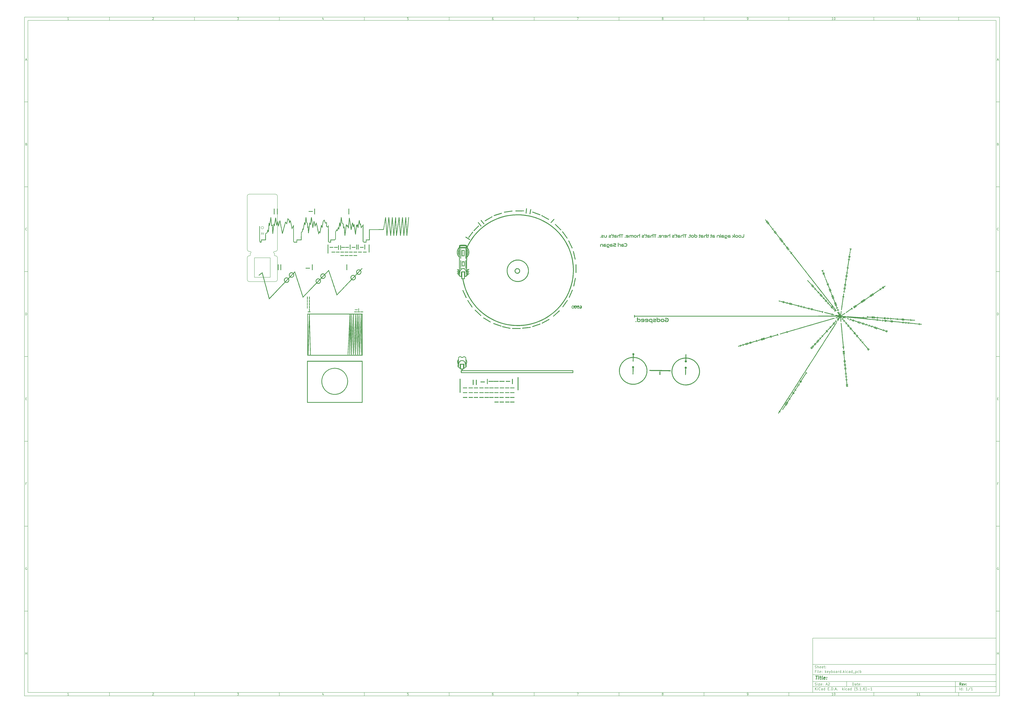
<source format=gbr>
G04 #@! TF.GenerationSoftware,KiCad,Pcbnew,(5.1.6)-1*
G04 #@! TF.CreationDate,2020-10-04T22:42:36-04:00*
G04 #@! TF.ProjectId,keyboard,6b657962-6f61-4726-942e-6b696361645f,rev?*
G04 #@! TF.SameCoordinates,Original*
G04 #@! TF.FileFunction,Legend,Bot*
G04 #@! TF.FilePolarity,Positive*
%FSLAX46Y46*%
G04 Gerber Fmt 4.6, Leading zero omitted, Abs format (unit mm)*
G04 Created by KiCad (PCBNEW (5.1.6)-1) date 2020-10-04 22:42:36*
%MOMM*%
%LPD*%
G01*
G04 APERTURE LIST*
%ADD10C,0.100000*%
%ADD11C,0.150000*%
%ADD12C,0.300000*%
%ADD13C,0.400000*%
%ADD14C,0.010000*%
G04 APERTURE END LIST*
D10*
D11*
X474004400Y-375989000D02*
X474004400Y-407989000D01*
X582004400Y-407989000D01*
X582004400Y-375989000D01*
X474004400Y-375989000D01*
D10*
D11*
X10000000Y-10000000D02*
X10000000Y-409989000D01*
X584004400Y-409989000D01*
X584004400Y-10000000D01*
X10000000Y-10000000D01*
D10*
D11*
X12000000Y-12000000D02*
X12000000Y-407989000D01*
X582004400Y-407989000D01*
X582004400Y-12000000D01*
X12000000Y-12000000D01*
D10*
D11*
X60000000Y-12000000D02*
X60000000Y-10000000D01*
D10*
D11*
X110000000Y-12000000D02*
X110000000Y-10000000D01*
D10*
D11*
X160000000Y-12000000D02*
X160000000Y-10000000D01*
D10*
D11*
X210000000Y-12000000D02*
X210000000Y-10000000D01*
D10*
D11*
X260000000Y-12000000D02*
X260000000Y-10000000D01*
D10*
D11*
X310000000Y-12000000D02*
X310000000Y-10000000D01*
D10*
D11*
X360000000Y-12000000D02*
X360000000Y-10000000D01*
D10*
D11*
X410000000Y-12000000D02*
X410000000Y-10000000D01*
D10*
D11*
X460000000Y-12000000D02*
X460000000Y-10000000D01*
D10*
D11*
X510000000Y-12000000D02*
X510000000Y-10000000D01*
D10*
D11*
X560000000Y-12000000D02*
X560000000Y-10000000D01*
D10*
D11*
X36065476Y-11588095D02*
X35322619Y-11588095D01*
X35694047Y-11588095D02*
X35694047Y-10288095D01*
X35570238Y-10473809D01*
X35446428Y-10597619D01*
X35322619Y-10659523D01*
D10*
D11*
X85322619Y-10411904D02*
X85384523Y-10350000D01*
X85508333Y-10288095D01*
X85817857Y-10288095D01*
X85941666Y-10350000D01*
X86003571Y-10411904D01*
X86065476Y-10535714D01*
X86065476Y-10659523D01*
X86003571Y-10845238D01*
X85260714Y-11588095D01*
X86065476Y-11588095D01*
D10*
D11*
X135260714Y-10288095D02*
X136065476Y-10288095D01*
X135632142Y-10783333D01*
X135817857Y-10783333D01*
X135941666Y-10845238D01*
X136003571Y-10907142D01*
X136065476Y-11030952D01*
X136065476Y-11340476D01*
X136003571Y-11464285D01*
X135941666Y-11526190D01*
X135817857Y-11588095D01*
X135446428Y-11588095D01*
X135322619Y-11526190D01*
X135260714Y-11464285D01*
D10*
D11*
X185941666Y-10721428D02*
X185941666Y-11588095D01*
X185632142Y-10226190D02*
X185322619Y-11154761D01*
X186127380Y-11154761D01*
D10*
D11*
X236003571Y-10288095D02*
X235384523Y-10288095D01*
X235322619Y-10907142D01*
X235384523Y-10845238D01*
X235508333Y-10783333D01*
X235817857Y-10783333D01*
X235941666Y-10845238D01*
X236003571Y-10907142D01*
X236065476Y-11030952D01*
X236065476Y-11340476D01*
X236003571Y-11464285D01*
X235941666Y-11526190D01*
X235817857Y-11588095D01*
X235508333Y-11588095D01*
X235384523Y-11526190D01*
X235322619Y-11464285D01*
D10*
D11*
X285941666Y-10288095D02*
X285694047Y-10288095D01*
X285570238Y-10350000D01*
X285508333Y-10411904D01*
X285384523Y-10597619D01*
X285322619Y-10845238D01*
X285322619Y-11340476D01*
X285384523Y-11464285D01*
X285446428Y-11526190D01*
X285570238Y-11588095D01*
X285817857Y-11588095D01*
X285941666Y-11526190D01*
X286003571Y-11464285D01*
X286065476Y-11340476D01*
X286065476Y-11030952D01*
X286003571Y-10907142D01*
X285941666Y-10845238D01*
X285817857Y-10783333D01*
X285570238Y-10783333D01*
X285446428Y-10845238D01*
X285384523Y-10907142D01*
X285322619Y-11030952D01*
D10*
D11*
X335260714Y-10288095D02*
X336127380Y-10288095D01*
X335570238Y-11588095D01*
D10*
D11*
X385570238Y-10845238D02*
X385446428Y-10783333D01*
X385384523Y-10721428D01*
X385322619Y-10597619D01*
X385322619Y-10535714D01*
X385384523Y-10411904D01*
X385446428Y-10350000D01*
X385570238Y-10288095D01*
X385817857Y-10288095D01*
X385941666Y-10350000D01*
X386003571Y-10411904D01*
X386065476Y-10535714D01*
X386065476Y-10597619D01*
X386003571Y-10721428D01*
X385941666Y-10783333D01*
X385817857Y-10845238D01*
X385570238Y-10845238D01*
X385446428Y-10907142D01*
X385384523Y-10969047D01*
X385322619Y-11092857D01*
X385322619Y-11340476D01*
X385384523Y-11464285D01*
X385446428Y-11526190D01*
X385570238Y-11588095D01*
X385817857Y-11588095D01*
X385941666Y-11526190D01*
X386003571Y-11464285D01*
X386065476Y-11340476D01*
X386065476Y-11092857D01*
X386003571Y-10969047D01*
X385941666Y-10907142D01*
X385817857Y-10845238D01*
D10*
D11*
X435446428Y-11588095D02*
X435694047Y-11588095D01*
X435817857Y-11526190D01*
X435879761Y-11464285D01*
X436003571Y-11278571D01*
X436065476Y-11030952D01*
X436065476Y-10535714D01*
X436003571Y-10411904D01*
X435941666Y-10350000D01*
X435817857Y-10288095D01*
X435570238Y-10288095D01*
X435446428Y-10350000D01*
X435384523Y-10411904D01*
X435322619Y-10535714D01*
X435322619Y-10845238D01*
X435384523Y-10969047D01*
X435446428Y-11030952D01*
X435570238Y-11092857D01*
X435817857Y-11092857D01*
X435941666Y-11030952D01*
X436003571Y-10969047D01*
X436065476Y-10845238D01*
D10*
D11*
X486065476Y-11588095D02*
X485322619Y-11588095D01*
X485694047Y-11588095D02*
X485694047Y-10288095D01*
X485570238Y-10473809D01*
X485446428Y-10597619D01*
X485322619Y-10659523D01*
X486870238Y-10288095D02*
X486994047Y-10288095D01*
X487117857Y-10350000D01*
X487179761Y-10411904D01*
X487241666Y-10535714D01*
X487303571Y-10783333D01*
X487303571Y-11092857D01*
X487241666Y-11340476D01*
X487179761Y-11464285D01*
X487117857Y-11526190D01*
X486994047Y-11588095D01*
X486870238Y-11588095D01*
X486746428Y-11526190D01*
X486684523Y-11464285D01*
X486622619Y-11340476D01*
X486560714Y-11092857D01*
X486560714Y-10783333D01*
X486622619Y-10535714D01*
X486684523Y-10411904D01*
X486746428Y-10350000D01*
X486870238Y-10288095D01*
D10*
D11*
X536065476Y-11588095D02*
X535322619Y-11588095D01*
X535694047Y-11588095D02*
X535694047Y-10288095D01*
X535570238Y-10473809D01*
X535446428Y-10597619D01*
X535322619Y-10659523D01*
X537303571Y-11588095D02*
X536560714Y-11588095D01*
X536932142Y-11588095D02*
X536932142Y-10288095D01*
X536808333Y-10473809D01*
X536684523Y-10597619D01*
X536560714Y-10659523D01*
D10*
D11*
X60000000Y-407989000D02*
X60000000Y-409989000D01*
D10*
D11*
X110000000Y-407989000D02*
X110000000Y-409989000D01*
D10*
D11*
X160000000Y-407989000D02*
X160000000Y-409989000D01*
D10*
D11*
X210000000Y-407989000D02*
X210000000Y-409989000D01*
D10*
D11*
X260000000Y-407989000D02*
X260000000Y-409989000D01*
D10*
D11*
X310000000Y-407989000D02*
X310000000Y-409989000D01*
D10*
D11*
X360000000Y-407989000D02*
X360000000Y-409989000D01*
D10*
D11*
X410000000Y-407989000D02*
X410000000Y-409989000D01*
D10*
D11*
X460000000Y-407989000D02*
X460000000Y-409989000D01*
D10*
D11*
X510000000Y-407989000D02*
X510000000Y-409989000D01*
D10*
D11*
X560000000Y-407989000D02*
X560000000Y-409989000D01*
D10*
D11*
X36065476Y-409577095D02*
X35322619Y-409577095D01*
X35694047Y-409577095D02*
X35694047Y-408277095D01*
X35570238Y-408462809D01*
X35446428Y-408586619D01*
X35322619Y-408648523D01*
D10*
D11*
X85322619Y-408400904D02*
X85384523Y-408339000D01*
X85508333Y-408277095D01*
X85817857Y-408277095D01*
X85941666Y-408339000D01*
X86003571Y-408400904D01*
X86065476Y-408524714D01*
X86065476Y-408648523D01*
X86003571Y-408834238D01*
X85260714Y-409577095D01*
X86065476Y-409577095D01*
D10*
D11*
X135260714Y-408277095D02*
X136065476Y-408277095D01*
X135632142Y-408772333D01*
X135817857Y-408772333D01*
X135941666Y-408834238D01*
X136003571Y-408896142D01*
X136065476Y-409019952D01*
X136065476Y-409329476D01*
X136003571Y-409453285D01*
X135941666Y-409515190D01*
X135817857Y-409577095D01*
X135446428Y-409577095D01*
X135322619Y-409515190D01*
X135260714Y-409453285D01*
D10*
D11*
X185941666Y-408710428D02*
X185941666Y-409577095D01*
X185632142Y-408215190D02*
X185322619Y-409143761D01*
X186127380Y-409143761D01*
D10*
D11*
X236003571Y-408277095D02*
X235384523Y-408277095D01*
X235322619Y-408896142D01*
X235384523Y-408834238D01*
X235508333Y-408772333D01*
X235817857Y-408772333D01*
X235941666Y-408834238D01*
X236003571Y-408896142D01*
X236065476Y-409019952D01*
X236065476Y-409329476D01*
X236003571Y-409453285D01*
X235941666Y-409515190D01*
X235817857Y-409577095D01*
X235508333Y-409577095D01*
X235384523Y-409515190D01*
X235322619Y-409453285D01*
D10*
D11*
X285941666Y-408277095D02*
X285694047Y-408277095D01*
X285570238Y-408339000D01*
X285508333Y-408400904D01*
X285384523Y-408586619D01*
X285322619Y-408834238D01*
X285322619Y-409329476D01*
X285384523Y-409453285D01*
X285446428Y-409515190D01*
X285570238Y-409577095D01*
X285817857Y-409577095D01*
X285941666Y-409515190D01*
X286003571Y-409453285D01*
X286065476Y-409329476D01*
X286065476Y-409019952D01*
X286003571Y-408896142D01*
X285941666Y-408834238D01*
X285817857Y-408772333D01*
X285570238Y-408772333D01*
X285446428Y-408834238D01*
X285384523Y-408896142D01*
X285322619Y-409019952D01*
D10*
D11*
X335260714Y-408277095D02*
X336127380Y-408277095D01*
X335570238Y-409577095D01*
D10*
D11*
X385570238Y-408834238D02*
X385446428Y-408772333D01*
X385384523Y-408710428D01*
X385322619Y-408586619D01*
X385322619Y-408524714D01*
X385384523Y-408400904D01*
X385446428Y-408339000D01*
X385570238Y-408277095D01*
X385817857Y-408277095D01*
X385941666Y-408339000D01*
X386003571Y-408400904D01*
X386065476Y-408524714D01*
X386065476Y-408586619D01*
X386003571Y-408710428D01*
X385941666Y-408772333D01*
X385817857Y-408834238D01*
X385570238Y-408834238D01*
X385446428Y-408896142D01*
X385384523Y-408958047D01*
X385322619Y-409081857D01*
X385322619Y-409329476D01*
X385384523Y-409453285D01*
X385446428Y-409515190D01*
X385570238Y-409577095D01*
X385817857Y-409577095D01*
X385941666Y-409515190D01*
X386003571Y-409453285D01*
X386065476Y-409329476D01*
X386065476Y-409081857D01*
X386003571Y-408958047D01*
X385941666Y-408896142D01*
X385817857Y-408834238D01*
D10*
D11*
X435446428Y-409577095D02*
X435694047Y-409577095D01*
X435817857Y-409515190D01*
X435879761Y-409453285D01*
X436003571Y-409267571D01*
X436065476Y-409019952D01*
X436065476Y-408524714D01*
X436003571Y-408400904D01*
X435941666Y-408339000D01*
X435817857Y-408277095D01*
X435570238Y-408277095D01*
X435446428Y-408339000D01*
X435384523Y-408400904D01*
X435322619Y-408524714D01*
X435322619Y-408834238D01*
X435384523Y-408958047D01*
X435446428Y-409019952D01*
X435570238Y-409081857D01*
X435817857Y-409081857D01*
X435941666Y-409019952D01*
X436003571Y-408958047D01*
X436065476Y-408834238D01*
D10*
D11*
X486065476Y-409577095D02*
X485322619Y-409577095D01*
X485694047Y-409577095D02*
X485694047Y-408277095D01*
X485570238Y-408462809D01*
X485446428Y-408586619D01*
X485322619Y-408648523D01*
X486870238Y-408277095D02*
X486994047Y-408277095D01*
X487117857Y-408339000D01*
X487179761Y-408400904D01*
X487241666Y-408524714D01*
X487303571Y-408772333D01*
X487303571Y-409081857D01*
X487241666Y-409329476D01*
X487179761Y-409453285D01*
X487117857Y-409515190D01*
X486994047Y-409577095D01*
X486870238Y-409577095D01*
X486746428Y-409515190D01*
X486684523Y-409453285D01*
X486622619Y-409329476D01*
X486560714Y-409081857D01*
X486560714Y-408772333D01*
X486622619Y-408524714D01*
X486684523Y-408400904D01*
X486746428Y-408339000D01*
X486870238Y-408277095D01*
D10*
D11*
X536065476Y-409577095D02*
X535322619Y-409577095D01*
X535694047Y-409577095D02*
X535694047Y-408277095D01*
X535570238Y-408462809D01*
X535446428Y-408586619D01*
X535322619Y-408648523D01*
X537303571Y-409577095D02*
X536560714Y-409577095D01*
X536932142Y-409577095D02*
X536932142Y-408277095D01*
X536808333Y-408462809D01*
X536684523Y-408586619D01*
X536560714Y-408648523D01*
D10*
D11*
X10000000Y-60000000D02*
X12000000Y-60000000D01*
D10*
D11*
X10000000Y-110000000D02*
X12000000Y-110000000D01*
D10*
D11*
X10000000Y-160000000D02*
X12000000Y-160000000D01*
D10*
D11*
X10000000Y-210000000D02*
X12000000Y-210000000D01*
D10*
D11*
X10000000Y-260000000D02*
X12000000Y-260000000D01*
D10*
D11*
X10000000Y-310000000D02*
X12000000Y-310000000D01*
D10*
D11*
X10000000Y-360000000D02*
X12000000Y-360000000D01*
D10*
D11*
X10690476Y-35216666D02*
X11309523Y-35216666D01*
X10566666Y-35588095D02*
X11000000Y-34288095D01*
X11433333Y-35588095D01*
D10*
D11*
X11092857Y-84907142D02*
X11278571Y-84969047D01*
X11340476Y-85030952D01*
X11402380Y-85154761D01*
X11402380Y-85340476D01*
X11340476Y-85464285D01*
X11278571Y-85526190D01*
X11154761Y-85588095D01*
X10659523Y-85588095D01*
X10659523Y-84288095D01*
X11092857Y-84288095D01*
X11216666Y-84350000D01*
X11278571Y-84411904D01*
X11340476Y-84535714D01*
X11340476Y-84659523D01*
X11278571Y-84783333D01*
X11216666Y-84845238D01*
X11092857Y-84907142D01*
X10659523Y-84907142D01*
D10*
D11*
X11402380Y-135464285D02*
X11340476Y-135526190D01*
X11154761Y-135588095D01*
X11030952Y-135588095D01*
X10845238Y-135526190D01*
X10721428Y-135402380D01*
X10659523Y-135278571D01*
X10597619Y-135030952D01*
X10597619Y-134845238D01*
X10659523Y-134597619D01*
X10721428Y-134473809D01*
X10845238Y-134350000D01*
X11030952Y-134288095D01*
X11154761Y-134288095D01*
X11340476Y-134350000D01*
X11402380Y-134411904D01*
D10*
D11*
X10659523Y-185588095D02*
X10659523Y-184288095D01*
X10969047Y-184288095D01*
X11154761Y-184350000D01*
X11278571Y-184473809D01*
X11340476Y-184597619D01*
X11402380Y-184845238D01*
X11402380Y-185030952D01*
X11340476Y-185278571D01*
X11278571Y-185402380D01*
X11154761Y-185526190D01*
X10969047Y-185588095D01*
X10659523Y-185588095D01*
D10*
D11*
X10721428Y-234907142D02*
X11154761Y-234907142D01*
X11340476Y-235588095D02*
X10721428Y-235588095D01*
X10721428Y-234288095D01*
X11340476Y-234288095D01*
D10*
D11*
X11185714Y-284907142D02*
X10752380Y-284907142D01*
X10752380Y-285588095D02*
X10752380Y-284288095D01*
X11371428Y-284288095D01*
D10*
D11*
X11340476Y-334350000D02*
X11216666Y-334288095D01*
X11030952Y-334288095D01*
X10845238Y-334350000D01*
X10721428Y-334473809D01*
X10659523Y-334597619D01*
X10597619Y-334845238D01*
X10597619Y-335030952D01*
X10659523Y-335278571D01*
X10721428Y-335402380D01*
X10845238Y-335526190D01*
X11030952Y-335588095D01*
X11154761Y-335588095D01*
X11340476Y-335526190D01*
X11402380Y-335464285D01*
X11402380Y-335030952D01*
X11154761Y-335030952D01*
D10*
D11*
X10628571Y-385588095D02*
X10628571Y-384288095D01*
X10628571Y-384907142D02*
X11371428Y-384907142D01*
X11371428Y-385588095D02*
X11371428Y-384288095D01*
D10*
D11*
X584004400Y-60000000D02*
X582004400Y-60000000D01*
D10*
D11*
X584004400Y-110000000D02*
X582004400Y-110000000D01*
D10*
D11*
X584004400Y-160000000D02*
X582004400Y-160000000D01*
D10*
D11*
X584004400Y-210000000D02*
X582004400Y-210000000D01*
D10*
D11*
X584004400Y-260000000D02*
X582004400Y-260000000D01*
D10*
D11*
X584004400Y-310000000D02*
X582004400Y-310000000D01*
D10*
D11*
X584004400Y-360000000D02*
X582004400Y-360000000D01*
D10*
D11*
X582694876Y-35216666D02*
X583313923Y-35216666D01*
X582571066Y-35588095D02*
X583004400Y-34288095D01*
X583437733Y-35588095D01*
D10*
D11*
X583097257Y-84907142D02*
X583282971Y-84969047D01*
X583344876Y-85030952D01*
X583406780Y-85154761D01*
X583406780Y-85340476D01*
X583344876Y-85464285D01*
X583282971Y-85526190D01*
X583159161Y-85588095D01*
X582663923Y-85588095D01*
X582663923Y-84288095D01*
X583097257Y-84288095D01*
X583221066Y-84350000D01*
X583282971Y-84411904D01*
X583344876Y-84535714D01*
X583344876Y-84659523D01*
X583282971Y-84783333D01*
X583221066Y-84845238D01*
X583097257Y-84907142D01*
X582663923Y-84907142D01*
D10*
D11*
X583406780Y-135464285D02*
X583344876Y-135526190D01*
X583159161Y-135588095D01*
X583035352Y-135588095D01*
X582849638Y-135526190D01*
X582725828Y-135402380D01*
X582663923Y-135278571D01*
X582602019Y-135030952D01*
X582602019Y-134845238D01*
X582663923Y-134597619D01*
X582725828Y-134473809D01*
X582849638Y-134350000D01*
X583035352Y-134288095D01*
X583159161Y-134288095D01*
X583344876Y-134350000D01*
X583406780Y-134411904D01*
D10*
D11*
X582663923Y-185588095D02*
X582663923Y-184288095D01*
X582973447Y-184288095D01*
X583159161Y-184350000D01*
X583282971Y-184473809D01*
X583344876Y-184597619D01*
X583406780Y-184845238D01*
X583406780Y-185030952D01*
X583344876Y-185278571D01*
X583282971Y-185402380D01*
X583159161Y-185526190D01*
X582973447Y-185588095D01*
X582663923Y-185588095D01*
D10*
D11*
X582725828Y-234907142D02*
X583159161Y-234907142D01*
X583344876Y-235588095D02*
X582725828Y-235588095D01*
X582725828Y-234288095D01*
X583344876Y-234288095D01*
D10*
D11*
X583190114Y-284907142D02*
X582756780Y-284907142D01*
X582756780Y-285588095D02*
X582756780Y-284288095D01*
X583375828Y-284288095D01*
D10*
D11*
X583344876Y-334350000D02*
X583221066Y-334288095D01*
X583035352Y-334288095D01*
X582849638Y-334350000D01*
X582725828Y-334473809D01*
X582663923Y-334597619D01*
X582602019Y-334845238D01*
X582602019Y-335030952D01*
X582663923Y-335278571D01*
X582725828Y-335402380D01*
X582849638Y-335526190D01*
X583035352Y-335588095D01*
X583159161Y-335588095D01*
X583344876Y-335526190D01*
X583406780Y-335464285D01*
X583406780Y-335030952D01*
X583159161Y-335030952D01*
D10*
D11*
X582632971Y-385588095D02*
X582632971Y-384288095D01*
X582632971Y-384907142D02*
X583375828Y-384907142D01*
X583375828Y-385588095D02*
X583375828Y-384288095D01*
D10*
D11*
X497436542Y-403767571D02*
X497436542Y-402267571D01*
X497793685Y-402267571D01*
X498007971Y-402339000D01*
X498150828Y-402481857D01*
X498222257Y-402624714D01*
X498293685Y-402910428D01*
X498293685Y-403124714D01*
X498222257Y-403410428D01*
X498150828Y-403553285D01*
X498007971Y-403696142D01*
X497793685Y-403767571D01*
X497436542Y-403767571D01*
X499579400Y-403767571D02*
X499579400Y-402981857D01*
X499507971Y-402839000D01*
X499365114Y-402767571D01*
X499079400Y-402767571D01*
X498936542Y-402839000D01*
X499579400Y-403696142D02*
X499436542Y-403767571D01*
X499079400Y-403767571D01*
X498936542Y-403696142D01*
X498865114Y-403553285D01*
X498865114Y-403410428D01*
X498936542Y-403267571D01*
X499079400Y-403196142D01*
X499436542Y-403196142D01*
X499579400Y-403124714D01*
X500079400Y-402767571D02*
X500650828Y-402767571D01*
X500293685Y-402267571D02*
X500293685Y-403553285D01*
X500365114Y-403696142D01*
X500507971Y-403767571D01*
X500650828Y-403767571D01*
X501722257Y-403696142D02*
X501579400Y-403767571D01*
X501293685Y-403767571D01*
X501150828Y-403696142D01*
X501079400Y-403553285D01*
X501079400Y-402981857D01*
X501150828Y-402839000D01*
X501293685Y-402767571D01*
X501579400Y-402767571D01*
X501722257Y-402839000D01*
X501793685Y-402981857D01*
X501793685Y-403124714D01*
X501079400Y-403267571D01*
X502436542Y-403624714D02*
X502507971Y-403696142D01*
X502436542Y-403767571D01*
X502365114Y-403696142D01*
X502436542Y-403624714D01*
X502436542Y-403767571D01*
X502436542Y-402839000D02*
X502507971Y-402910428D01*
X502436542Y-402981857D01*
X502365114Y-402910428D01*
X502436542Y-402839000D01*
X502436542Y-402981857D01*
D10*
D11*
X474004400Y-404489000D02*
X582004400Y-404489000D01*
D10*
D11*
X475436542Y-406567571D02*
X475436542Y-405067571D01*
X476293685Y-406567571D02*
X475650828Y-405710428D01*
X476293685Y-405067571D02*
X475436542Y-405924714D01*
X476936542Y-406567571D02*
X476936542Y-405567571D01*
X476936542Y-405067571D02*
X476865114Y-405139000D01*
X476936542Y-405210428D01*
X477007971Y-405139000D01*
X476936542Y-405067571D01*
X476936542Y-405210428D01*
X478507971Y-406424714D02*
X478436542Y-406496142D01*
X478222257Y-406567571D01*
X478079400Y-406567571D01*
X477865114Y-406496142D01*
X477722257Y-406353285D01*
X477650828Y-406210428D01*
X477579400Y-405924714D01*
X477579400Y-405710428D01*
X477650828Y-405424714D01*
X477722257Y-405281857D01*
X477865114Y-405139000D01*
X478079400Y-405067571D01*
X478222257Y-405067571D01*
X478436542Y-405139000D01*
X478507971Y-405210428D01*
X479793685Y-406567571D02*
X479793685Y-405781857D01*
X479722257Y-405639000D01*
X479579400Y-405567571D01*
X479293685Y-405567571D01*
X479150828Y-405639000D01*
X479793685Y-406496142D02*
X479650828Y-406567571D01*
X479293685Y-406567571D01*
X479150828Y-406496142D01*
X479079400Y-406353285D01*
X479079400Y-406210428D01*
X479150828Y-406067571D01*
X479293685Y-405996142D01*
X479650828Y-405996142D01*
X479793685Y-405924714D01*
X481150828Y-406567571D02*
X481150828Y-405067571D01*
X481150828Y-406496142D02*
X481007971Y-406567571D01*
X480722257Y-406567571D01*
X480579400Y-406496142D01*
X480507971Y-406424714D01*
X480436542Y-406281857D01*
X480436542Y-405853285D01*
X480507971Y-405710428D01*
X480579400Y-405639000D01*
X480722257Y-405567571D01*
X481007971Y-405567571D01*
X481150828Y-405639000D01*
X483007971Y-405781857D02*
X483507971Y-405781857D01*
X483722257Y-406567571D02*
X483007971Y-406567571D01*
X483007971Y-405067571D01*
X483722257Y-405067571D01*
X484365114Y-406424714D02*
X484436542Y-406496142D01*
X484365114Y-406567571D01*
X484293685Y-406496142D01*
X484365114Y-406424714D01*
X484365114Y-406567571D01*
X485079400Y-406567571D02*
X485079400Y-405067571D01*
X485436542Y-405067571D01*
X485650828Y-405139000D01*
X485793685Y-405281857D01*
X485865114Y-405424714D01*
X485936542Y-405710428D01*
X485936542Y-405924714D01*
X485865114Y-406210428D01*
X485793685Y-406353285D01*
X485650828Y-406496142D01*
X485436542Y-406567571D01*
X485079400Y-406567571D01*
X486579400Y-406424714D02*
X486650828Y-406496142D01*
X486579400Y-406567571D01*
X486507971Y-406496142D01*
X486579400Y-406424714D01*
X486579400Y-406567571D01*
X487222257Y-406139000D02*
X487936542Y-406139000D01*
X487079400Y-406567571D02*
X487579400Y-405067571D01*
X488079400Y-406567571D01*
X488579400Y-406424714D02*
X488650828Y-406496142D01*
X488579400Y-406567571D01*
X488507971Y-406496142D01*
X488579400Y-406424714D01*
X488579400Y-406567571D01*
X491579400Y-406567571D02*
X491579400Y-405067571D01*
X491722257Y-405996142D02*
X492150828Y-406567571D01*
X492150828Y-405567571D02*
X491579400Y-406139000D01*
X492793685Y-406567571D02*
X492793685Y-405567571D01*
X492793685Y-405067571D02*
X492722257Y-405139000D01*
X492793685Y-405210428D01*
X492865114Y-405139000D01*
X492793685Y-405067571D01*
X492793685Y-405210428D01*
X494150828Y-406496142D02*
X494007971Y-406567571D01*
X493722257Y-406567571D01*
X493579400Y-406496142D01*
X493507971Y-406424714D01*
X493436542Y-406281857D01*
X493436542Y-405853285D01*
X493507971Y-405710428D01*
X493579400Y-405639000D01*
X493722257Y-405567571D01*
X494007971Y-405567571D01*
X494150828Y-405639000D01*
X495436542Y-406567571D02*
X495436542Y-405781857D01*
X495365114Y-405639000D01*
X495222257Y-405567571D01*
X494936542Y-405567571D01*
X494793685Y-405639000D01*
X495436542Y-406496142D02*
X495293685Y-406567571D01*
X494936542Y-406567571D01*
X494793685Y-406496142D01*
X494722257Y-406353285D01*
X494722257Y-406210428D01*
X494793685Y-406067571D01*
X494936542Y-405996142D01*
X495293685Y-405996142D01*
X495436542Y-405924714D01*
X496793685Y-406567571D02*
X496793685Y-405067571D01*
X496793685Y-406496142D02*
X496650828Y-406567571D01*
X496365114Y-406567571D01*
X496222257Y-406496142D01*
X496150828Y-406424714D01*
X496079400Y-406281857D01*
X496079400Y-405853285D01*
X496150828Y-405710428D01*
X496222257Y-405639000D01*
X496365114Y-405567571D01*
X496650828Y-405567571D01*
X496793685Y-405639000D01*
X499079400Y-407139000D02*
X499007971Y-407067571D01*
X498865114Y-406853285D01*
X498793685Y-406710428D01*
X498722257Y-406496142D01*
X498650828Y-406139000D01*
X498650828Y-405853285D01*
X498722257Y-405496142D01*
X498793685Y-405281857D01*
X498865114Y-405139000D01*
X499007971Y-404924714D01*
X499079400Y-404853285D01*
X500365114Y-405067571D02*
X499650828Y-405067571D01*
X499579400Y-405781857D01*
X499650828Y-405710428D01*
X499793685Y-405639000D01*
X500150828Y-405639000D01*
X500293685Y-405710428D01*
X500365114Y-405781857D01*
X500436542Y-405924714D01*
X500436542Y-406281857D01*
X500365114Y-406424714D01*
X500293685Y-406496142D01*
X500150828Y-406567571D01*
X499793685Y-406567571D01*
X499650828Y-406496142D01*
X499579400Y-406424714D01*
X501079400Y-406424714D02*
X501150828Y-406496142D01*
X501079400Y-406567571D01*
X501007971Y-406496142D01*
X501079400Y-406424714D01*
X501079400Y-406567571D01*
X502579400Y-406567571D02*
X501722257Y-406567571D01*
X502150828Y-406567571D02*
X502150828Y-405067571D01*
X502007971Y-405281857D01*
X501865114Y-405424714D01*
X501722257Y-405496142D01*
X503222257Y-406424714D02*
X503293685Y-406496142D01*
X503222257Y-406567571D01*
X503150828Y-406496142D01*
X503222257Y-406424714D01*
X503222257Y-406567571D01*
X504579400Y-405067571D02*
X504293685Y-405067571D01*
X504150828Y-405139000D01*
X504079400Y-405210428D01*
X503936542Y-405424714D01*
X503865114Y-405710428D01*
X503865114Y-406281857D01*
X503936542Y-406424714D01*
X504007971Y-406496142D01*
X504150828Y-406567571D01*
X504436542Y-406567571D01*
X504579400Y-406496142D01*
X504650828Y-406424714D01*
X504722257Y-406281857D01*
X504722257Y-405924714D01*
X504650828Y-405781857D01*
X504579400Y-405710428D01*
X504436542Y-405639000D01*
X504150828Y-405639000D01*
X504007971Y-405710428D01*
X503936542Y-405781857D01*
X503865114Y-405924714D01*
X505222257Y-407139000D02*
X505293685Y-407067571D01*
X505436542Y-406853285D01*
X505507971Y-406710428D01*
X505579400Y-406496142D01*
X505650828Y-406139000D01*
X505650828Y-405853285D01*
X505579400Y-405496142D01*
X505507971Y-405281857D01*
X505436542Y-405139000D01*
X505293685Y-404924714D01*
X505222257Y-404853285D01*
X506365114Y-405996142D02*
X507507971Y-405996142D01*
X509007971Y-406567571D02*
X508150828Y-406567571D01*
X508579400Y-406567571D02*
X508579400Y-405067571D01*
X508436542Y-405281857D01*
X508293685Y-405424714D01*
X508150828Y-405496142D01*
D10*
D11*
X474004400Y-401489000D02*
X582004400Y-401489000D01*
D10*
D12*
X561413685Y-403767571D02*
X560913685Y-403053285D01*
X560556542Y-403767571D02*
X560556542Y-402267571D01*
X561127971Y-402267571D01*
X561270828Y-402339000D01*
X561342257Y-402410428D01*
X561413685Y-402553285D01*
X561413685Y-402767571D01*
X561342257Y-402910428D01*
X561270828Y-402981857D01*
X561127971Y-403053285D01*
X560556542Y-403053285D01*
X562627971Y-403696142D02*
X562485114Y-403767571D01*
X562199400Y-403767571D01*
X562056542Y-403696142D01*
X561985114Y-403553285D01*
X561985114Y-402981857D01*
X562056542Y-402839000D01*
X562199400Y-402767571D01*
X562485114Y-402767571D01*
X562627971Y-402839000D01*
X562699400Y-402981857D01*
X562699400Y-403124714D01*
X561985114Y-403267571D01*
X563199400Y-402767571D02*
X563556542Y-403767571D01*
X563913685Y-402767571D01*
X564485114Y-403624714D02*
X564556542Y-403696142D01*
X564485114Y-403767571D01*
X564413685Y-403696142D01*
X564485114Y-403624714D01*
X564485114Y-403767571D01*
X564485114Y-402839000D02*
X564556542Y-402910428D01*
X564485114Y-402981857D01*
X564413685Y-402910428D01*
X564485114Y-402839000D01*
X564485114Y-402981857D01*
D10*
D11*
X475365114Y-403696142D02*
X475579400Y-403767571D01*
X475936542Y-403767571D01*
X476079400Y-403696142D01*
X476150828Y-403624714D01*
X476222257Y-403481857D01*
X476222257Y-403339000D01*
X476150828Y-403196142D01*
X476079400Y-403124714D01*
X475936542Y-403053285D01*
X475650828Y-402981857D01*
X475507971Y-402910428D01*
X475436542Y-402839000D01*
X475365114Y-402696142D01*
X475365114Y-402553285D01*
X475436542Y-402410428D01*
X475507971Y-402339000D01*
X475650828Y-402267571D01*
X476007971Y-402267571D01*
X476222257Y-402339000D01*
X476865114Y-403767571D02*
X476865114Y-402767571D01*
X476865114Y-402267571D02*
X476793685Y-402339000D01*
X476865114Y-402410428D01*
X476936542Y-402339000D01*
X476865114Y-402267571D01*
X476865114Y-402410428D01*
X477436542Y-402767571D02*
X478222257Y-402767571D01*
X477436542Y-403767571D01*
X478222257Y-403767571D01*
X479365114Y-403696142D02*
X479222257Y-403767571D01*
X478936542Y-403767571D01*
X478793685Y-403696142D01*
X478722257Y-403553285D01*
X478722257Y-402981857D01*
X478793685Y-402839000D01*
X478936542Y-402767571D01*
X479222257Y-402767571D01*
X479365114Y-402839000D01*
X479436542Y-402981857D01*
X479436542Y-403124714D01*
X478722257Y-403267571D01*
X480079400Y-403624714D02*
X480150828Y-403696142D01*
X480079400Y-403767571D01*
X480007971Y-403696142D01*
X480079400Y-403624714D01*
X480079400Y-403767571D01*
X480079400Y-402839000D02*
X480150828Y-402910428D01*
X480079400Y-402981857D01*
X480007971Y-402910428D01*
X480079400Y-402839000D01*
X480079400Y-402981857D01*
X481865114Y-403339000D02*
X482579400Y-403339000D01*
X481722257Y-403767571D02*
X482222257Y-402267571D01*
X482722257Y-403767571D01*
X483150828Y-402410428D02*
X483222257Y-402339000D01*
X483365114Y-402267571D01*
X483722257Y-402267571D01*
X483865114Y-402339000D01*
X483936542Y-402410428D01*
X484007971Y-402553285D01*
X484007971Y-402696142D01*
X483936542Y-402910428D01*
X483079400Y-403767571D01*
X484007971Y-403767571D01*
D10*
D11*
X560436542Y-406567571D02*
X560436542Y-405067571D01*
X561793685Y-406567571D02*
X561793685Y-405067571D01*
X561793685Y-406496142D02*
X561650828Y-406567571D01*
X561365114Y-406567571D01*
X561222257Y-406496142D01*
X561150828Y-406424714D01*
X561079400Y-406281857D01*
X561079400Y-405853285D01*
X561150828Y-405710428D01*
X561222257Y-405639000D01*
X561365114Y-405567571D01*
X561650828Y-405567571D01*
X561793685Y-405639000D01*
X562507971Y-406424714D02*
X562579400Y-406496142D01*
X562507971Y-406567571D01*
X562436542Y-406496142D01*
X562507971Y-406424714D01*
X562507971Y-406567571D01*
X562507971Y-405639000D02*
X562579400Y-405710428D01*
X562507971Y-405781857D01*
X562436542Y-405710428D01*
X562507971Y-405639000D01*
X562507971Y-405781857D01*
X565150828Y-406567571D02*
X564293685Y-406567571D01*
X564722257Y-406567571D02*
X564722257Y-405067571D01*
X564579400Y-405281857D01*
X564436542Y-405424714D01*
X564293685Y-405496142D01*
X566865114Y-404996142D02*
X565579400Y-406924714D01*
X568150828Y-406567571D02*
X567293685Y-406567571D01*
X567722257Y-406567571D02*
X567722257Y-405067571D01*
X567579400Y-405281857D01*
X567436542Y-405424714D01*
X567293685Y-405496142D01*
D10*
D11*
X474004400Y-397489000D02*
X582004400Y-397489000D01*
D10*
D13*
X475716780Y-398193761D02*
X476859638Y-398193761D01*
X476038209Y-400193761D02*
X476288209Y-398193761D01*
X477276304Y-400193761D02*
X477442971Y-398860428D01*
X477526304Y-398193761D02*
X477419161Y-398289000D01*
X477502495Y-398384238D01*
X477609638Y-398289000D01*
X477526304Y-398193761D01*
X477502495Y-398384238D01*
X478109638Y-398860428D02*
X478871542Y-398860428D01*
X478478685Y-398193761D02*
X478264400Y-399908047D01*
X478335828Y-400098523D01*
X478514400Y-400193761D01*
X478704876Y-400193761D01*
X479657257Y-400193761D02*
X479478685Y-400098523D01*
X479407257Y-399908047D01*
X479621542Y-398193761D01*
X481192971Y-400098523D02*
X480990590Y-400193761D01*
X480609638Y-400193761D01*
X480431066Y-400098523D01*
X480359638Y-399908047D01*
X480454876Y-399146142D01*
X480573923Y-398955666D01*
X480776304Y-398860428D01*
X481157257Y-398860428D01*
X481335828Y-398955666D01*
X481407257Y-399146142D01*
X481383447Y-399336619D01*
X480407257Y-399527095D01*
X482157257Y-400003285D02*
X482240590Y-400098523D01*
X482133447Y-400193761D01*
X482050114Y-400098523D01*
X482157257Y-400003285D01*
X482133447Y-400193761D01*
X482288209Y-398955666D02*
X482371542Y-399050904D01*
X482264400Y-399146142D01*
X482181066Y-399050904D01*
X482288209Y-398955666D01*
X482264400Y-399146142D01*
D10*
D11*
X475936542Y-395581857D02*
X475436542Y-395581857D01*
X475436542Y-396367571D02*
X475436542Y-394867571D01*
X476150828Y-394867571D01*
X476722257Y-396367571D02*
X476722257Y-395367571D01*
X476722257Y-394867571D02*
X476650828Y-394939000D01*
X476722257Y-395010428D01*
X476793685Y-394939000D01*
X476722257Y-394867571D01*
X476722257Y-395010428D01*
X477650828Y-396367571D02*
X477507971Y-396296142D01*
X477436542Y-396153285D01*
X477436542Y-394867571D01*
X478793685Y-396296142D02*
X478650828Y-396367571D01*
X478365114Y-396367571D01*
X478222257Y-396296142D01*
X478150828Y-396153285D01*
X478150828Y-395581857D01*
X478222257Y-395439000D01*
X478365114Y-395367571D01*
X478650828Y-395367571D01*
X478793685Y-395439000D01*
X478865114Y-395581857D01*
X478865114Y-395724714D01*
X478150828Y-395867571D01*
X479507971Y-396224714D02*
X479579400Y-396296142D01*
X479507971Y-396367571D01*
X479436542Y-396296142D01*
X479507971Y-396224714D01*
X479507971Y-396367571D01*
X479507971Y-395439000D02*
X479579400Y-395510428D01*
X479507971Y-395581857D01*
X479436542Y-395510428D01*
X479507971Y-395439000D01*
X479507971Y-395581857D01*
X481365114Y-396367571D02*
X481365114Y-394867571D01*
X481507971Y-395796142D02*
X481936542Y-396367571D01*
X481936542Y-395367571D02*
X481365114Y-395939000D01*
X483150828Y-396296142D02*
X483007971Y-396367571D01*
X482722257Y-396367571D01*
X482579400Y-396296142D01*
X482507971Y-396153285D01*
X482507971Y-395581857D01*
X482579400Y-395439000D01*
X482722257Y-395367571D01*
X483007971Y-395367571D01*
X483150828Y-395439000D01*
X483222257Y-395581857D01*
X483222257Y-395724714D01*
X482507971Y-395867571D01*
X483722257Y-395367571D02*
X484079400Y-396367571D01*
X484436542Y-395367571D02*
X484079400Y-396367571D01*
X483936542Y-396724714D01*
X483865114Y-396796142D01*
X483722257Y-396867571D01*
X485007971Y-396367571D02*
X485007971Y-394867571D01*
X485007971Y-395439000D02*
X485150828Y-395367571D01*
X485436542Y-395367571D01*
X485579400Y-395439000D01*
X485650828Y-395510428D01*
X485722257Y-395653285D01*
X485722257Y-396081857D01*
X485650828Y-396224714D01*
X485579400Y-396296142D01*
X485436542Y-396367571D01*
X485150828Y-396367571D01*
X485007971Y-396296142D01*
X486579400Y-396367571D02*
X486436542Y-396296142D01*
X486365114Y-396224714D01*
X486293685Y-396081857D01*
X486293685Y-395653285D01*
X486365114Y-395510428D01*
X486436542Y-395439000D01*
X486579400Y-395367571D01*
X486793685Y-395367571D01*
X486936542Y-395439000D01*
X487007971Y-395510428D01*
X487079400Y-395653285D01*
X487079400Y-396081857D01*
X487007971Y-396224714D01*
X486936542Y-396296142D01*
X486793685Y-396367571D01*
X486579400Y-396367571D01*
X488365114Y-396367571D02*
X488365114Y-395581857D01*
X488293685Y-395439000D01*
X488150828Y-395367571D01*
X487865114Y-395367571D01*
X487722257Y-395439000D01*
X488365114Y-396296142D02*
X488222257Y-396367571D01*
X487865114Y-396367571D01*
X487722257Y-396296142D01*
X487650828Y-396153285D01*
X487650828Y-396010428D01*
X487722257Y-395867571D01*
X487865114Y-395796142D01*
X488222257Y-395796142D01*
X488365114Y-395724714D01*
X489079400Y-396367571D02*
X489079400Y-395367571D01*
X489079400Y-395653285D02*
X489150828Y-395510428D01*
X489222257Y-395439000D01*
X489365114Y-395367571D01*
X489507971Y-395367571D01*
X490650828Y-396367571D02*
X490650828Y-394867571D01*
X490650828Y-396296142D02*
X490507971Y-396367571D01*
X490222257Y-396367571D01*
X490079400Y-396296142D01*
X490007971Y-396224714D01*
X489936542Y-396081857D01*
X489936542Y-395653285D01*
X490007971Y-395510428D01*
X490079400Y-395439000D01*
X490222257Y-395367571D01*
X490507971Y-395367571D01*
X490650828Y-395439000D01*
X491365114Y-396224714D02*
X491436542Y-396296142D01*
X491365114Y-396367571D01*
X491293685Y-396296142D01*
X491365114Y-396224714D01*
X491365114Y-396367571D01*
X492079400Y-396367571D02*
X492079400Y-394867571D01*
X492222257Y-395796142D02*
X492650828Y-396367571D01*
X492650828Y-395367571D02*
X492079400Y-395939000D01*
X493293685Y-396367571D02*
X493293685Y-395367571D01*
X493293685Y-394867571D02*
X493222257Y-394939000D01*
X493293685Y-395010428D01*
X493365114Y-394939000D01*
X493293685Y-394867571D01*
X493293685Y-395010428D01*
X494650828Y-396296142D02*
X494507971Y-396367571D01*
X494222257Y-396367571D01*
X494079400Y-396296142D01*
X494007971Y-396224714D01*
X493936542Y-396081857D01*
X493936542Y-395653285D01*
X494007971Y-395510428D01*
X494079400Y-395439000D01*
X494222257Y-395367571D01*
X494507971Y-395367571D01*
X494650828Y-395439000D01*
X495936542Y-396367571D02*
X495936542Y-395581857D01*
X495865114Y-395439000D01*
X495722257Y-395367571D01*
X495436542Y-395367571D01*
X495293685Y-395439000D01*
X495936542Y-396296142D02*
X495793685Y-396367571D01*
X495436542Y-396367571D01*
X495293685Y-396296142D01*
X495222257Y-396153285D01*
X495222257Y-396010428D01*
X495293685Y-395867571D01*
X495436542Y-395796142D01*
X495793685Y-395796142D01*
X495936542Y-395724714D01*
X497293685Y-396367571D02*
X497293685Y-394867571D01*
X497293685Y-396296142D02*
X497150828Y-396367571D01*
X496865114Y-396367571D01*
X496722257Y-396296142D01*
X496650828Y-396224714D01*
X496579400Y-396081857D01*
X496579400Y-395653285D01*
X496650828Y-395510428D01*
X496722257Y-395439000D01*
X496865114Y-395367571D01*
X497150828Y-395367571D01*
X497293685Y-395439000D01*
X497650828Y-396510428D02*
X498793685Y-396510428D01*
X499150828Y-395367571D02*
X499150828Y-396867571D01*
X499150828Y-395439000D02*
X499293685Y-395367571D01*
X499579400Y-395367571D01*
X499722257Y-395439000D01*
X499793685Y-395510428D01*
X499865114Y-395653285D01*
X499865114Y-396081857D01*
X499793685Y-396224714D01*
X499722257Y-396296142D01*
X499579400Y-396367571D01*
X499293685Y-396367571D01*
X499150828Y-396296142D01*
X501150828Y-396296142D02*
X501007971Y-396367571D01*
X500722257Y-396367571D01*
X500579400Y-396296142D01*
X500507971Y-396224714D01*
X500436542Y-396081857D01*
X500436542Y-395653285D01*
X500507971Y-395510428D01*
X500579400Y-395439000D01*
X500722257Y-395367571D01*
X501007971Y-395367571D01*
X501150828Y-395439000D01*
X501793685Y-396367571D02*
X501793685Y-394867571D01*
X501793685Y-395439000D02*
X501936542Y-395367571D01*
X502222257Y-395367571D01*
X502365114Y-395439000D01*
X502436542Y-395510428D01*
X502507971Y-395653285D01*
X502507971Y-396081857D01*
X502436542Y-396224714D01*
X502365114Y-396296142D01*
X502222257Y-396367571D01*
X501936542Y-396367571D01*
X501793685Y-396296142D01*
D10*
D11*
X474004400Y-391489000D02*
X582004400Y-391489000D01*
D10*
D11*
X475365114Y-393596142D02*
X475579400Y-393667571D01*
X475936542Y-393667571D01*
X476079400Y-393596142D01*
X476150828Y-393524714D01*
X476222257Y-393381857D01*
X476222257Y-393239000D01*
X476150828Y-393096142D01*
X476079400Y-393024714D01*
X475936542Y-392953285D01*
X475650828Y-392881857D01*
X475507971Y-392810428D01*
X475436542Y-392739000D01*
X475365114Y-392596142D01*
X475365114Y-392453285D01*
X475436542Y-392310428D01*
X475507971Y-392239000D01*
X475650828Y-392167571D01*
X476007971Y-392167571D01*
X476222257Y-392239000D01*
X476865114Y-393667571D02*
X476865114Y-392167571D01*
X477507971Y-393667571D02*
X477507971Y-392881857D01*
X477436542Y-392739000D01*
X477293685Y-392667571D01*
X477079400Y-392667571D01*
X476936542Y-392739000D01*
X476865114Y-392810428D01*
X478793685Y-393596142D02*
X478650828Y-393667571D01*
X478365114Y-393667571D01*
X478222257Y-393596142D01*
X478150828Y-393453285D01*
X478150828Y-392881857D01*
X478222257Y-392739000D01*
X478365114Y-392667571D01*
X478650828Y-392667571D01*
X478793685Y-392739000D01*
X478865114Y-392881857D01*
X478865114Y-393024714D01*
X478150828Y-393167571D01*
X480079400Y-393596142D02*
X479936542Y-393667571D01*
X479650828Y-393667571D01*
X479507971Y-393596142D01*
X479436542Y-393453285D01*
X479436542Y-392881857D01*
X479507971Y-392739000D01*
X479650828Y-392667571D01*
X479936542Y-392667571D01*
X480079400Y-392739000D01*
X480150828Y-392881857D01*
X480150828Y-393024714D01*
X479436542Y-393167571D01*
X480579400Y-392667571D02*
X481150828Y-392667571D01*
X480793685Y-392167571D02*
X480793685Y-393453285D01*
X480865114Y-393596142D01*
X481007971Y-393667571D01*
X481150828Y-393667571D01*
X481650828Y-393524714D02*
X481722257Y-393596142D01*
X481650828Y-393667571D01*
X481579400Y-393596142D01*
X481650828Y-393524714D01*
X481650828Y-393667571D01*
X481650828Y-392739000D02*
X481722257Y-392810428D01*
X481650828Y-392881857D01*
X481579400Y-392810428D01*
X481650828Y-392739000D01*
X481650828Y-392881857D01*
D10*
D11*
X494004400Y-401489000D02*
X494004400Y-404489000D01*
D10*
D11*
X558004400Y-401489000D02*
X558004400Y-407989000D01*
X145320000Y-163340000D02*
X145320000Y-151840000D01*
X154699000Y-151840000D02*
X145320000Y-151840000D01*
X154699000Y-163340000D02*
X145320000Y-163340000D01*
X142380000Y-165880000D02*
X157620000Y-165880000D01*
X158890000Y-151910000D02*
X158890000Y-164610000D01*
X141110000Y-151910000D02*
X141110000Y-164610000D01*
X142634000Y-150640000D02*
X142380000Y-150640000D01*
X142888000Y-149116000D02*
X142888000Y-150386000D01*
X142888000Y-148100000D02*
X142380000Y-148100000D01*
X150770000Y-134105000D02*
G75*
G03*
X150770000Y-134105000I-750000J0D01*
G01*
X157620000Y-114346000D02*
X142380000Y-114346000D01*
X158890000Y-115616000D02*
X158890000Y-146830000D01*
X141110000Y-146830000D02*
X141110000Y-115616000D01*
X157620000Y-148100000D02*
X157110000Y-148100000D01*
X157620000Y-150640000D02*
X157366000Y-150640000D01*
X157112000Y-149116000D02*
X157112000Y-150386000D01*
X154699000Y-151840000D02*
X154699000Y-163340000D01*
X157366000Y-150640000D02*
G75*
G02*
X157112000Y-150386000I0J254000D01*
G01*
X142888000Y-150386000D02*
G75*
G02*
X142634000Y-150640000I-254000J0D01*
G01*
X157620000Y-150640000D02*
G75*
G02*
X158890000Y-151910000I0J-1270000D01*
G01*
X141110000Y-151910000D02*
G75*
G02*
X142380000Y-150640000I1270000J0D01*
G01*
X158890000Y-164610000D02*
G75*
G02*
X157620000Y-165880000I-1270000J0D01*
G01*
X142380000Y-165880000D02*
G75*
G02*
X141110000Y-164610000I0J1270000D01*
G01*
X157112000Y-149116000D02*
G75*
G02*
X157112000Y-148100000I0J508000D01*
G01*
X158890000Y-146830000D02*
G75*
G02*
X157620000Y-148100000I-1270000J0D01*
G01*
X142380000Y-148100000D02*
G75*
G02*
X141110000Y-146830000I0J1270000D01*
G01*
X142888000Y-148100000D02*
G75*
G02*
X142888000Y-149116000I0J-508000D01*
G01*
X157620000Y-114346000D02*
G75*
G02*
X158890000Y-115616000I0J-1270000D01*
G01*
X141110000Y-115616000D02*
G75*
G02*
X142380000Y-114346000I1270000J0D01*
G01*
D14*
G36*
X487981235Y-189752900D02*
G01*
X487936530Y-189766163D01*
X487936424Y-189766230D01*
X487921635Y-189788279D01*
X487879993Y-189852355D01*
X487812026Y-189957634D01*
X487718259Y-190103292D01*
X487599220Y-190288506D01*
X487455436Y-190512452D01*
X487287435Y-190774307D01*
X487095741Y-191073247D01*
X486880884Y-191408449D01*
X486643389Y-191779087D01*
X486383784Y-192184340D01*
X486102596Y-192623383D01*
X485800351Y-193095393D01*
X485477576Y-193599546D01*
X485134799Y-194135019D01*
X484772546Y-194700987D01*
X484391344Y-195296628D01*
X483991721Y-195921117D01*
X483574203Y-196573631D01*
X483139317Y-197253346D01*
X482687589Y-197959439D01*
X482219548Y-198691085D01*
X481735720Y-199447462D01*
X481236631Y-200227746D01*
X480722809Y-201031113D01*
X480194781Y-201856739D01*
X479653074Y-202703801D01*
X479098214Y-203571475D01*
X478530729Y-204458938D01*
X477951145Y-205365365D01*
X477359990Y-206289934D01*
X476757789Y-207231820D01*
X476145072Y-208190201D01*
X475522363Y-209164251D01*
X474890190Y-210153148D01*
X474249081Y-211156068D01*
X473599562Y-212172188D01*
X472942159Y-213200683D01*
X472277401Y-214240730D01*
X471605813Y-215291506D01*
X471267696Y-215820545D01*
X470592496Y-216877017D01*
X469923764Y-217923367D01*
X469262031Y-218958767D01*
X468607825Y-219982386D01*
X467961677Y-220993397D01*
X467324117Y-221990971D01*
X466695674Y-222974277D01*
X466076878Y-223942489D01*
X465468259Y-224894776D01*
X464870347Y-225830310D01*
X464283671Y-226748261D01*
X463708762Y-227647801D01*
X463146149Y-228528102D01*
X462596362Y-229388333D01*
X462059930Y-230227666D01*
X461537384Y-231045272D01*
X461029253Y-231840322D01*
X460536067Y-232611988D01*
X460058357Y-233359439D01*
X459596650Y-234081848D01*
X459151479Y-234778385D01*
X458723371Y-235448222D01*
X458312858Y-236090529D01*
X457920468Y-236704478D01*
X457546732Y-237289240D01*
X457192179Y-237843985D01*
X456857340Y-238367884D01*
X456542743Y-238860110D01*
X456248919Y-239319832D01*
X455976398Y-239746223D01*
X455725710Y-240138452D01*
X455497383Y-240495691D01*
X455291948Y-240817112D01*
X455109935Y-241101885D01*
X454951874Y-241349181D01*
X454818294Y-241558171D01*
X454709725Y-241728026D01*
X454626697Y-241857918D01*
X454569739Y-241947018D01*
X454539382Y-241994496D01*
X454534418Y-242002253D01*
X454440733Y-242148325D01*
X454340238Y-242084886D01*
X454232792Y-242035055D01*
X454139422Y-242025788D01*
X454066830Y-242054840D01*
X454021713Y-242119965D01*
X454009904Y-242195594D01*
X454017518Y-242249987D01*
X454047392Y-242295562D01*
X454110078Y-242347238D01*
X454124319Y-242357395D01*
X454187299Y-242404158D01*
X454228812Y-242439525D01*
X454238633Y-242452217D01*
X454225531Y-242477036D01*
X454189085Y-242537835D01*
X454133482Y-242627841D01*
X454062910Y-242740284D01*
X453981557Y-242868390D01*
X453971666Y-242883874D01*
X453865921Y-243052155D01*
X453788148Y-243184486D01*
X453736845Y-243286356D01*
X453710514Y-243363255D01*
X453707655Y-243420672D01*
X453726766Y-243464097D01*
X453766350Y-243499020D01*
X453798473Y-243517740D01*
X453854940Y-243541637D01*
X453901492Y-243537991D01*
X453946341Y-243518227D01*
X453979438Y-243487527D01*
X454031569Y-243422879D01*
X454095480Y-243333865D01*
X454161486Y-243233912D01*
X454239537Y-243111063D01*
X454320755Y-242983558D01*
X454394003Y-242868869D01*
X454435848Y-242803576D01*
X454545916Y-242632253D01*
X454685929Y-242706968D01*
X454769761Y-242745701D01*
X454837748Y-242766134D01*
X454869224Y-242766369D01*
X454953787Y-242714468D01*
X454996634Y-242635347D01*
X455001496Y-242590799D01*
X454995118Y-242537328D01*
X454968959Y-242494323D01*
X454912483Y-242447352D01*
X454880725Y-242425354D01*
X454813602Y-242379799D01*
X454765632Y-242346881D01*
X454750083Y-242335866D01*
X454760317Y-242313181D01*
X454794411Y-242253869D01*
X454848650Y-242164028D01*
X454919324Y-242049758D01*
X455002719Y-241917160D01*
X455053172Y-241837834D01*
X455079638Y-241796404D01*
X455132945Y-241712976D01*
X455212551Y-241588400D01*
X455317912Y-241423526D01*
X455448486Y-241219203D01*
X455603729Y-240976281D01*
X455783098Y-240695609D01*
X455986051Y-240378038D01*
X456212044Y-240024417D01*
X456460534Y-239635595D01*
X456730979Y-239212422D01*
X457022835Y-238755748D01*
X457335559Y-238266423D01*
X457668608Y-237745296D01*
X458021440Y-237193217D01*
X458393511Y-236611035D01*
X458784277Y-235999601D01*
X459193197Y-235359764D01*
X459619727Y-234692372D01*
X460063325Y-233998278D01*
X460523446Y-233278329D01*
X460999548Y-232533375D01*
X461491088Y-231764267D01*
X461997524Y-230971853D01*
X462518311Y-230156984D01*
X463052907Y-229320509D01*
X463600770Y-228463278D01*
X464161355Y-227586141D01*
X464734120Y-226689946D01*
X465318522Y-225775544D01*
X465914017Y-224843785D01*
X466520064Y-223895518D01*
X467136119Y-222931593D01*
X467761638Y-221952859D01*
X468396079Y-220960166D01*
X469038899Y-219954364D01*
X469689554Y-218936303D01*
X470347502Y-217906831D01*
X471012200Y-216866799D01*
X471683105Y-215817057D01*
X471778374Y-215667993D01*
X472448574Y-214619320D01*
X473112175Y-213580909D01*
X473768646Y-212553589D01*
X474417458Y-211538192D01*
X475058080Y-210535547D01*
X475689982Y-209546487D01*
X476312634Y-208571841D01*
X476925506Y-207612441D01*
X477528068Y-206669117D01*
X478119789Y-205742700D01*
X478700139Y-204834021D01*
X479268589Y-203943911D01*
X479824608Y-203073200D01*
X480367666Y-202222719D01*
X480897232Y-201393300D01*
X481412777Y-200585772D01*
X481913771Y-199800967D01*
X482399683Y-199039715D01*
X482869983Y-198302847D01*
X483324141Y-197591194D01*
X483761627Y-196905587D01*
X484181911Y-196246857D01*
X484584462Y-195615834D01*
X484968751Y-195013348D01*
X485334247Y-194440232D01*
X485680420Y-193897316D01*
X486006740Y-193385430D01*
X486312677Y-192905405D01*
X486597700Y-192458072D01*
X486861280Y-192044262D01*
X487102887Y-191664805D01*
X487321990Y-191320533D01*
X487518059Y-191012277D01*
X487690563Y-190740866D01*
X487838974Y-190507132D01*
X487962760Y-190311905D01*
X488061392Y-190156017D01*
X488134339Y-190040297D01*
X488181071Y-189965578D01*
X488201058Y-189932689D01*
X488201813Y-189931153D01*
X488194701Y-189850769D01*
X488148944Y-189785503D01*
X488076744Y-189749913D01*
X488047606Y-189747161D01*
X487981235Y-189752900D01*
G37*
X487981235Y-189752900D02*
X487936530Y-189766163D01*
X487936424Y-189766230D01*
X487921635Y-189788279D01*
X487879993Y-189852355D01*
X487812026Y-189957634D01*
X487718259Y-190103292D01*
X487599220Y-190288506D01*
X487455436Y-190512452D01*
X487287435Y-190774307D01*
X487095741Y-191073247D01*
X486880884Y-191408449D01*
X486643389Y-191779087D01*
X486383784Y-192184340D01*
X486102596Y-192623383D01*
X485800351Y-193095393D01*
X485477576Y-193599546D01*
X485134799Y-194135019D01*
X484772546Y-194700987D01*
X484391344Y-195296628D01*
X483991721Y-195921117D01*
X483574203Y-196573631D01*
X483139317Y-197253346D01*
X482687589Y-197959439D01*
X482219548Y-198691085D01*
X481735720Y-199447462D01*
X481236631Y-200227746D01*
X480722809Y-201031113D01*
X480194781Y-201856739D01*
X479653074Y-202703801D01*
X479098214Y-203571475D01*
X478530729Y-204458938D01*
X477951145Y-205365365D01*
X477359990Y-206289934D01*
X476757789Y-207231820D01*
X476145072Y-208190201D01*
X475522363Y-209164251D01*
X474890190Y-210153148D01*
X474249081Y-211156068D01*
X473599562Y-212172188D01*
X472942159Y-213200683D01*
X472277401Y-214240730D01*
X471605813Y-215291506D01*
X471267696Y-215820545D01*
X470592496Y-216877017D01*
X469923764Y-217923367D01*
X469262031Y-218958767D01*
X468607825Y-219982386D01*
X467961677Y-220993397D01*
X467324117Y-221990971D01*
X466695674Y-222974277D01*
X466076878Y-223942489D01*
X465468259Y-224894776D01*
X464870347Y-225830310D01*
X464283671Y-226748261D01*
X463708762Y-227647801D01*
X463146149Y-228528102D01*
X462596362Y-229388333D01*
X462059930Y-230227666D01*
X461537384Y-231045272D01*
X461029253Y-231840322D01*
X460536067Y-232611988D01*
X460058357Y-233359439D01*
X459596650Y-234081848D01*
X459151479Y-234778385D01*
X458723371Y-235448222D01*
X458312858Y-236090529D01*
X457920468Y-236704478D01*
X457546732Y-237289240D01*
X457192179Y-237843985D01*
X456857340Y-238367884D01*
X456542743Y-238860110D01*
X456248919Y-239319832D01*
X455976398Y-239746223D01*
X455725710Y-240138452D01*
X455497383Y-240495691D01*
X455291948Y-240817112D01*
X455109935Y-241101885D01*
X454951874Y-241349181D01*
X454818294Y-241558171D01*
X454709725Y-241728026D01*
X454626697Y-241857918D01*
X454569739Y-241947018D01*
X454539382Y-241994496D01*
X454534418Y-242002253D01*
X454440733Y-242148325D01*
X454340238Y-242084886D01*
X454232792Y-242035055D01*
X454139422Y-242025788D01*
X454066830Y-242054840D01*
X454021713Y-242119965D01*
X454009904Y-242195594D01*
X454017518Y-242249987D01*
X454047392Y-242295562D01*
X454110078Y-242347238D01*
X454124319Y-242357395D01*
X454187299Y-242404158D01*
X454228812Y-242439525D01*
X454238633Y-242452217D01*
X454225531Y-242477036D01*
X454189085Y-242537835D01*
X454133482Y-242627841D01*
X454062910Y-242740284D01*
X453981557Y-242868390D01*
X453971666Y-242883874D01*
X453865921Y-243052155D01*
X453788148Y-243184486D01*
X453736845Y-243286356D01*
X453710514Y-243363255D01*
X453707655Y-243420672D01*
X453726766Y-243464097D01*
X453766350Y-243499020D01*
X453798473Y-243517740D01*
X453854940Y-243541637D01*
X453901492Y-243537991D01*
X453946341Y-243518227D01*
X453979438Y-243487527D01*
X454031569Y-243422879D01*
X454095480Y-243333865D01*
X454161486Y-243233912D01*
X454239537Y-243111063D01*
X454320755Y-242983558D01*
X454394003Y-242868869D01*
X454435848Y-242803576D01*
X454545916Y-242632253D01*
X454685929Y-242706968D01*
X454769761Y-242745701D01*
X454837748Y-242766134D01*
X454869224Y-242766369D01*
X454953787Y-242714468D01*
X454996634Y-242635347D01*
X455001496Y-242590799D01*
X454995118Y-242537328D01*
X454968959Y-242494323D01*
X454912483Y-242447352D01*
X454880725Y-242425354D01*
X454813602Y-242379799D01*
X454765632Y-242346881D01*
X454750083Y-242335866D01*
X454760317Y-242313181D01*
X454794411Y-242253869D01*
X454848650Y-242164028D01*
X454919324Y-242049758D01*
X455002719Y-241917160D01*
X455053172Y-241837834D01*
X455079638Y-241796404D01*
X455132945Y-241712976D01*
X455212551Y-241588400D01*
X455317912Y-241423526D01*
X455448486Y-241219203D01*
X455603729Y-240976281D01*
X455783098Y-240695609D01*
X455986051Y-240378038D01*
X456212044Y-240024417D01*
X456460534Y-239635595D01*
X456730979Y-239212422D01*
X457022835Y-238755748D01*
X457335559Y-238266423D01*
X457668608Y-237745296D01*
X458021440Y-237193217D01*
X458393511Y-236611035D01*
X458784277Y-235999601D01*
X459193197Y-235359764D01*
X459619727Y-234692372D01*
X460063325Y-233998278D01*
X460523446Y-233278329D01*
X460999548Y-232533375D01*
X461491088Y-231764267D01*
X461997524Y-230971853D01*
X462518311Y-230156984D01*
X463052907Y-229320509D01*
X463600770Y-228463278D01*
X464161355Y-227586141D01*
X464734120Y-226689946D01*
X465318522Y-225775544D01*
X465914017Y-224843785D01*
X466520064Y-223895518D01*
X467136119Y-222931593D01*
X467761638Y-221952859D01*
X468396079Y-220960166D01*
X469038899Y-219954364D01*
X469689554Y-218936303D01*
X470347502Y-217906831D01*
X471012200Y-216866799D01*
X471683105Y-215817057D01*
X471778374Y-215667993D01*
X472448574Y-214619320D01*
X473112175Y-213580909D01*
X473768646Y-212553589D01*
X474417458Y-211538192D01*
X475058080Y-210535547D01*
X475689982Y-209546487D01*
X476312634Y-208571841D01*
X476925506Y-207612441D01*
X477528068Y-206669117D01*
X478119789Y-205742700D01*
X478700139Y-204834021D01*
X479268589Y-203943911D01*
X479824608Y-203073200D01*
X480367666Y-202222719D01*
X480897232Y-201393300D01*
X481412777Y-200585772D01*
X481913771Y-199800967D01*
X482399683Y-199039715D01*
X482869983Y-198302847D01*
X483324141Y-197591194D01*
X483761627Y-196905587D01*
X484181911Y-196246857D01*
X484584462Y-195615834D01*
X484968751Y-195013348D01*
X485334247Y-194440232D01*
X485680420Y-193897316D01*
X486006740Y-193385430D01*
X486312677Y-192905405D01*
X486597700Y-192458072D01*
X486861280Y-192044262D01*
X487102887Y-191664805D01*
X487321990Y-191320533D01*
X487518059Y-191012277D01*
X487690563Y-190740866D01*
X487838974Y-190507132D01*
X487962760Y-190311905D01*
X488061392Y-190156017D01*
X488134339Y-190040297D01*
X488181071Y-189965578D01*
X488201058Y-189932689D01*
X488201813Y-189931153D01*
X488194701Y-189850769D01*
X488148944Y-189785503D01*
X488076744Y-189749913D01*
X488047606Y-189747161D01*
X487981235Y-189752900D01*
G36*
X457744078Y-238069165D02*
G01*
X457703383Y-238091862D01*
X457666571Y-238132120D01*
X457662397Y-238137661D01*
X457627009Y-238210183D01*
X457634922Y-238278967D01*
X457688231Y-238348223D01*
X457789033Y-238422160D01*
X457810549Y-238435204D01*
X457888973Y-238482445D01*
X457928349Y-238510365D01*
X457933451Y-238525432D01*
X457909057Y-238534115D01*
X457886608Y-238538201D01*
X457856474Y-238547569D01*
X457825700Y-238568889D01*
X457789630Y-238608184D01*
X457743610Y-238671478D01*
X457682984Y-238764795D01*
X457603098Y-238894156D01*
X457572104Y-238945141D01*
X457494837Y-239075967D01*
X457427681Y-239196196D01*
X457375014Y-239297453D01*
X457341216Y-239371367D01*
X457330563Y-239407022D01*
X457314570Y-239463053D01*
X457264359Y-239488378D01*
X457226555Y-239514758D01*
X457169961Y-239576896D01*
X457100361Y-239666029D01*
X457023540Y-239773396D01*
X456945283Y-239890235D01*
X456871373Y-240007785D01*
X456807596Y-240117285D01*
X456759736Y-240209972D01*
X456733578Y-240277086D01*
X456730425Y-240297100D01*
X456720445Y-240351839D01*
X456686275Y-240368764D01*
X456684006Y-240368794D01*
X456634293Y-240386661D01*
X456586078Y-240426001D01*
X456543104Y-240481941D01*
X456485710Y-240568074D01*
X456419135Y-240675208D01*
X456348617Y-240794151D01*
X456279395Y-240915711D01*
X456216707Y-241030698D01*
X456165794Y-241129920D01*
X456131892Y-241204186D01*
X456120214Y-241243369D01*
X456142124Y-241323766D01*
X456198417Y-241381166D01*
X456274937Y-241407735D01*
X456357529Y-241395635D01*
X456377362Y-241385712D01*
X456406121Y-241354579D01*
X456453649Y-241287688D01*
X456514723Y-241193886D01*
X456584120Y-241082023D01*
X456656615Y-240960946D01*
X456726985Y-240839505D01*
X456790007Y-240726547D01*
X456840456Y-240630922D01*
X456873110Y-240561478D01*
X456882977Y-240529236D01*
X456904913Y-240479267D01*
X456943127Y-240460911D01*
X456977996Y-240438702D01*
X457028298Y-240383923D01*
X457096609Y-240293255D01*
X457185503Y-240163383D01*
X457248232Y-240067664D01*
X457327866Y-239941908D01*
X457396682Y-239827849D01*
X457450140Y-239733454D01*
X457483698Y-239666691D01*
X457493187Y-239637816D01*
X457515555Y-239588994D01*
X457551729Y-239571425D01*
X457584004Y-239550695D01*
X457629193Y-239499353D01*
X457690094Y-239413527D01*
X457769506Y-239289346D01*
X457843192Y-239168218D01*
X457934172Y-239016129D01*
X458001795Y-238901257D01*
X458048912Y-238817241D01*
X458078372Y-238757721D01*
X458093025Y-238716337D01*
X458095722Y-238686727D01*
X458089312Y-238662532D01*
X458079036Y-238641851D01*
X458063687Y-238601678D01*
X458068223Y-238589014D01*
X458096641Y-238600941D01*
X458157959Y-238632858D01*
X458241246Y-238678973D01*
X458284049Y-238703428D01*
X458378732Y-238754823D01*
X458462006Y-238794258D01*
X458520614Y-238815676D01*
X458534445Y-238817843D01*
X458603857Y-238795558D01*
X458656053Y-238739054D01*
X458684362Y-238663860D01*
X458682110Y-238585502D01*
X458656401Y-238534061D01*
X458624616Y-238509091D01*
X458556283Y-238464303D01*
X458459300Y-238404580D01*
X458341566Y-238334807D01*
X458234947Y-238273445D01*
X458076630Y-238185044D01*
X457954931Y-238121969D01*
X457863305Y-238082665D01*
X457795203Y-238065582D01*
X457744078Y-238069165D01*
G37*
X457744078Y-238069165D02*
X457703383Y-238091862D01*
X457666571Y-238132120D01*
X457662397Y-238137661D01*
X457627009Y-238210183D01*
X457634922Y-238278967D01*
X457688231Y-238348223D01*
X457789033Y-238422160D01*
X457810549Y-238435204D01*
X457888973Y-238482445D01*
X457928349Y-238510365D01*
X457933451Y-238525432D01*
X457909057Y-238534115D01*
X457886608Y-238538201D01*
X457856474Y-238547569D01*
X457825700Y-238568889D01*
X457789630Y-238608184D01*
X457743610Y-238671478D01*
X457682984Y-238764795D01*
X457603098Y-238894156D01*
X457572104Y-238945141D01*
X457494837Y-239075967D01*
X457427681Y-239196196D01*
X457375014Y-239297453D01*
X457341216Y-239371367D01*
X457330563Y-239407022D01*
X457314570Y-239463053D01*
X457264359Y-239488378D01*
X457226555Y-239514758D01*
X457169961Y-239576896D01*
X457100361Y-239666029D01*
X457023540Y-239773396D01*
X456945283Y-239890235D01*
X456871373Y-240007785D01*
X456807596Y-240117285D01*
X456759736Y-240209972D01*
X456733578Y-240277086D01*
X456730425Y-240297100D01*
X456720445Y-240351839D01*
X456686275Y-240368764D01*
X456684006Y-240368794D01*
X456634293Y-240386661D01*
X456586078Y-240426001D01*
X456543104Y-240481941D01*
X456485710Y-240568074D01*
X456419135Y-240675208D01*
X456348617Y-240794151D01*
X456279395Y-240915711D01*
X456216707Y-241030698D01*
X456165794Y-241129920D01*
X456131892Y-241204186D01*
X456120214Y-241243369D01*
X456142124Y-241323766D01*
X456198417Y-241381166D01*
X456274937Y-241407735D01*
X456357529Y-241395635D01*
X456377362Y-241385712D01*
X456406121Y-241354579D01*
X456453649Y-241287688D01*
X456514723Y-241193886D01*
X456584120Y-241082023D01*
X456656615Y-240960946D01*
X456726985Y-240839505D01*
X456790007Y-240726547D01*
X456840456Y-240630922D01*
X456873110Y-240561478D01*
X456882977Y-240529236D01*
X456904913Y-240479267D01*
X456943127Y-240460911D01*
X456977996Y-240438702D01*
X457028298Y-240383923D01*
X457096609Y-240293255D01*
X457185503Y-240163383D01*
X457248232Y-240067664D01*
X457327866Y-239941908D01*
X457396682Y-239827849D01*
X457450140Y-239733454D01*
X457483698Y-239666691D01*
X457493187Y-239637816D01*
X457515555Y-239588994D01*
X457551729Y-239571425D01*
X457584004Y-239550695D01*
X457629193Y-239499353D01*
X457690094Y-239413527D01*
X457769506Y-239289346D01*
X457843192Y-239168218D01*
X457934172Y-239016129D01*
X458001795Y-238901257D01*
X458048912Y-238817241D01*
X458078372Y-238757721D01*
X458093025Y-238716337D01*
X458095722Y-238686727D01*
X458089312Y-238662532D01*
X458079036Y-238641851D01*
X458063687Y-238601678D01*
X458068223Y-238589014D01*
X458096641Y-238600941D01*
X458157959Y-238632858D01*
X458241246Y-238678973D01*
X458284049Y-238703428D01*
X458378732Y-238754823D01*
X458462006Y-238794258D01*
X458520614Y-238815676D01*
X458534445Y-238817843D01*
X458603857Y-238795558D01*
X458656053Y-238739054D01*
X458684362Y-238663860D01*
X458682110Y-238585502D01*
X458656401Y-238534061D01*
X458624616Y-238509091D01*
X458556283Y-238464303D01*
X458459300Y-238404580D01*
X458341566Y-238334807D01*
X458234947Y-238273445D01*
X458076630Y-238185044D01*
X457954931Y-238121969D01*
X457863305Y-238082665D01*
X457795203Y-238065582D01*
X457744078Y-238069165D01*
G36*
X457999142Y-237586606D02*
G01*
X457944974Y-237622037D01*
X457941561Y-237624693D01*
X457888248Y-237694208D01*
X457874984Y-237776990D01*
X457904439Y-237855360D01*
X457906351Y-237857902D01*
X457943435Y-237889234D01*
X458016078Y-237937557D01*
X458115133Y-237997848D01*
X458231453Y-238065083D01*
X458355891Y-238134239D01*
X458479300Y-238200291D01*
X458592534Y-238258217D01*
X458686445Y-238302992D01*
X458751888Y-238329593D01*
X458774575Y-238334760D01*
X458842492Y-238316989D01*
X458891586Y-238283909D01*
X458935061Y-238209460D01*
X458936156Y-238126679D01*
X458910655Y-238073494D01*
X458879587Y-238048534D01*
X458813100Y-238004772D01*
X458719814Y-237947162D01*
X458608348Y-237880659D01*
X458487323Y-237810215D01*
X458365356Y-237740784D01*
X458251069Y-237677321D01*
X458153080Y-237624778D01*
X458080009Y-237588110D01*
X458040475Y-237572271D01*
X458038047Y-237571997D01*
X457999142Y-237586606D01*
G37*
X457999142Y-237586606D02*
X457944974Y-237622037D01*
X457941561Y-237624693D01*
X457888248Y-237694208D01*
X457874984Y-237776990D01*
X457904439Y-237855360D01*
X457906351Y-237857902D01*
X457943435Y-237889234D01*
X458016078Y-237937557D01*
X458115133Y-237997848D01*
X458231453Y-238065083D01*
X458355891Y-238134239D01*
X458479300Y-238200291D01*
X458592534Y-238258217D01*
X458686445Y-238302992D01*
X458751888Y-238329593D01*
X458774575Y-238334760D01*
X458842492Y-238316989D01*
X458891586Y-238283909D01*
X458935061Y-238209460D01*
X458936156Y-238126679D01*
X458910655Y-238073494D01*
X458879587Y-238048534D01*
X458813100Y-238004772D01*
X458719814Y-237947162D01*
X458608348Y-237880659D01*
X458487323Y-237810215D01*
X458365356Y-237740784D01*
X458251069Y-237677321D01*
X458153080Y-237624778D01*
X458080009Y-237588110D01*
X458040475Y-237572271D01*
X458038047Y-237571997D01*
X457999142Y-237586606D01*
G36*
X458256172Y-237135503D02*
G01*
X458204041Y-237189657D01*
X458180350Y-237262792D01*
X458189607Y-237340903D01*
X458236323Y-237409982D01*
X458236881Y-237410478D01*
X458297141Y-237458011D01*
X458385697Y-237520361D01*
X458493941Y-237592240D01*
X458613268Y-237668360D01*
X458735070Y-237743432D01*
X458850739Y-237812168D01*
X458951668Y-237869280D01*
X459029252Y-237909480D01*
X459074882Y-237927479D01*
X459079106Y-237927953D01*
X459145246Y-237905931D01*
X459194846Y-237860960D01*
X459240121Y-237780837D01*
X459238263Y-237709683D01*
X459203047Y-237653000D01*
X459158268Y-237612814D01*
X459080885Y-237555360D01*
X458979552Y-237485994D01*
X458862925Y-237410069D01*
X458739660Y-237332940D01*
X458618412Y-237259960D01*
X458507837Y-237196483D01*
X458416590Y-237147864D01*
X458353326Y-237119456D01*
X458332232Y-237114339D01*
X458256172Y-237135503D01*
G37*
X458256172Y-237135503D02*
X458204041Y-237189657D01*
X458180350Y-237262792D01*
X458189607Y-237340903D01*
X458236323Y-237409982D01*
X458236881Y-237410478D01*
X458297141Y-237458011D01*
X458385697Y-237520361D01*
X458493941Y-237592240D01*
X458613268Y-237668360D01*
X458735070Y-237743432D01*
X458850739Y-237812168D01*
X458951668Y-237869280D01*
X459029252Y-237909480D01*
X459074882Y-237927479D01*
X459079106Y-237927953D01*
X459145246Y-237905931D01*
X459194846Y-237860960D01*
X459240121Y-237780837D01*
X459238263Y-237709683D01*
X459203047Y-237653000D01*
X459158268Y-237612814D01*
X459080885Y-237555360D01*
X458979552Y-237485994D01*
X458862925Y-237410069D01*
X458739660Y-237332940D01*
X458618412Y-237259960D01*
X458507837Y-237196483D01*
X458416590Y-237147864D01*
X458353326Y-237119456D01*
X458332232Y-237114339D01*
X458256172Y-237135503D01*
G36*
X460886343Y-233874274D02*
G01*
X460869102Y-233882223D01*
X460832074Y-233916691D01*
X460776239Y-233985904D01*
X460707532Y-234080656D01*
X460631892Y-234191740D01*
X460555252Y-234309950D01*
X460483550Y-234426082D01*
X460422722Y-234530928D01*
X460378704Y-234615284D01*
X460357432Y-234669943D01*
X460356381Y-234677355D01*
X460353467Y-234713250D01*
X460342558Y-234728117D01*
X460314634Y-234719997D01*
X460260673Y-234686932D01*
X460194043Y-234642115D01*
X460089333Y-234588179D01*
X460001812Y-234581127D01*
X459928751Y-234621051D01*
X459901449Y-234652216D01*
X459866060Y-234724777D01*
X459873627Y-234794902D01*
X459926262Y-234867951D01*
X460015529Y-234941791D01*
X460085399Y-234993651D01*
X460118362Y-235024938D01*
X460119746Y-235043400D01*
X460094876Y-235056787D01*
X460094642Y-235056874D01*
X460064766Y-235084529D01*
X460015576Y-235148144D01*
X459952354Y-235239172D01*
X459880384Y-235349065D01*
X459804951Y-235469279D01*
X459731338Y-235591266D01*
X459664829Y-235706480D01*
X459610706Y-235806375D01*
X459574255Y-235882405D01*
X459561602Y-235919063D01*
X459527504Y-235983531D01*
X459487896Y-236010612D01*
X459449131Y-236042010D01*
X459391852Y-236108881D01*
X459321968Y-236202100D01*
X459245389Y-236312538D01*
X459168028Y-236431070D01*
X459095793Y-236548568D01*
X459034595Y-236655905D01*
X458990345Y-236743955D01*
X458968952Y-236803591D01*
X458967862Y-236813648D01*
X458967862Y-236887999D01*
X458806510Y-236797766D01*
X458716624Y-236752600D01*
X458634808Y-236720234D01*
X458578482Y-236707538D01*
X458577681Y-236707532D01*
X458500425Y-236729424D01*
X458438859Y-236784681D01*
X458409204Y-236857674D01*
X458408503Y-236870537D01*
X458415057Y-236907967D01*
X458438151Y-236946573D01*
X458482928Y-236990337D01*
X458554535Y-237043243D01*
X458658114Y-237109272D01*
X458798812Y-237192406D01*
X458896899Y-237248581D01*
X459054526Y-237335562D01*
X459176339Y-237395700D01*
X459268582Y-237430736D01*
X459337497Y-237442411D01*
X459389328Y-237432463D01*
X459430320Y-237402635D01*
X459434292Y-237398373D01*
X459468364Y-237330569D01*
X459473231Y-237250131D01*
X459449127Y-237179914D01*
X459431876Y-237160195D01*
X459382994Y-237125029D01*
X459311105Y-237080606D01*
X459277347Y-237061473D01*
X459213412Y-237024539D01*
X459188217Y-237000752D01*
X459195343Y-236979881D01*
X459215147Y-236962317D01*
X459250850Y-236923042D01*
X459304851Y-236851052D01*
X459371576Y-236755102D01*
X459445455Y-236643952D01*
X459520914Y-236526357D01*
X459592381Y-236411076D01*
X459654284Y-236306865D01*
X459701049Y-236222482D01*
X459727105Y-236166684D01*
X459730625Y-236152237D01*
X459743751Y-236108823D01*
X459764331Y-236097322D01*
X459804453Y-236080089D01*
X459851374Y-236040115D01*
X459882762Y-235998341D01*
X459933336Y-235922067D01*
X459997219Y-235821037D01*
X460068533Y-235704996D01*
X460141402Y-235583687D01*
X460209948Y-235466856D01*
X460268294Y-235364247D01*
X460310562Y-235285605D01*
X460326365Y-235252579D01*
X460356034Y-235183312D01*
X460494631Y-235283541D01*
X460609950Y-235354050D01*
X460703798Y-235381551D01*
X460780692Y-235366741D01*
X460823918Y-235334559D01*
X460871288Y-235267735D01*
X460876765Y-235199946D01*
X460838604Y-235127014D01*
X460755061Y-235044761D01*
X460678470Y-234986367D01*
X460597248Y-234927725D01*
X460552361Y-234891097D01*
X460538711Y-234869026D01*
X460551196Y-234854049D01*
X460579137Y-234841075D01*
X460623559Y-234805274D01*
X460689043Y-234728220D01*
X460772723Y-234613532D01*
X460848946Y-234500031D01*
X460945740Y-234351149D01*
X461017568Y-234238290D01*
X461067444Y-234155017D01*
X461098383Y-234094893D01*
X461113401Y-234051480D01*
X461115511Y-234018341D01*
X461107728Y-233989040D01*
X461098216Y-233967797D01*
X461042833Y-233900631D01*
X460966570Y-233867350D01*
X460886343Y-233874274D01*
G37*
X460886343Y-233874274D02*
X460869102Y-233882223D01*
X460832074Y-233916691D01*
X460776239Y-233985904D01*
X460707532Y-234080656D01*
X460631892Y-234191740D01*
X460555252Y-234309950D01*
X460483550Y-234426082D01*
X460422722Y-234530928D01*
X460378704Y-234615284D01*
X460357432Y-234669943D01*
X460356381Y-234677355D01*
X460353467Y-234713250D01*
X460342558Y-234728117D01*
X460314634Y-234719997D01*
X460260673Y-234686932D01*
X460194043Y-234642115D01*
X460089333Y-234588179D01*
X460001812Y-234581127D01*
X459928751Y-234621051D01*
X459901449Y-234652216D01*
X459866060Y-234724777D01*
X459873627Y-234794902D01*
X459926262Y-234867951D01*
X460015529Y-234941791D01*
X460085399Y-234993651D01*
X460118362Y-235024938D01*
X460119746Y-235043400D01*
X460094876Y-235056787D01*
X460094642Y-235056874D01*
X460064766Y-235084529D01*
X460015576Y-235148144D01*
X459952354Y-235239172D01*
X459880384Y-235349065D01*
X459804951Y-235469279D01*
X459731338Y-235591266D01*
X459664829Y-235706480D01*
X459610706Y-235806375D01*
X459574255Y-235882405D01*
X459561602Y-235919063D01*
X459527504Y-235983531D01*
X459487896Y-236010612D01*
X459449131Y-236042010D01*
X459391852Y-236108881D01*
X459321968Y-236202100D01*
X459245389Y-236312538D01*
X459168028Y-236431070D01*
X459095793Y-236548568D01*
X459034595Y-236655905D01*
X458990345Y-236743955D01*
X458968952Y-236803591D01*
X458967862Y-236813648D01*
X458967862Y-236887999D01*
X458806510Y-236797766D01*
X458716624Y-236752600D01*
X458634808Y-236720234D01*
X458578482Y-236707538D01*
X458577681Y-236707532D01*
X458500425Y-236729424D01*
X458438859Y-236784681D01*
X458409204Y-236857674D01*
X458408503Y-236870537D01*
X458415057Y-236907967D01*
X458438151Y-236946573D01*
X458482928Y-236990337D01*
X458554535Y-237043243D01*
X458658114Y-237109272D01*
X458798812Y-237192406D01*
X458896899Y-237248581D01*
X459054526Y-237335562D01*
X459176339Y-237395700D01*
X459268582Y-237430736D01*
X459337497Y-237442411D01*
X459389328Y-237432463D01*
X459430320Y-237402635D01*
X459434292Y-237398373D01*
X459468364Y-237330569D01*
X459473231Y-237250131D01*
X459449127Y-237179914D01*
X459431876Y-237160195D01*
X459382994Y-237125029D01*
X459311105Y-237080606D01*
X459277347Y-237061473D01*
X459213412Y-237024539D01*
X459188217Y-237000752D01*
X459195343Y-236979881D01*
X459215147Y-236962317D01*
X459250850Y-236923042D01*
X459304851Y-236851052D01*
X459371576Y-236755102D01*
X459445455Y-236643952D01*
X459520914Y-236526357D01*
X459592381Y-236411076D01*
X459654284Y-236306865D01*
X459701049Y-236222482D01*
X459727105Y-236166684D01*
X459730625Y-236152237D01*
X459743751Y-236108823D01*
X459764331Y-236097322D01*
X459804453Y-236080089D01*
X459851374Y-236040115D01*
X459882762Y-235998341D01*
X459933336Y-235922067D01*
X459997219Y-235821037D01*
X460068533Y-235704996D01*
X460141402Y-235583687D01*
X460209948Y-235466856D01*
X460268294Y-235364247D01*
X460310562Y-235285605D01*
X460326365Y-235252579D01*
X460356034Y-235183312D01*
X460494631Y-235283541D01*
X460609950Y-235354050D01*
X460703798Y-235381551D01*
X460780692Y-235366741D01*
X460823918Y-235334559D01*
X460871288Y-235267735D01*
X460876765Y-235199946D01*
X460838604Y-235127014D01*
X460755061Y-235044761D01*
X460678470Y-234986367D01*
X460597248Y-234927725D01*
X460552361Y-234891097D01*
X460538711Y-234869026D01*
X460551196Y-234854049D01*
X460579137Y-234841075D01*
X460623559Y-234805274D01*
X460689043Y-234728220D01*
X460772723Y-234613532D01*
X460848946Y-234500031D01*
X460945740Y-234351149D01*
X461017568Y-234238290D01*
X461067444Y-234155017D01*
X461098383Y-234094893D01*
X461113401Y-234051480D01*
X461115511Y-234018341D01*
X461107728Y-233989040D01*
X461098216Y-233967797D01*
X461042833Y-233900631D01*
X460966570Y-233867350D01*
X460886343Y-233874274D01*
G36*
X176338833Y-237216041D02*
G01*
X208908803Y-237216041D01*
X208908803Y-212934760D01*
X208578273Y-212934760D01*
X208578273Y-224893185D01*
X208578237Y-225670478D01*
X208578131Y-226434966D01*
X208577958Y-227185079D01*
X208577719Y-227919241D01*
X208577418Y-228635882D01*
X208577055Y-229333429D01*
X208576633Y-230010308D01*
X208576155Y-230664949D01*
X208575623Y-231295777D01*
X208575038Y-231901220D01*
X208574404Y-232479706D01*
X208573722Y-233029663D01*
X208572995Y-233549517D01*
X208572225Y-234037697D01*
X208571413Y-234492629D01*
X208570563Y-234912742D01*
X208569677Y-235296461D01*
X208568756Y-235642216D01*
X208567803Y-235948434D01*
X208566820Y-236213541D01*
X208565810Y-236435966D01*
X208564774Y-236614135D01*
X208563716Y-236746477D01*
X208562636Y-236831418D01*
X208561538Y-236867387D01*
X208561322Y-236868560D01*
X208535162Y-236869515D01*
X208459513Y-236870457D01*
X208335736Y-236871384D01*
X208165192Y-236872295D01*
X207949244Y-236873187D01*
X207689253Y-236874061D01*
X207386580Y-236874914D01*
X207042586Y-236875744D01*
X206658635Y-236876551D01*
X206236086Y-236877333D01*
X205776301Y-236878089D01*
X205280642Y-236878816D01*
X204750471Y-236879515D01*
X204187149Y-236880182D01*
X203592038Y-236880817D01*
X202966498Y-236881419D01*
X202311892Y-236881985D01*
X201629582Y-236882514D01*
X200920928Y-236883006D01*
X200187292Y-236883458D01*
X199430035Y-236883869D01*
X198650520Y-236884238D01*
X197850108Y-236884563D01*
X197030160Y-236884842D01*
X196192038Y-236885075D01*
X195337103Y-236885260D01*
X194466717Y-236885395D01*
X193582242Y-236885479D01*
X192685038Y-236885510D01*
X176669364Y-236885510D01*
X176669364Y-212934760D01*
X208578273Y-212934760D01*
X208908803Y-212934760D01*
X208908803Y-212578804D01*
X176338833Y-212578804D01*
X176338833Y-237216041D01*
G37*
X176338833Y-237216041D02*
X208908803Y-237216041D01*
X208908803Y-212934760D01*
X208578273Y-212934760D01*
X208578273Y-224893185D01*
X208578237Y-225670478D01*
X208578131Y-226434966D01*
X208577958Y-227185079D01*
X208577719Y-227919241D01*
X208577418Y-228635882D01*
X208577055Y-229333429D01*
X208576633Y-230010308D01*
X208576155Y-230664949D01*
X208575623Y-231295777D01*
X208575038Y-231901220D01*
X208574404Y-232479706D01*
X208573722Y-233029663D01*
X208572995Y-233549517D01*
X208572225Y-234037697D01*
X208571413Y-234492629D01*
X208570563Y-234912742D01*
X208569677Y-235296461D01*
X208568756Y-235642216D01*
X208567803Y-235948434D01*
X208566820Y-236213541D01*
X208565810Y-236435966D01*
X208564774Y-236614135D01*
X208563716Y-236746477D01*
X208562636Y-236831418D01*
X208561538Y-236867387D01*
X208561322Y-236868560D01*
X208535162Y-236869515D01*
X208459513Y-236870457D01*
X208335736Y-236871384D01*
X208165192Y-236872295D01*
X207949244Y-236873187D01*
X207689253Y-236874061D01*
X207386580Y-236874914D01*
X207042586Y-236875744D01*
X206658635Y-236876551D01*
X206236086Y-236877333D01*
X205776301Y-236878089D01*
X205280642Y-236878816D01*
X204750471Y-236879515D01*
X204187149Y-236880182D01*
X203592038Y-236880817D01*
X202966498Y-236881419D01*
X202311892Y-236881985D01*
X201629582Y-236882514D01*
X200920928Y-236883006D01*
X200187292Y-236883458D01*
X199430035Y-236883869D01*
X198650520Y-236884238D01*
X197850108Y-236884563D01*
X197030160Y-236884842D01*
X196192038Y-236885075D01*
X195337103Y-236885260D01*
X194466717Y-236885395D01*
X193582242Y-236885479D01*
X192685038Y-236885510D01*
X176669364Y-236885510D01*
X176669364Y-212934760D01*
X208578273Y-212934760D01*
X208908803Y-212934760D01*
X208908803Y-212578804D01*
X176338833Y-212578804D01*
X176338833Y-237216041D01*
G36*
X295889183Y-237038063D02*
G01*
X298304599Y-237038063D01*
X298304599Y-236631256D01*
X295889183Y-236631256D01*
X295889183Y-237038063D01*
G37*
X295889183Y-237038063D02*
X298304599Y-237038063D01*
X298304599Y-236631256D01*
X295889183Y-236631256D01*
X295889183Y-237038063D01*
G36*
X292965260Y-237038063D02*
G01*
X295380675Y-237038063D01*
X295380675Y-236631256D01*
X292965260Y-236631256D01*
X292965260Y-237038063D01*
G37*
X292965260Y-237038063D02*
X295380675Y-237038063D01*
X295380675Y-236631256D01*
X292965260Y-236631256D01*
X292965260Y-237038063D01*
G36*
X289736230Y-237038063D02*
G01*
X292126220Y-237038063D01*
X292126220Y-236631256D01*
X289736230Y-236631256D01*
X289736230Y-237038063D01*
G37*
X289736230Y-237038063D02*
X292126220Y-237038063D01*
X292126220Y-236631256D01*
X289736230Y-236631256D01*
X289736230Y-237038063D01*
G36*
X286634329Y-237038063D02*
G01*
X289049744Y-237038063D01*
X289049744Y-236631256D01*
X286634329Y-236631256D01*
X286634329Y-237038063D01*
G37*
X286634329Y-237038063D02*
X289049744Y-237038063D01*
X289049744Y-236631256D01*
X286634329Y-236631256D01*
X286634329Y-237038063D01*
G36*
X295901896Y-234279404D02*
G01*
X297103247Y-234286010D01*
X298304599Y-234292615D01*
X298304599Y-233885310D01*
X295887044Y-233885310D01*
X295901896Y-234279404D01*
G37*
X295901896Y-234279404D02*
X297103247Y-234286010D01*
X298304599Y-234292615D01*
X298304599Y-233885310D01*
X295887044Y-233885310D01*
X295901896Y-234279404D01*
G36*
X292965260Y-234292117D02*
G01*
X294156017Y-234292117D01*
X294397353Y-234291766D01*
X294623010Y-234290759D01*
X294827919Y-234289169D01*
X295007012Y-234287067D01*
X295155220Y-234284522D01*
X295267474Y-234281607D01*
X295338705Y-234278393D01*
X295363725Y-234275167D01*
X295371983Y-234243123D01*
X295378016Y-234174375D01*
X295380644Y-234083055D01*
X295380675Y-234071763D01*
X295380675Y-233885310D01*
X292965260Y-233885310D01*
X292965260Y-234292117D01*
G37*
X292965260Y-234292117D02*
X294156017Y-234292117D01*
X294397353Y-234291766D01*
X294623010Y-234290759D01*
X294827919Y-234289169D01*
X295007012Y-234287067D01*
X295155220Y-234284522D01*
X295267474Y-234281607D01*
X295338705Y-234278393D01*
X295363725Y-234275167D01*
X295371983Y-234243123D01*
X295378016Y-234174375D01*
X295380644Y-234083055D01*
X295380675Y-234071763D01*
X295380675Y-233885310D01*
X292965260Y-233885310D01*
X292965260Y-234292117D01*
G36*
X289596391Y-234279404D02*
G01*
X290797742Y-234286010D01*
X291999093Y-234292615D01*
X291999093Y-233885310D01*
X289581539Y-233885310D01*
X289596391Y-234279404D01*
G37*
X289596391Y-234279404D02*
X290797742Y-234286010D01*
X291999093Y-234292615D01*
X291999093Y-233885310D01*
X289581539Y-233885310D01*
X289596391Y-234279404D01*
G36*
X286639615Y-234082357D02*
G01*
X286647041Y-234279404D01*
X287848393Y-234286010D01*
X289049744Y-234292615D01*
X289049744Y-233885310D01*
X286632190Y-233885310D01*
X286639615Y-234082357D01*
G37*
X286639615Y-234082357D02*
X286647041Y-234279404D01*
X287848393Y-234286010D01*
X289049744Y-234292615D01*
X289049744Y-233885310D01*
X286632190Y-233885310D01*
X286639615Y-234082357D01*
G36*
X283608703Y-234292117D02*
G01*
X284799460Y-234292117D01*
X285040796Y-234291766D01*
X285266453Y-234290759D01*
X285471363Y-234289169D01*
X285650456Y-234287067D01*
X285798664Y-234284522D01*
X285910918Y-234281607D01*
X285982149Y-234278393D01*
X286007168Y-234275167D01*
X286015427Y-234243123D01*
X286021459Y-234174375D01*
X286024088Y-234083055D01*
X286024118Y-234071763D01*
X286024118Y-233885310D01*
X283608703Y-233885310D01*
X283608703Y-234292117D01*
G37*
X283608703Y-234292117D02*
X284799460Y-234292117D01*
X285040796Y-234291766D01*
X285266453Y-234290759D01*
X285471363Y-234289169D01*
X285650456Y-234287067D01*
X285798664Y-234284522D01*
X285910918Y-234281607D01*
X285982149Y-234278393D01*
X286007168Y-234275167D01*
X286015427Y-234243123D01*
X286021459Y-234174375D01*
X286024088Y-234083055D01*
X286024118Y-234071763D01*
X286024118Y-233885310D01*
X283608703Y-233885310D01*
X283608703Y-234292117D01*
G36*
X280837332Y-234292117D02*
G01*
X283227322Y-234292117D01*
X283227322Y-233885310D01*
X280837332Y-233885310D01*
X280837332Y-234292117D01*
G37*
X280837332Y-234292117D02*
X283227322Y-234292117D01*
X283227322Y-233885310D01*
X280837332Y-233885310D01*
X280837332Y-234292117D01*
G36*
X277791567Y-234082357D02*
G01*
X277798993Y-234279404D01*
X279000345Y-234286010D01*
X280201696Y-234292615D01*
X280201696Y-233885310D01*
X277784142Y-233885310D01*
X277791567Y-234082357D01*
G37*
X277791567Y-234082357D02*
X277798993Y-234279404D01*
X279000345Y-234286010D01*
X280201696Y-234292615D01*
X280201696Y-233885310D01*
X277784142Y-233885310D01*
X277791567Y-234082357D01*
G36*
X274506401Y-234292117D02*
G01*
X275697158Y-234292117D01*
X275938494Y-234291766D01*
X276164151Y-234290759D01*
X276369060Y-234289169D01*
X276548154Y-234287067D01*
X276696362Y-234284522D01*
X276808616Y-234281607D01*
X276879847Y-234278393D01*
X276904866Y-234275167D01*
X276913124Y-234243123D01*
X276919157Y-234174375D01*
X276921785Y-234083055D01*
X276921816Y-234071763D01*
X276921816Y-233885310D01*
X274506401Y-233885310D01*
X274506401Y-234292117D01*
G37*
X274506401Y-234292117D02*
X275697158Y-234292117D01*
X275938494Y-234291766D01*
X276164151Y-234290759D01*
X276369060Y-234289169D01*
X276548154Y-234287067D01*
X276696362Y-234284522D01*
X276808616Y-234281607D01*
X276879847Y-234278393D01*
X276904866Y-234275167D01*
X276913124Y-234243123D01*
X276919157Y-234174375D01*
X276921785Y-234083055D01*
X276921816Y-234071763D01*
X276921816Y-233885310D01*
X274506401Y-233885310D01*
X274506401Y-234292117D01*
G36*
X271480775Y-234292117D02*
G01*
X273870765Y-234292117D01*
X273870765Y-233885310D01*
X271480775Y-233885310D01*
X271480775Y-234292117D01*
G37*
X271480775Y-234292117D02*
X273870765Y-234292117D01*
X273870765Y-233885310D01*
X271480775Y-233885310D01*
X271480775Y-234292117D01*
G36*
X268124619Y-234292117D02*
G01*
X270540034Y-234292117D01*
X270540034Y-233885310D01*
X268124619Y-233885310D01*
X268124619Y-234292117D01*
G37*
X268124619Y-234292117D02*
X270540034Y-234292117D01*
X270540034Y-233885310D01*
X268124619Y-233885310D01*
X268124619Y-234292117D01*
G36*
X461539057Y-232822406D02*
G01*
X461484887Y-232875139D01*
X461420133Y-232960552D01*
X461340428Y-233082854D01*
X461246461Y-233237754D01*
X461152370Y-233399599D01*
X461085126Y-233525397D01*
X461042729Y-233620975D01*
X461023177Y-233692161D01*
X461024470Y-233744784D01*
X461044607Y-233784673D01*
X461054866Y-233795859D01*
X461128218Y-233839113D01*
X461210942Y-233846743D01*
X461271440Y-233823833D01*
X461301351Y-233790357D01*
X461351493Y-233720708D01*
X461416635Y-233622729D01*
X461491543Y-233504263D01*
X461561699Y-233388770D01*
X461646648Y-233245070D01*
X461707863Y-233137710D01*
X461748481Y-233059858D01*
X461771638Y-233004681D01*
X461780471Y-232965347D01*
X461778116Y-232935025D01*
X461774902Y-232924338D01*
X461735349Y-232862730D01*
X461681691Y-232818229D01*
X461633094Y-232798158D01*
X461587004Y-232798148D01*
X461539057Y-232822406D01*
G37*
X461539057Y-232822406D02*
X461484887Y-232875139D01*
X461420133Y-232960552D01*
X461340428Y-233082854D01*
X461246461Y-233237754D01*
X461152370Y-233399599D01*
X461085126Y-233525397D01*
X461042729Y-233620975D01*
X461023177Y-233692161D01*
X461024470Y-233744784D01*
X461044607Y-233784673D01*
X461054866Y-233795859D01*
X461128218Y-233839113D01*
X461210942Y-233846743D01*
X461271440Y-233823833D01*
X461301351Y-233790357D01*
X461351493Y-233720708D01*
X461416635Y-233622729D01*
X461491543Y-233504263D01*
X461561699Y-233388770D01*
X461646648Y-233245070D01*
X461707863Y-233137710D01*
X461748481Y-233059858D01*
X461771638Y-233004681D01*
X461780471Y-232965347D01*
X461778116Y-232935025D01*
X461774902Y-232924338D01*
X461735349Y-232862730D01*
X461681691Y-232818229D01*
X461633094Y-232798158D01*
X461587004Y-232798148D01*
X461539057Y-232822406D01*
G36*
X462014706Y-231340639D02*
G01*
X461976925Y-231373552D01*
X461952868Y-231406550D01*
X461924118Y-231479132D01*
X461937337Y-231549703D01*
X461994777Y-231621776D01*
X462098692Y-231698863D01*
X462166019Y-231738833D01*
X462155902Y-231760787D01*
X462123386Y-231819385D01*
X462072421Y-231907781D01*
X462006956Y-232019126D01*
X461930937Y-232146571D01*
X461930861Y-232146697D01*
X461838781Y-232304029D01*
X461766456Y-232435905D01*
X461716385Y-232537443D01*
X461691066Y-232603764D01*
X461688410Y-232620395D01*
X461709361Y-232700978D01*
X461762997Y-232759541D01*
X461835391Y-232788614D01*
X461912614Y-232780727D01*
X461949150Y-232760235D01*
X461973228Y-232730324D01*
X462016773Y-232665586D01*
X462074661Y-232574587D01*
X462141768Y-232465896D01*
X462212969Y-232348082D01*
X462283141Y-232229711D01*
X462347158Y-232119353D01*
X462399897Y-232025574D01*
X462436234Y-231956945D01*
X462451043Y-231922031D01*
X462451145Y-231920869D01*
X462471256Y-231921883D01*
X462524381Y-231944063D01*
X462599710Y-231982787D01*
X462612498Y-231989872D01*
X462700071Y-232034760D01*
X462777046Y-232067072D01*
X462827310Y-232080081D01*
X462828614Y-232080105D01*
X462898691Y-232057322D01*
X462955119Y-231999541D01*
X462983860Y-231922612D01*
X462985079Y-231903421D01*
X462981383Y-231867820D01*
X462966782Y-231834061D01*
X462936002Y-231798102D01*
X462883773Y-231755902D01*
X462804823Y-231703418D01*
X462693881Y-231636611D01*
X462545674Y-231551437D01*
X462470420Y-231508861D01*
X462320795Y-231426317D01*
X462207284Y-231369581D01*
X462123013Y-231337295D01*
X462061112Y-231328101D01*
X462014706Y-231340639D01*
G37*
X462014706Y-231340639D02*
X461976925Y-231373552D01*
X461952868Y-231406550D01*
X461924118Y-231479132D01*
X461937337Y-231549703D01*
X461994777Y-231621776D01*
X462098692Y-231698863D01*
X462166019Y-231738833D01*
X462155902Y-231760787D01*
X462123386Y-231819385D01*
X462072421Y-231907781D01*
X462006956Y-232019126D01*
X461930937Y-232146571D01*
X461930861Y-232146697D01*
X461838781Y-232304029D01*
X461766456Y-232435905D01*
X461716385Y-232537443D01*
X461691066Y-232603764D01*
X461688410Y-232620395D01*
X461709361Y-232700978D01*
X461762997Y-232759541D01*
X461835391Y-232788614D01*
X461912614Y-232780727D01*
X461949150Y-232760235D01*
X461973228Y-232730324D01*
X462016773Y-232665586D01*
X462074661Y-232574587D01*
X462141768Y-232465896D01*
X462212969Y-232348082D01*
X462283141Y-232229711D01*
X462347158Y-232119353D01*
X462399897Y-232025574D01*
X462436234Y-231956945D01*
X462451043Y-231922031D01*
X462451145Y-231920869D01*
X462471256Y-231921883D01*
X462524381Y-231944063D01*
X462599710Y-231982787D01*
X462612498Y-231989872D01*
X462700071Y-232034760D01*
X462777046Y-232067072D01*
X462827310Y-232080081D01*
X462828614Y-232080105D01*
X462898691Y-232057322D01*
X462955119Y-231999541D01*
X462983860Y-231922612D01*
X462985079Y-231903421D01*
X462981383Y-231867820D01*
X462966782Y-231834061D01*
X462936002Y-231798102D01*
X462883773Y-231755902D01*
X462804823Y-231703418D01*
X462693881Y-231636611D01*
X462545674Y-231551437D01*
X462470420Y-231508861D01*
X462320795Y-231426317D01*
X462207284Y-231369581D01*
X462123013Y-231337295D01*
X462061112Y-231328101D01*
X462014706Y-231340639D01*
G36*
X462298677Y-230885995D02*
G01*
X462250988Y-230937723D01*
X462228862Y-230986479D01*
X462223685Y-231031497D01*
X462239603Y-231077823D01*
X462280762Y-231130503D01*
X462351309Y-231194583D01*
X462455389Y-231275109D01*
X462597147Y-231377129D01*
X462632412Y-231401982D01*
X462757513Y-231488180D01*
X462871002Y-231563082D01*
X462965405Y-231622014D01*
X463033243Y-231660302D01*
X463066407Y-231673298D01*
X463116564Y-231656168D01*
X463173170Y-231614563D01*
X463176926Y-231610890D01*
X463229452Y-231534992D01*
X463231648Y-231460611D01*
X463194839Y-231396865D01*
X463159492Y-231364465D01*
X463090527Y-231309284D01*
X462996088Y-231237553D01*
X462884320Y-231155504D01*
X462807484Y-231100478D01*
X462676475Y-231008584D01*
X462578768Y-230943142D01*
X462506969Y-230900114D01*
X462453683Y-230875462D01*
X462411518Y-230865147D01*
X462376051Y-230864862D01*
X462298677Y-230885995D01*
G37*
X462298677Y-230885995D02*
X462250988Y-230937723D01*
X462228862Y-230986479D01*
X462223685Y-231031497D01*
X462239603Y-231077823D01*
X462280762Y-231130503D01*
X462351309Y-231194583D01*
X462455389Y-231275109D01*
X462597147Y-231377129D01*
X462632412Y-231401982D01*
X462757513Y-231488180D01*
X462871002Y-231563082D01*
X462965405Y-231622014D01*
X463033243Y-231660302D01*
X463066407Y-231673298D01*
X463116564Y-231656168D01*
X463173170Y-231614563D01*
X463176926Y-231610890D01*
X463229452Y-231534992D01*
X463231648Y-231460611D01*
X463194839Y-231396865D01*
X463159492Y-231364465D01*
X463090527Y-231309284D01*
X462996088Y-231237553D01*
X462884320Y-231155504D01*
X462807484Y-231100478D01*
X462676475Y-231008584D01*
X462578768Y-230943142D01*
X462506969Y-230900114D01*
X462453683Y-230875462D01*
X462411518Y-230865147D01*
X462376051Y-230864862D01*
X462298677Y-230885995D01*
G36*
X295889183Y-231469895D02*
G01*
X298304599Y-231469895D01*
X298304599Y-231063088D01*
X295889183Y-231063088D01*
X295889183Y-231469895D01*
G37*
X295889183Y-231469895D02*
X298304599Y-231469895D01*
X298304599Y-231063088D01*
X295889183Y-231063088D01*
X295889183Y-231469895D01*
G36*
X292939834Y-231469895D02*
G01*
X295329824Y-231469895D01*
X295329824Y-231063088D01*
X292939834Y-231063088D01*
X292939834Y-231469895D01*
G37*
X292939834Y-231469895D02*
X295329824Y-231469895D01*
X295329824Y-231063088D01*
X292939834Y-231063088D01*
X292939834Y-231469895D01*
G36*
X289685380Y-231469895D02*
G01*
X292100795Y-231469895D01*
X292100795Y-231063088D01*
X289685380Y-231063088D01*
X289685380Y-231469895D01*
G37*
X289685380Y-231469895D02*
X292100795Y-231469895D01*
X292100795Y-231063088D01*
X289685380Y-231063088D01*
X289685380Y-231469895D01*
G36*
X286558052Y-231469895D02*
G01*
X288973468Y-231469895D01*
X288973468Y-231063088D01*
X286558052Y-231063088D01*
X286558052Y-231469895D01*
G37*
X286558052Y-231469895D02*
X288973468Y-231469895D01*
X288973468Y-231063088D01*
X286558052Y-231063088D01*
X286558052Y-231469895D01*
G36*
X283608703Y-231469895D02*
G01*
X286024118Y-231469895D01*
X286024118Y-231063088D01*
X283608703Y-231063088D01*
X283608703Y-231469895D01*
G37*
X283608703Y-231469895D02*
X286024118Y-231469895D01*
X286024118Y-231063088D01*
X283608703Y-231063088D01*
X283608703Y-231469895D01*
G36*
X280837332Y-231469895D02*
G01*
X283227322Y-231469895D01*
X283227322Y-231063088D01*
X280837332Y-231063088D01*
X280837332Y-231469895D01*
G37*
X280837332Y-231469895D02*
X283227322Y-231469895D01*
X283227322Y-231063088D01*
X280837332Y-231063088D01*
X280837332Y-231469895D01*
G36*
X277786281Y-231469895D02*
G01*
X280201696Y-231469895D01*
X280201696Y-231063088D01*
X277786281Y-231063088D01*
X277786281Y-231469895D01*
G37*
X277786281Y-231469895D02*
X280201696Y-231469895D01*
X280201696Y-231063088D01*
X277786281Y-231063088D01*
X277786281Y-231469895D01*
G36*
X274506401Y-231469895D02*
G01*
X276921816Y-231469895D01*
X276921816Y-231063088D01*
X274506401Y-231063088D01*
X274506401Y-231469895D01*
G37*
X274506401Y-231469895D02*
X276921816Y-231469895D01*
X276921816Y-231063088D01*
X274506401Y-231063088D01*
X274506401Y-231469895D01*
G36*
X271480775Y-231469895D02*
G01*
X273870765Y-231469895D01*
X273870765Y-231063088D01*
X271480775Y-231063088D01*
X271480775Y-231469895D01*
G37*
X271480775Y-231469895D02*
X273870765Y-231469895D01*
X273870765Y-231063088D01*
X271480775Y-231063088D01*
X271480775Y-231469895D01*
G36*
X268124619Y-231469895D02*
G01*
X270540034Y-231469895D01*
X270540034Y-231063088D01*
X268124619Y-231063088D01*
X268124619Y-231469895D01*
G37*
X268124619Y-231469895D02*
X270540034Y-231469895D01*
X270540034Y-231063088D01*
X268124619Y-231063088D01*
X268124619Y-231469895D01*
G36*
X266192287Y-231266491D02*
G01*
X266599093Y-231266491D01*
X266599093Y-223130355D01*
X266192287Y-223130355D01*
X266192287Y-231266491D01*
G37*
X266192287Y-231266491D02*
X266599093Y-231266491D01*
X266599093Y-223130355D01*
X266192287Y-223130355D01*
X266192287Y-231266491D01*
G36*
X463424148Y-229918226D02*
G01*
X463405305Y-229928855D01*
X463364398Y-229967818D01*
X463304760Y-230040159D01*
X463232067Y-230137340D01*
X463151996Y-230250822D01*
X463070225Y-230372066D01*
X462992430Y-230492532D01*
X462924289Y-230603681D01*
X462871479Y-230696976D01*
X462839676Y-230763875D01*
X462832946Y-230789765D01*
X462854430Y-230872303D01*
X462911338Y-230931084D01*
X462990706Y-230957980D01*
X463079571Y-230944866D01*
X463080065Y-230944667D01*
X463103739Y-230920466D01*
X463150608Y-230860837D01*
X463215616Y-230772635D01*
X463293709Y-230662716D01*
X463378813Y-230539435D01*
X463487128Y-230377161D01*
X463565886Y-230251468D01*
X463617010Y-230159001D01*
X463642423Y-230096405D01*
X463646140Y-230072880D01*
X463625787Y-229989464D01*
X463573366Y-229930718D01*
X463501834Y-229904389D01*
X463424148Y-229918226D01*
G37*
X463424148Y-229918226D02*
X463405305Y-229928855D01*
X463364398Y-229967818D01*
X463304760Y-230040159D01*
X463232067Y-230137340D01*
X463151996Y-230250822D01*
X463070225Y-230372066D01*
X462992430Y-230492532D01*
X462924289Y-230603681D01*
X462871479Y-230696976D01*
X462839676Y-230763875D01*
X462832946Y-230789765D01*
X462854430Y-230872303D01*
X462911338Y-230931084D01*
X462990706Y-230957980D01*
X463079571Y-230944866D01*
X463080065Y-230944667D01*
X463103739Y-230920466D01*
X463150608Y-230860837D01*
X463215616Y-230772635D01*
X463293709Y-230662716D01*
X463378813Y-230539435D01*
X463487128Y-230377161D01*
X463565886Y-230251468D01*
X463617010Y-230159001D01*
X463642423Y-230096405D01*
X463646140Y-230072880D01*
X463625787Y-229989464D01*
X463573366Y-229930718D01*
X463501834Y-229904389D01*
X463424148Y-229918226D01*
G36*
X463279254Y-229399307D02*
G01*
X463218592Y-229456569D01*
X463189267Y-229533805D01*
X463188483Y-229548660D01*
X463194437Y-229584962D01*
X463215820Y-229621882D01*
X463257916Y-229663497D01*
X463326006Y-229713886D01*
X463425373Y-229777126D01*
X463561300Y-229857296D01*
X463665232Y-229916713D01*
X463824663Y-230004875D01*
X463947924Y-230066724D01*
X464041219Y-230104057D01*
X464110753Y-230118675D01*
X464162731Y-230112373D01*
X464203356Y-230086952D01*
X464214272Y-230075851D01*
X464251143Y-230000835D01*
X464247809Y-229915645D01*
X464211856Y-229848751D01*
X464167395Y-229811692D01*
X464088676Y-229758805D01*
X463985063Y-229695245D01*
X463865916Y-229626168D01*
X463740599Y-229556733D01*
X463618473Y-229492094D01*
X463508901Y-229437408D01*
X463421245Y-229397832D01*
X463364867Y-229378522D01*
X463356142Y-229377451D01*
X463279254Y-229399307D01*
G37*
X463279254Y-229399307D02*
X463218592Y-229456569D01*
X463189267Y-229533805D01*
X463188483Y-229548660D01*
X463194437Y-229584962D01*
X463215820Y-229621882D01*
X463257916Y-229663497D01*
X463326006Y-229713886D01*
X463425373Y-229777126D01*
X463561300Y-229857296D01*
X463665232Y-229916713D01*
X463824663Y-230004875D01*
X463947924Y-230066724D01*
X464041219Y-230104057D01*
X464110753Y-230118675D01*
X464162731Y-230112373D01*
X464203356Y-230086952D01*
X464214272Y-230075851D01*
X464251143Y-230000835D01*
X464247809Y-229915645D01*
X464211856Y-229848751D01*
X464167395Y-229811692D01*
X464088676Y-229758805D01*
X463985063Y-229695245D01*
X463865916Y-229626168D01*
X463740599Y-229556733D01*
X463618473Y-229492094D01*
X463508901Y-229437408D01*
X463421245Y-229397832D01*
X463364867Y-229378522D01*
X463356142Y-229377451D01*
X463279254Y-229399307D01*
G36*
X300313207Y-229817242D02*
G01*
X300720014Y-229817242D01*
X300720014Y-222189614D01*
X300313207Y-222189614D01*
X300313207Y-229817242D01*
G37*
X300313207Y-229817242D02*
X300720014Y-229817242D01*
X300720014Y-222189614D01*
X300313207Y-222189614D01*
X300313207Y-229817242D01*
G36*
X464336473Y-228505679D02*
G01*
X464262397Y-228555303D01*
X464252254Y-228566718D01*
X464186096Y-228651512D01*
X464109904Y-228757344D01*
X464029059Y-228875743D01*
X463948943Y-228998240D01*
X463874939Y-229116364D01*
X463812429Y-229221648D01*
X463766794Y-229305620D01*
X463743417Y-229359811D01*
X463741486Y-229370514D01*
X463762767Y-229451011D01*
X463817184Y-229508877D01*
X463890599Y-229536919D01*
X463968873Y-229527947D01*
X464007423Y-229505781D01*
X464041399Y-229468918D01*
X464094772Y-229399161D01*
X464162053Y-229304870D01*
X464237752Y-229194409D01*
X464316379Y-229076139D01*
X464392444Y-228958423D01*
X464460457Y-228849623D01*
X464514928Y-228758101D01*
X464550368Y-228692219D01*
X464561456Y-228661871D01*
X464541097Y-228577371D01*
X464488418Y-228520588D01*
X464416012Y-228495399D01*
X464336473Y-228505679D01*
G37*
X464336473Y-228505679D02*
X464262397Y-228555303D01*
X464252254Y-228566718D01*
X464186096Y-228651512D01*
X464109904Y-228757344D01*
X464029059Y-228875743D01*
X463948943Y-228998240D01*
X463874939Y-229116364D01*
X463812429Y-229221648D01*
X463766794Y-229305620D01*
X463743417Y-229359811D01*
X463741486Y-229370514D01*
X463762767Y-229451011D01*
X463817184Y-229508877D01*
X463890599Y-229536919D01*
X463968873Y-229527947D01*
X464007423Y-229505781D01*
X464041399Y-229468918D01*
X464094772Y-229399161D01*
X464162053Y-229304870D01*
X464237752Y-229194409D01*
X464316379Y-229076139D01*
X464392444Y-228958423D01*
X464460457Y-228849623D01*
X464514928Y-228758101D01*
X464550368Y-228692219D01*
X464561456Y-228661871D01*
X464541097Y-228577371D01*
X464488418Y-228520588D01*
X464416012Y-228495399D01*
X464336473Y-228505679D01*
G36*
X295889183Y-228673098D02*
G01*
X298304599Y-228673098D01*
X298304599Y-228266291D01*
X295889183Y-228266291D01*
X295889183Y-228673098D01*
G37*
X295889183Y-228673098D02*
X298304599Y-228673098D01*
X298304599Y-228266291D01*
X295889183Y-228266291D01*
X295889183Y-228673098D01*
G36*
X292939834Y-228673098D02*
G01*
X295329824Y-228673098D01*
X295329824Y-228266291D01*
X292939834Y-228266291D01*
X292939834Y-228673098D01*
G37*
X292939834Y-228673098D02*
X295329824Y-228673098D01*
X295329824Y-228266291D01*
X292939834Y-228266291D01*
X292939834Y-228673098D01*
G36*
X291001145Y-228272398D02*
G01*
X289799794Y-228279004D01*
X289784942Y-228673098D01*
X292202497Y-228673098D01*
X292202497Y-228265793D01*
X291001145Y-228272398D01*
G37*
X291001145Y-228272398D02*
X289799794Y-228279004D01*
X289784942Y-228673098D01*
X292202497Y-228673098D01*
X292202497Y-228265793D01*
X291001145Y-228272398D01*
G36*
X286608903Y-228673098D02*
G01*
X289024319Y-228673098D01*
X289024319Y-228266291D01*
X286608903Y-228266291D01*
X286608903Y-228673098D01*
G37*
X286608903Y-228673098D02*
X289024319Y-228673098D01*
X289024319Y-228266291D01*
X286608903Y-228266291D01*
X286608903Y-228673098D01*
G36*
X283608703Y-228673098D02*
G01*
X286024118Y-228673098D01*
X286024118Y-228266291D01*
X283608703Y-228266291D01*
X283608703Y-228673098D01*
G37*
X283608703Y-228673098D02*
X286024118Y-228673098D01*
X286024118Y-228266291D01*
X283608703Y-228266291D01*
X283608703Y-228673098D01*
G36*
X280811906Y-228673098D02*
G01*
X283201896Y-228673098D01*
X283201896Y-228266291D01*
X280811906Y-228266291D01*
X280811906Y-228673098D01*
G37*
X280811906Y-228673098D02*
X283201896Y-228673098D01*
X283201896Y-228266291D01*
X280811906Y-228266291D01*
X280811906Y-228673098D01*
G36*
X277760855Y-228673098D02*
G01*
X280176271Y-228673098D01*
X280176271Y-228266291D01*
X277760855Y-228266291D01*
X277760855Y-228673098D01*
G37*
X277760855Y-228673098D02*
X280176271Y-228673098D01*
X280176271Y-228266291D01*
X277760855Y-228266291D01*
X277760855Y-228673098D01*
G36*
X274531826Y-228673098D02*
G01*
X276921816Y-228673098D01*
X276921816Y-228266291D01*
X274531826Y-228266291D01*
X274531826Y-228673098D01*
G37*
X274531826Y-228673098D02*
X276921816Y-228673098D01*
X276921816Y-228266291D01*
X274531826Y-228266291D01*
X274531826Y-228673098D01*
G36*
X272643988Y-228272398D02*
G01*
X271442637Y-228279004D01*
X271427785Y-228673098D01*
X273845340Y-228673098D01*
X273845340Y-228265793D01*
X272643988Y-228272398D01*
G37*
X272643988Y-228272398D02*
X271442637Y-228279004D01*
X271427785Y-228673098D01*
X273845340Y-228673098D01*
X273845340Y-228265793D01*
X272643988Y-228272398D01*
G36*
X268099193Y-228673098D02*
G01*
X270514609Y-228673098D01*
X270514609Y-228266291D01*
X268099193Y-228266291D01*
X268099193Y-228673098D01*
G37*
X268099193Y-228673098D02*
X270514609Y-228673098D01*
X270514609Y-228266291D01*
X268099193Y-228266291D01*
X268099193Y-228673098D01*
G36*
X465077637Y-227309793D02*
G01*
X465031434Y-227341913D01*
X464977003Y-227401158D01*
X464910540Y-227492203D01*
X464828240Y-227619719D01*
X464738050Y-227768580D01*
X464646662Y-227926630D01*
X464582662Y-228049092D01*
X464544110Y-228141921D01*
X464529064Y-228211068D01*
X464535586Y-228262488D01*
X464561734Y-228302135D01*
X464563574Y-228303967D01*
X464642635Y-228351669D01*
X464726778Y-228352402D01*
X464796979Y-228312644D01*
X464840174Y-228262348D01*
X464898503Y-228179468D01*
X464966620Y-228073320D01*
X465039183Y-227953221D01*
X465110845Y-227828486D01*
X465176263Y-227708432D01*
X465230092Y-227602373D01*
X465266988Y-227519628D01*
X465281606Y-227469511D01*
X465281658Y-227467784D01*
X465259963Y-227393131D01*
X465205416Y-227331945D01*
X465134391Y-227301149D01*
X465119416Y-227300125D01*
X465077637Y-227309793D01*
G37*
X465077637Y-227309793D02*
X465031434Y-227341913D01*
X464977003Y-227401158D01*
X464910540Y-227492203D01*
X464828240Y-227619719D01*
X464738050Y-227768580D01*
X464646662Y-227926630D01*
X464582662Y-228049092D01*
X464544110Y-228141921D01*
X464529064Y-228211068D01*
X464535586Y-228262488D01*
X464561734Y-228302135D01*
X464563574Y-228303967D01*
X464642635Y-228351669D01*
X464726778Y-228352402D01*
X464796979Y-228312644D01*
X464840174Y-228262348D01*
X464898503Y-228179468D01*
X464966620Y-228073320D01*
X465039183Y-227953221D01*
X465110845Y-227828486D01*
X465176263Y-227708432D01*
X465230092Y-227602373D01*
X465266988Y-227519628D01*
X465281606Y-227469511D01*
X465281658Y-227467784D01*
X465259963Y-227393131D01*
X465205416Y-227331945D01*
X465134391Y-227301149D01*
X465119416Y-227300125D01*
X465077637Y-227309793D01*
G36*
X494445663Y-227436982D02*
G01*
X494305319Y-227446084D01*
X494225737Y-227451718D01*
X494079051Y-227463390D01*
X493947979Y-227475975D01*
X493841841Y-227488408D01*
X493769955Y-227499625D01*
X493743788Y-227506773D01*
X493699464Y-227556143D01*
X493677545Y-227633557D01*
X493682915Y-227715286D01*
X493720885Y-227773424D01*
X493791174Y-227815466D01*
X493875566Y-227830987D01*
X493884524Y-227830652D01*
X493929099Y-227827393D01*
X494013696Y-227820740D01*
X494127663Y-227811547D01*
X494260349Y-227800669D01*
X494315996Y-227796060D01*
X494483830Y-227780418D01*
X494607413Y-227763507D01*
X494693322Y-227742471D01*
X494748133Y-227714454D01*
X494778420Y-227676599D01*
X494790761Y-227626049D01*
X494792287Y-227589163D01*
X494777805Y-227513934D01*
X494727889Y-227462506D01*
X494700267Y-227447347D01*
X494666367Y-227437390D01*
X494618055Y-227432460D01*
X494547198Y-227432383D01*
X494445663Y-227436982D01*
G37*
X494445663Y-227436982D02*
X494305319Y-227446084D01*
X494225737Y-227451718D01*
X494079051Y-227463390D01*
X493947979Y-227475975D01*
X493841841Y-227488408D01*
X493769955Y-227499625D01*
X493743788Y-227506773D01*
X493699464Y-227556143D01*
X493677545Y-227633557D01*
X493682915Y-227715286D01*
X493720885Y-227773424D01*
X493791174Y-227815466D01*
X493875566Y-227830987D01*
X493884524Y-227830652D01*
X493929099Y-227827393D01*
X494013696Y-227820740D01*
X494127663Y-227811547D01*
X494260349Y-227800669D01*
X494315996Y-227796060D01*
X494483830Y-227780418D01*
X494607413Y-227763507D01*
X494693322Y-227742471D01*
X494748133Y-227714454D01*
X494778420Y-227676599D01*
X494790761Y-227626049D01*
X494792287Y-227589163D01*
X494777805Y-227513934D01*
X494727889Y-227462506D01*
X494700267Y-227447347D01*
X494666367Y-227437390D01*
X494618055Y-227432460D01*
X494547198Y-227432383D01*
X494445663Y-227436982D01*
G36*
X464994084Y-226671548D02*
G01*
X464952682Y-226693139D01*
X464934065Y-226710986D01*
X464900023Y-226778670D01*
X464895093Y-226858946D01*
X464919041Y-226929002D01*
X464936481Y-226948906D01*
X464973027Y-226973981D01*
X465045375Y-227018785D01*
X465144969Y-227078185D01*
X465263249Y-227147051D01*
X465345970Y-227194388D01*
X465510377Y-227285271D01*
X465638455Y-227349212D01*
X465736008Y-227387738D01*
X465808841Y-227402374D01*
X465862760Y-227394645D01*
X465903571Y-227366078D01*
X465920274Y-227345318D01*
X465950803Y-227291994D01*
X465960112Y-227242939D01*
X465944329Y-227193858D01*
X465899580Y-227140458D01*
X465821991Y-227078445D01*
X465707689Y-227003527D01*
X465552800Y-226911408D01*
X465502887Y-226882667D01*
X465340594Y-226791775D01*
X465214655Y-226727055D01*
X465118983Y-226686668D01*
X465047488Y-226668778D01*
X464994084Y-226671548D01*
G37*
X464994084Y-226671548D02*
X464952682Y-226693139D01*
X464934065Y-226710986D01*
X464900023Y-226778670D01*
X464895093Y-226858946D01*
X464919041Y-226929002D01*
X464936481Y-226948906D01*
X464973027Y-226973981D01*
X465045375Y-227018785D01*
X465144969Y-227078185D01*
X465263249Y-227147051D01*
X465345970Y-227194388D01*
X465510377Y-227285271D01*
X465638455Y-227349212D01*
X465736008Y-227387738D01*
X465808841Y-227402374D01*
X465862760Y-227394645D01*
X465903571Y-227366078D01*
X465920274Y-227345318D01*
X465950803Y-227291994D01*
X465960112Y-227242939D01*
X465944329Y-227193858D01*
X465899580Y-227140458D01*
X465821991Y-227078445D01*
X465707689Y-227003527D01*
X465552800Y-226911408D01*
X465502887Y-226882667D01*
X465340594Y-226791775D01*
X465214655Y-226727055D01*
X465118983Y-226686668D01*
X465047488Y-226668778D01*
X464994084Y-226671548D01*
G36*
X494333191Y-226861314D02*
G01*
X494130934Y-226866349D01*
X493973198Y-226874006D01*
X493853678Y-226885313D01*
X493766069Y-226901299D01*
X493704066Y-226922995D01*
X493661364Y-226951428D01*
X493640731Y-226974331D01*
X493607596Y-227029223D01*
X493606786Y-227077756D01*
X493621363Y-227118877D01*
X493668329Y-227184858D01*
X493720463Y-227216868D01*
X493771548Y-227223015D01*
X493864643Y-227224035D01*
X493991181Y-227220101D01*
X494142599Y-227211384D01*
X494200188Y-227207212D01*
X494343298Y-227194898D01*
X494471439Y-227181233D01*
X494574720Y-227167478D01*
X494643250Y-227154889D01*
X494663902Y-227148245D01*
X494716044Y-227094393D01*
X494735794Y-227016935D01*
X494719229Y-226934403D01*
X494712126Y-226920505D01*
X494674996Y-226855180D01*
X494333191Y-226861314D01*
G37*
X494333191Y-226861314D02*
X494130934Y-226866349D01*
X493973198Y-226874006D01*
X493853678Y-226885313D01*
X493766069Y-226901299D01*
X493704066Y-226922995D01*
X493661364Y-226951428D01*
X493640731Y-226974331D01*
X493607596Y-227029223D01*
X493606786Y-227077756D01*
X493621363Y-227118877D01*
X493668329Y-227184858D01*
X493720463Y-227216868D01*
X493771548Y-227223015D01*
X493864643Y-227224035D01*
X493991181Y-227220101D01*
X494142599Y-227211384D01*
X494200188Y-227207212D01*
X494343298Y-227194898D01*
X494471439Y-227181233D01*
X494574720Y-227167478D01*
X494643250Y-227154889D01*
X494663902Y-227148245D01*
X494716044Y-227094393D01*
X494735794Y-227016935D01*
X494719229Y-226934403D01*
X494712126Y-226920505D01*
X494674996Y-226855180D01*
X494333191Y-226861314D01*
G36*
X399207224Y-208643370D02*
G01*
X399190385Y-208661174D01*
X399170618Y-208711791D01*
X399153783Y-208811722D01*
X399139966Y-208959507D01*
X399129253Y-209153690D01*
X399121731Y-209392811D01*
X399117485Y-209675414D01*
X399116504Y-209911761D01*
X399115577Y-210074550D01*
X399113064Y-210231505D01*
X399109273Y-210370854D01*
X399104512Y-210480826D01*
X399100076Y-210541040D01*
X399083741Y-210697322D01*
X398864891Y-210697567D01*
X398622336Y-210706207D01*
X398344146Y-210730510D01*
X398042483Y-210768787D01*
X397729511Y-210819351D01*
X397417392Y-210880514D01*
X397215353Y-210926450D01*
X396595509Y-211101823D01*
X395988103Y-211325019D01*
X395397964Y-211593688D01*
X394829920Y-211905476D01*
X394288798Y-212258033D01*
X393929624Y-212527023D01*
X393785142Y-212647966D01*
X393617337Y-212799029D01*
X393435222Y-212971196D01*
X393247813Y-213155451D01*
X393064125Y-213342779D01*
X392893172Y-213524164D01*
X392743969Y-213690590D01*
X392632147Y-213824649D01*
X392251166Y-214345587D01*
X391916348Y-214887794D01*
X391627901Y-215450764D01*
X391386037Y-216033989D01*
X391190965Y-216636962D01*
X391042896Y-217259174D01*
X390942041Y-217900120D01*
X390941412Y-217905430D01*
X390923444Y-218103956D01*
X390911034Y-218339162D01*
X390904180Y-218597590D01*
X390902881Y-218865779D01*
X390907135Y-219130269D01*
X390916940Y-219377599D01*
X390932294Y-219594309D01*
X390941645Y-219683585D01*
X391042237Y-220314090D01*
X391191398Y-220930695D01*
X391388273Y-221531461D01*
X391632006Y-222114449D01*
X391921741Y-222677720D01*
X392256625Y-223219334D01*
X392635800Y-223737353D01*
X392837614Y-223982107D01*
X393079292Y-224248743D01*
X393350502Y-224521029D01*
X393639677Y-224788587D01*
X393935253Y-225041040D01*
X394225666Y-225268011D01*
X394439510Y-225419569D01*
X395007674Y-225774014D01*
X395584927Y-226078865D01*
X396173657Y-226334938D01*
X396776255Y-226543045D01*
X397395108Y-226704003D01*
X398032608Y-226818624D01*
X398691141Y-226887724D01*
X398760455Y-226892300D01*
X398950370Y-226903386D01*
X399105781Y-226910201D01*
X399242837Y-226912916D01*
X399377690Y-226911704D01*
X399526492Y-226906735D01*
X399637632Y-226901607D01*
X400282245Y-226845170D01*
X400914100Y-226741024D01*
X401530994Y-226590742D01*
X402130720Y-226395894D01*
X402711072Y-226158052D01*
X403269845Y-225878787D01*
X403804834Y-225559671D01*
X404313832Y-225202274D01*
X404794635Y-224808169D01*
X405245036Y-224378927D01*
X405662830Y-223916118D01*
X406045812Y-223421315D01*
X406391775Y-222896088D01*
X406698515Y-222342009D01*
X406963826Y-221760650D01*
X407008027Y-221650650D01*
X407208912Y-221073515D01*
X407361767Y-220484357D01*
X407467022Y-219880845D01*
X407525109Y-219260643D01*
X407537392Y-218804399D01*
X407135606Y-218804399D01*
X407132280Y-219069389D01*
X407123137Y-219321175D01*
X407108175Y-219547013D01*
X407091231Y-219706404D01*
X406984582Y-220322744D01*
X406830654Y-220922587D01*
X406630923Y-221503880D01*
X406386864Y-222064571D01*
X406099955Y-222602607D01*
X405771673Y-223115935D01*
X405403492Y-223602503D01*
X404996891Y-224060257D01*
X404553345Y-224487146D01*
X404074331Y-224881116D01*
X403561325Y-225240116D01*
X403015804Y-225562091D01*
X402797692Y-225675610D01*
X402285941Y-225910028D01*
X401762649Y-226104509D01*
X401221727Y-226260683D01*
X400657091Y-226380182D01*
X400062653Y-226464638D01*
X399739334Y-226495280D01*
X399601504Y-226502628D01*
X399428132Y-226506423D01*
X399234391Y-226506794D01*
X399035457Y-226503874D01*
X398846504Y-226497793D01*
X398682707Y-226488683D01*
X398646040Y-226485829D01*
X397990230Y-226406602D01*
X397353885Y-226280666D01*
X396737623Y-226108274D01*
X396142064Y-225889675D01*
X395567828Y-225625122D01*
X395015533Y-225314866D01*
X394485799Y-224959157D01*
X394056751Y-224623784D01*
X393595751Y-224206708D01*
X393173601Y-223759307D01*
X392791340Y-223284181D01*
X392450011Y-222783928D01*
X392150653Y-222261147D01*
X391894309Y-221718436D01*
X391682019Y-221158396D01*
X391514823Y-220583624D01*
X391393764Y-219996719D01*
X391319881Y-219400281D01*
X391294216Y-218796908D01*
X391317809Y-218189200D01*
X391350512Y-217867292D01*
X391451065Y-217258352D01*
X391599992Y-216662975D01*
X391796025Y-216083700D01*
X392037898Y-215523064D01*
X392324344Y-214983604D01*
X392654095Y-214467856D01*
X393025884Y-213978358D01*
X393438445Y-213517648D01*
X393606603Y-213349726D01*
X394084063Y-212922086D01*
X394588172Y-212537502D01*
X395117622Y-212196554D01*
X395671103Y-211899822D01*
X396247309Y-211647884D01*
X396844931Y-211441321D01*
X397462661Y-211280711D01*
X398099191Y-211166636D01*
X398671466Y-211105380D01*
X398802596Y-211095783D01*
X398916680Y-211087723D01*
X399003551Y-211081897D01*
X399053039Y-211079001D01*
X399059203Y-211078807D01*
X399073726Y-211095150D01*
X399083813Y-211146186D01*
X399089515Y-211234760D01*
X399090884Y-211363718D01*
X399087970Y-211535903D01*
X399080826Y-211754163D01*
X399074303Y-211913700D01*
X399065829Y-212076502D01*
X399056346Y-212192128D01*
X399045406Y-212264249D01*
X399032558Y-212296535D01*
X399027032Y-212299124D01*
X398977826Y-212318877D01*
X398912282Y-212370750D01*
X398840883Y-212443663D01*
X398774117Y-212526536D01*
X398722470Y-212608291D01*
X398710217Y-212633864D01*
X398668320Y-212788832D01*
X398672748Y-212939712D01*
X398719061Y-213079495D01*
X398802817Y-213201176D01*
X398919575Y-213297749D01*
X399064893Y-213362206D01*
X399186321Y-213384942D01*
X399373543Y-213381765D01*
X399533267Y-213336573D01*
X399664371Y-213249922D01*
X399765738Y-213122365D01*
X399783828Y-213089083D01*
X399841941Y-212927422D01*
X399849626Y-212771910D01*
X399806996Y-212623090D01*
X399714164Y-212481507D01*
X399642038Y-212407182D01*
X399576618Y-212350662D01*
X399523960Y-212311551D01*
X399498360Y-212299124D01*
X399487344Y-212274838D01*
X399479333Y-212206366D01*
X399474394Y-212100288D01*
X399472595Y-211963186D01*
X399474004Y-211801639D01*
X399478688Y-211622228D01*
X399486716Y-211431532D01*
X399488977Y-211387985D01*
X399505587Y-211079073D01*
X399686024Y-211092757D01*
X400238261Y-211147468D01*
X400753748Y-211226214D01*
X401241776Y-211331445D01*
X401711636Y-211465611D01*
X402172620Y-211631160D01*
X402634019Y-211830544D01*
X402815810Y-211917868D01*
X403375575Y-212221623D01*
X403903338Y-212564746D01*
X404398473Y-212946718D01*
X404860356Y-213367022D01*
X405288361Y-213825139D01*
X405625320Y-214244228D01*
X405975375Y-214750323D01*
X406279106Y-215273982D01*
X406537381Y-215817352D01*
X406751069Y-216382580D01*
X406921037Y-216971814D01*
X407048155Y-217587199D01*
X407090802Y-217867292D01*
X407110713Y-218057652D01*
X407124819Y-218285786D01*
X407133118Y-218538950D01*
X407135606Y-218804399D01*
X407537392Y-218804399D01*
X407537979Y-218782607D01*
X407522607Y-218247572D01*
X407475701Y-217739557D01*
X407395240Y-217244176D01*
X407279204Y-216747039D01*
X407225058Y-216553632D01*
X407024854Y-215957485D01*
X406780016Y-215383315D01*
X406492618Y-214832998D01*
X406164736Y-214308414D01*
X405798445Y-213811441D01*
X405395822Y-213343955D01*
X404958940Y-212907837D01*
X404489877Y-212504963D01*
X403990707Y-212137212D01*
X403463506Y-211806461D01*
X402910350Y-211514590D01*
X402333314Y-211263475D01*
X401734473Y-211054996D01*
X401115903Y-210891029D01*
X400921616Y-210849762D01*
X400691849Y-210807411D01*
X400452924Y-210769857D01*
X400217073Y-210738602D01*
X399996524Y-210715143D01*
X399803509Y-210700981D01*
X399678616Y-210697353D01*
X399490770Y-210697322D01*
X399506903Y-210246021D01*
X399512419Y-210070150D01*
X399517731Y-209861727D01*
X399522448Y-209639049D01*
X399526174Y-209420414D01*
X399528272Y-209251187D01*
X399533510Y-208707654D01*
X399460652Y-208644985D01*
X399375809Y-208600500D01*
X399286494Y-208600251D01*
X399207224Y-208643370D01*
G37*
X399207224Y-208643370D02*
X399190385Y-208661174D01*
X399170618Y-208711791D01*
X399153783Y-208811722D01*
X399139966Y-208959507D01*
X399129253Y-209153690D01*
X399121731Y-209392811D01*
X399117485Y-209675414D01*
X399116504Y-209911761D01*
X399115577Y-210074550D01*
X399113064Y-210231505D01*
X399109273Y-210370854D01*
X399104512Y-210480826D01*
X399100076Y-210541040D01*
X399083741Y-210697322D01*
X398864891Y-210697567D01*
X398622336Y-210706207D01*
X398344146Y-210730510D01*
X398042483Y-210768787D01*
X397729511Y-210819351D01*
X397417392Y-210880514D01*
X397215353Y-210926450D01*
X396595509Y-211101823D01*
X395988103Y-211325019D01*
X395397964Y-211593688D01*
X394829920Y-211905476D01*
X394288798Y-212258033D01*
X393929624Y-212527023D01*
X393785142Y-212647966D01*
X393617337Y-212799029D01*
X393435222Y-212971196D01*
X393247813Y-213155451D01*
X393064125Y-213342779D01*
X392893172Y-213524164D01*
X392743969Y-213690590D01*
X392632147Y-213824649D01*
X392251166Y-214345587D01*
X391916348Y-214887794D01*
X391627901Y-215450764D01*
X391386037Y-216033989D01*
X391190965Y-216636962D01*
X391042896Y-217259174D01*
X390942041Y-217900120D01*
X390941412Y-217905430D01*
X390923444Y-218103956D01*
X390911034Y-218339162D01*
X390904180Y-218597590D01*
X390902881Y-218865779D01*
X390907135Y-219130269D01*
X390916940Y-219377599D01*
X390932294Y-219594309D01*
X390941645Y-219683585D01*
X391042237Y-220314090D01*
X391191398Y-220930695D01*
X391388273Y-221531461D01*
X391632006Y-222114449D01*
X391921741Y-222677720D01*
X392256625Y-223219334D01*
X392635800Y-223737353D01*
X392837614Y-223982107D01*
X393079292Y-224248743D01*
X393350502Y-224521029D01*
X393639677Y-224788587D01*
X393935253Y-225041040D01*
X394225666Y-225268011D01*
X394439510Y-225419569D01*
X395007674Y-225774014D01*
X395584927Y-226078865D01*
X396173657Y-226334938D01*
X396776255Y-226543045D01*
X397395108Y-226704003D01*
X398032608Y-226818624D01*
X398691141Y-226887724D01*
X398760455Y-226892300D01*
X398950370Y-226903386D01*
X399105781Y-226910201D01*
X399242837Y-226912916D01*
X399377690Y-226911704D01*
X399526492Y-226906735D01*
X399637632Y-226901607D01*
X400282245Y-226845170D01*
X400914100Y-226741024D01*
X401530994Y-226590742D01*
X402130720Y-226395894D01*
X402711072Y-226158052D01*
X403269845Y-225878787D01*
X403804834Y-225559671D01*
X404313832Y-225202274D01*
X404794635Y-224808169D01*
X405245036Y-224378927D01*
X405662830Y-223916118D01*
X406045812Y-223421315D01*
X406391775Y-222896088D01*
X406698515Y-222342009D01*
X406963826Y-221760650D01*
X407008027Y-221650650D01*
X407208912Y-221073515D01*
X407361767Y-220484357D01*
X407467022Y-219880845D01*
X407525109Y-219260643D01*
X407537392Y-218804399D01*
X407135606Y-218804399D01*
X407132280Y-219069389D01*
X407123137Y-219321175D01*
X407108175Y-219547013D01*
X407091231Y-219706404D01*
X406984582Y-220322744D01*
X406830654Y-220922587D01*
X406630923Y-221503880D01*
X406386864Y-222064571D01*
X406099955Y-222602607D01*
X405771673Y-223115935D01*
X405403492Y-223602503D01*
X404996891Y-224060257D01*
X404553345Y-224487146D01*
X404074331Y-224881116D01*
X403561325Y-225240116D01*
X403015804Y-225562091D01*
X402797692Y-225675610D01*
X402285941Y-225910028D01*
X401762649Y-226104509D01*
X401221727Y-226260683D01*
X400657091Y-226380182D01*
X400062653Y-226464638D01*
X399739334Y-226495280D01*
X399601504Y-226502628D01*
X399428132Y-226506423D01*
X399234391Y-226506794D01*
X399035457Y-226503874D01*
X398846504Y-226497793D01*
X398682707Y-226488683D01*
X398646040Y-226485829D01*
X397990230Y-226406602D01*
X397353885Y-226280666D01*
X396737623Y-226108274D01*
X396142064Y-225889675D01*
X395567828Y-225625122D01*
X395015533Y-225314866D01*
X394485799Y-224959157D01*
X394056751Y-224623784D01*
X393595751Y-224206708D01*
X393173601Y-223759307D01*
X392791340Y-223284181D01*
X392450011Y-222783928D01*
X392150653Y-222261147D01*
X391894309Y-221718436D01*
X391682019Y-221158396D01*
X391514823Y-220583624D01*
X391393764Y-219996719D01*
X391319881Y-219400281D01*
X391294216Y-218796908D01*
X391317809Y-218189200D01*
X391350512Y-217867292D01*
X391451065Y-217258352D01*
X391599992Y-216662975D01*
X391796025Y-216083700D01*
X392037898Y-215523064D01*
X392324344Y-214983604D01*
X392654095Y-214467856D01*
X393025884Y-213978358D01*
X393438445Y-213517648D01*
X393606603Y-213349726D01*
X394084063Y-212922086D01*
X394588172Y-212537502D01*
X395117622Y-212196554D01*
X395671103Y-211899822D01*
X396247309Y-211647884D01*
X396844931Y-211441321D01*
X397462661Y-211280711D01*
X398099191Y-211166636D01*
X398671466Y-211105380D01*
X398802596Y-211095783D01*
X398916680Y-211087723D01*
X399003551Y-211081897D01*
X399053039Y-211079001D01*
X399059203Y-211078807D01*
X399073726Y-211095150D01*
X399083813Y-211146186D01*
X399089515Y-211234760D01*
X399090884Y-211363718D01*
X399087970Y-211535903D01*
X399080826Y-211754163D01*
X399074303Y-211913700D01*
X399065829Y-212076502D01*
X399056346Y-212192128D01*
X399045406Y-212264249D01*
X399032558Y-212296535D01*
X399027032Y-212299124D01*
X398977826Y-212318877D01*
X398912282Y-212370750D01*
X398840883Y-212443663D01*
X398774117Y-212526536D01*
X398722470Y-212608291D01*
X398710217Y-212633864D01*
X398668320Y-212788832D01*
X398672748Y-212939712D01*
X398719061Y-213079495D01*
X398802817Y-213201176D01*
X398919575Y-213297749D01*
X399064893Y-213362206D01*
X399186321Y-213384942D01*
X399373543Y-213381765D01*
X399533267Y-213336573D01*
X399664371Y-213249922D01*
X399765738Y-213122365D01*
X399783828Y-213089083D01*
X399841941Y-212927422D01*
X399849626Y-212771910D01*
X399806996Y-212623090D01*
X399714164Y-212481507D01*
X399642038Y-212407182D01*
X399576618Y-212350662D01*
X399523960Y-212311551D01*
X399498360Y-212299124D01*
X399487344Y-212274838D01*
X399479333Y-212206366D01*
X399474394Y-212100288D01*
X399472595Y-211963186D01*
X399474004Y-211801639D01*
X399478688Y-211622228D01*
X399486716Y-211431532D01*
X399488977Y-211387985D01*
X399505587Y-211079073D01*
X399686024Y-211092757D01*
X400238261Y-211147468D01*
X400753748Y-211226214D01*
X401241776Y-211331445D01*
X401711636Y-211465611D01*
X402172620Y-211631160D01*
X402634019Y-211830544D01*
X402815810Y-211917868D01*
X403375575Y-212221623D01*
X403903338Y-212564746D01*
X404398473Y-212946718D01*
X404860356Y-213367022D01*
X405288361Y-213825139D01*
X405625320Y-214244228D01*
X405975375Y-214750323D01*
X406279106Y-215273982D01*
X406537381Y-215817352D01*
X406751069Y-216382580D01*
X406921037Y-216971814D01*
X407048155Y-217587199D01*
X407090802Y-217867292D01*
X407110713Y-218057652D01*
X407124819Y-218285786D01*
X407133118Y-218538950D01*
X407135606Y-218804399D01*
X407537392Y-218804399D01*
X407537979Y-218782607D01*
X407522607Y-218247572D01*
X407475701Y-217739557D01*
X407395240Y-217244176D01*
X407279204Y-216747039D01*
X407225058Y-216553632D01*
X407024854Y-215957485D01*
X406780016Y-215383315D01*
X406492618Y-214832998D01*
X406164736Y-214308414D01*
X405798445Y-213811441D01*
X405395822Y-213343955D01*
X404958940Y-212907837D01*
X404489877Y-212504963D01*
X403990707Y-212137212D01*
X403463506Y-211806461D01*
X402910350Y-211514590D01*
X402333314Y-211263475D01*
X401734473Y-211054996D01*
X401115903Y-210891029D01*
X400921616Y-210849762D01*
X400691849Y-210807411D01*
X400452924Y-210769857D01*
X400217073Y-210738602D01*
X399996524Y-210715143D01*
X399803509Y-210700981D01*
X399678616Y-210697353D01*
X399490770Y-210697322D01*
X399506903Y-210246021D01*
X399512419Y-210070150D01*
X399517731Y-209861727D01*
X399522448Y-209639049D01*
X399526174Y-209420414D01*
X399528272Y-209251187D01*
X399533510Y-208707654D01*
X399460652Y-208644985D01*
X399375809Y-208600500D01*
X399286494Y-208600251D01*
X399207224Y-208643370D01*
G36*
X465424942Y-226021077D02*
G01*
X465364075Y-226063147D01*
X465358766Y-226068271D01*
X465314231Y-226125875D01*
X465306850Y-226181832D01*
X465310744Y-226201755D01*
X465319266Y-226233393D01*
X465331329Y-226260649D01*
X465352698Y-226288216D01*
X465389141Y-226320788D01*
X465446424Y-226363058D01*
X465530312Y-226419722D01*
X465646572Y-226495473D01*
X465766742Y-226572957D01*
X465923300Y-226671866D01*
X466044697Y-226743083D01*
X466136975Y-226788721D01*
X466206175Y-226810892D01*
X466258338Y-226811706D01*
X466299505Y-226793276D01*
X466326370Y-226768569D01*
X466359999Y-226695619D01*
X466362093Y-226635086D01*
X466356562Y-226603731D01*
X466342651Y-226574011D01*
X466314670Y-226541022D01*
X466266925Y-226499862D01*
X466193726Y-226445627D01*
X466089380Y-226373412D01*
X465948196Y-226278315D01*
X465947141Y-226277609D01*
X465816986Y-226192361D01*
X465697854Y-226117930D01*
X465597367Y-226058795D01*
X465523146Y-226019433D01*
X465482811Y-226004323D01*
X465481972Y-226004285D01*
X465424942Y-226021077D01*
G37*
X465424942Y-226021077D02*
X465364075Y-226063147D01*
X465358766Y-226068271D01*
X465314231Y-226125875D01*
X465306850Y-226181832D01*
X465310744Y-226201755D01*
X465319266Y-226233393D01*
X465331329Y-226260649D01*
X465352698Y-226288216D01*
X465389141Y-226320788D01*
X465446424Y-226363058D01*
X465530312Y-226419722D01*
X465646572Y-226495473D01*
X465766742Y-226572957D01*
X465923300Y-226671866D01*
X466044697Y-226743083D01*
X466136975Y-226788721D01*
X466206175Y-226810892D01*
X466258338Y-226811706D01*
X466299505Y-226793276D01*
X466326370Y-226768569D01*
X466359999Y-226695619D01*
X466362093Y-226635086D01*
X466356562Y-226603731D01*
X466342651Y-226574011D01*
X466314670Y-226541022D01*
X466266925Y-226499862D01*
X466193726Y-226445627D01*
X466089380Y-226373412D01*
X465948196Y-226278315D01*
X465947141Y-226277609D01*
X465816986Y-226192361D01*
X465697854Y-226117930D01*
X465597367Y-226058795D01*
X465523146Y-226019433D01*
X465482811Y-226004323D01*
X465481972Y-226004285D01*
X465424942Y-226021077D01*
G36*
X494140318Y-226387091D02*
G01*
X493971774Y-226398924D01*
X493846397Y-226409133D01*
X493756584Y-226418997D01*
X493694734Y-226429795D01*
X493653246Y-226442806D01*
X493624517Y-226459310D01*
X493604193Y-226477298D01*
X493555079Y-226554926D01*
X493555241Y-226635155D01*
X493604642Y-226710301D01*
X493605287Y-226710908D01*
X493629181Y-226731498D01*
X493655526Y-226746556D01*
X493691106Y-226756273D01*
X493742704Y-226760841D01*
X493817103Y-226760452D01*
X493921086Y-226755298D01*
X494061436Y-226745571D01*
X494244938Y-226731462D01*
X494268027Y-226729653D01*
X494415662Y-226717503D01*
X494521128Y-226706779D01*
X494593002Y-226695702D01*
X494639865Y-226682490D01*
X494670296Y-226665364D01*
X494692874Y-226642543D01*
X494693903Y-226641280D01*
X494736167Y-226558144D01*
X494727896Y-226477626D01*
X494680063Y-226412294D01*
X494618691Y-226354637D01*
X494140318Y-226387091D01*
G37*
X494140318Y-226387091D02*
X493971774Y-226398924D01*
X493846397Y-226409133D01*
X493756584Y-226418997D01*
X493694734Y-226429795D01*
X493653246Y-226442806D01*
X493624517Y-226459310D01*
X493604193Y-226477298D01*
X493555079Y-226554926D01*
X493555241Y-226635155D01*
X493604642Y-226710301D01*
X493605287Y-226710908D01*
X493629181Y-226731498D01*
X493655526Y-226746556D01*
X493691106Y-226756273D01*
X493742704Y-226760841D01*
X493817103Y-226760452D01*
X493921086Y-226755298D01*
X494061436Y-226745571D01*
X494244938Y-226731462D01*
X494268027Y-226729653D01*
X494415662Y-226717503D01*
X494521128Y-226706779D01*
X494593002Y-226695702D01*
X494639865Y-226682490D01*
X494670296Y-226665364D01*
X494692874Y-226642543D01*
X494693903Y-226641280D01*
X494736167Y-226558144D01*
X494727896Y-226477626D01*
X494680063Y-226412294D01*
X494618691Y-226354637D01*
X494140318Y-226387091D01*
G36*
X275739534Y-223753278D02*
G01*
X275732973Y-225234309D01*
X275726411Y-226715340D01*
X276133628Y-226715340D01*
X276133628Y-223738426D01*
X275739534Y-223753278D01*
G37*
X275739534Y-223753278D02*
X275732973Y-225234309D01*
X275726411Y-226715340D01*
X276133628Y-226715340D01*
X276133628Y-223738426D01*
X275739534Y-223753278D01*
G36*
X273883478Y-223753278D02*
G01*
X273876916Y-225234309D01*
X273870355Y-226715340D01*
X274277572Y-226715340D01*
X274277572Y-223738426D01*
X273883478Y-223753278D01*
G37*
X273883478Y-223753278D02*
X273876916Y-225234309D01*
X273870355Y-226715340D01*
X274277572Y-226715340D01*
X274277572Y-223738426D01*
X273883478Y-223753278D01*
G36*
X368248431Y-208087767D02*
G01*
X368104987Y-208132572D01*
X368095034Y-208137662D01*
X367966019Y-208231909D01*
X367876383Y-208353287D01*
X367828554Y-208493998D01*
X367824958Y-208646242D01*
X367868021Y-208802217D01*
X367880124Y-208828477D01*
X367933131Y-208917846D01*
X367996133Y-208997837D01*
X368035801Y-209035186D01*
X368122817Y-209101556D01*
X368122724Y-209346436D01*
X368121407Y-209469012D01*
X368117888Y-209622897D01*
X368112698Y-209788621D01*
X368106371Y-209946715D01*
X368106216Y-209950124D01*
X368089801Y-210308932D01*
X367794847Y-210326267D01*
X367153318Y-210389218D01*
X366520168Y-210501396D01*
X365898432Y-210661457D01*
X365291149Y-210868058D01*
X364701355Y-211119858D01*
X364132086Y-211415511D01*
X363586381Y-211753677D01*
X363067274Y-212133010D01*
X362577804Y-212552169D01*
X362418120Y-212704059D01*
X361973995Y-213171847D01*
X361572099Y-213665118D01*
X361213193Y-214181596D01*
X360898035Y-214719007D01*
X360627383Y-215275075D01*
X360401996Y-215847525D01*
X360222634Y-216434081D01*
X360090054Y-217032469D01*
X360005016Y-217640412D01*
X359968278Y-218255637D01*
X359980599Y-218875866D01*
X360042739Y-219498826D01*
X360077419Y-219723139D01*
X360207857Y-220342638D01*
X360386678Y-220947182D01*
X360613267Y-221535413D01*
X360887008Y-222105975D01*
X361207285Y-222657511D01*
X361573484Y-223188664D01*
X361757160Y-223425744D01*
X361930249Y-223630753D01*
X362131483Y-223851574D01*
X362347561Y-224074555D01*
X362565180Y-224286045D01*
X362771040Y-224472393D01*
X362807134Y-224503328D01*
X363329713Y-224914339D01*
X363874792Y-225279760D01*
X364442189Y-225599511D01*
X365031723Y-225873515D01*
X365643211Y-226101692D01*
X366276472Y-226283964D01*
X366931325Y-226420253D01*
X367398192Y-226487743D01*
X367527031Y-226499400D01*
X367695453Y-226509106D01*
X367892224Y-226516710D01*
X368106108Y-226522061D01*
X368325869Y-226525008D01*
X368540273Y-226525400D01*
X368738084Y-226523084D01*
X368908067Y-226517911D01*
X369038132Y-226509806D01*
X369677299Y-226427645D01*
X370303548Y-226298167D01*
X370914442Y-226122991D01*
X371507542Y-225903738D01*
X372080410Y-225642027D01*
X372630607Y-225339478D01*
X373155697Y-224997712D01*
X373653240Y-224618347D01*
X374120799Y-224203003D01*
X374555934Y-223753301D01*
X374956209Y-223270861D01*
X375319184Y-222757302D01*
X375642422Y-222214243D01*
X375717747Y-222072107D01*
X375950148Y-221589549D01*
X376144094Y-221112037D01*
X376303599Y-220627205D01*
X376432677Y-220122684D01*
X376535341Y-219586107D01*
X376545874Y-219520264D01*
X376562281Y-219408811D01*
X376575071Y-219302695D01*
X376584670Y-219193282D01*
X376591503Y-219071940D01*
X376595995Y-218930037D01*
X376598573Y-218758940D01*
X376599661Y-218550016D01*
X376599780Y-218426651D01*
X376208102Y-218426651D01*
X376189081Y-219004835D01*
X376130798Y-219557632D01*
X376031425Y-220092863D01*
X375889135Y-220618353D01*
X375702101Y-221141924D01*
X375468493Y-221671398D01*
X375432839Y-221744669D01*
X375137260Y-222288667D01*
X374798526Y-222806377D01*
X374416206Y-223298375D01*
X373989868Y-223765234D01*
X373703698Y-224041894D01*
X373258638Y-224420408D01*
X372776587Y-224770386D01*
X372265405Y-225087258D01*
X371732948Y-225366455D01*
X371187076Y-225603408D01*
X370754349Y-225756825D01*
X370265428Y-225894787D01*
X369755063Y-226005165D01*
X369246414Y-226083202D01*
X369074286Y-226101879D01*
X368918401Y-226112982D01*
X368725293Y-226120756D01*
X368508482Y-226125179D01*
X368281488Y-226126229D01*
X368057831Y-226123886D01*
X367851030Y-226118127D01*
X367674605Y-226108932D01*
X367614309Y-226104175D01*
X366991474Y-226024420D01*
X366385329Y-225899461D01*
X365797670Y-225731202D01*
X365230291Y-225521549D01*
X364684987Y-225272408D01*
X364163553Y-224985681D01*
X363667785Y-224663276D01*
X363199478Y-224307098D01*
X362760426Y-223919050D01*
X362352424Y-223501039D01*
X361977268Y-223054968D01*
X361636753Y-222582745D01*
X361332674Y-222086273D01*
X361066825Y-221567457D01*
X360841002Y-221028204D01*
X360657000Y-220470417D01*
X360516615Y-219896001D01*
X360421640Y-219306863D01*
X360373871Y-218704907D01*
X360368236Y-218413939D01*
X360392232Y-217809907D01*
X360464575Y-217218023D01*
X360585800Y-216636022D01*
X360756442Y-216061641D01*
X360977034Y-215492618D01*
X361142782Y-215134059D01*
X361443615Y-214577007D01*
X361782606Y-214053397D01*
X362160368Y-213562494D01*
X362577515Y-213103565D01*
X363034660Y-212675877D01*
X363525539Y-212283773D01*
X364026568Y-211943388D01*
X364555634Y-211640660D01*
X365107442Y-211377519D01*
X365676695Y-211155893D01*
X366258100Y-210977710D01*
X366846361Y-210844900D01*
X367436183Y-210759390D01*
X367787015Y-210731676D01*
X368099561Y-210714882D01*
X368085555Y-211259105D01*
X368080229Y-211465245D01*
X368074232Y-211695988D01*
X368068083Y-211931462D01*
X368062300Y-212151798D01*
X368058303Y-212303200D01*
X368053916Y-212474319D01*
X368051521Y-212602156D01*
X368051741Y-212694263D01*
X368055198Y-212758189D01*
X368062516Y-212801486D01*
X368074319Y-212831703D01*
X368091228Y-212856393D01*
X368105338Y-212873153D01*
X368182956Y-212930905D01*
X368269702Y-212944146D01*
X368352653Y-212912618D01*
X368389663Y-212878835D01*
X368408548Y-212853872D01*
X368422988Y-212823868D01*
X368433894Y-212781472D01*
X368442176Y-212719334D01*
X368448744Y-212630104D01*
X368454510Y-212506430D01*
X368460384Y-212340964D01*
X368461848Y-212296169D01*
X368467443Y-212097894D01*
X368472257Y-211878550D01*
X368475950Y-211657478D01*
X368478187Y-211454015D01*
X368478706Y-211329780D01*
X368479616Y-211178000D01*
X368482094Y-211038737D01*
X368485835Y-210922129D01*
X368490530Y-210838315D01*
X368494664Y-210802202D01*
X368510555Y-210722748D01*
X368680939Y-210722748D01*
X368957353Y-210733612D01*
X369268131Y-210764795D01*
X369602001Y-210814179D01*
X369947691Y-210879647D01*
X370293931Y-210959083D01*
X370629450Y-211050368D01*
X370919620Y-211143223D01*
X371501680Y-211371056D01*
X372059531Y-211641093D01*
X372591183Y-211951094D01*
X373094647Y-212298819D01*
X373567933Y-212682027D01*
X374009051Y-213098478D01*
X374416011Y-213545932D01*
X374786824Y-214022149D01*
X375119500Y-214524888D01*
X375412048Y-215051909D01*
X375662481Y-215600972D01*
X375868807Y-216169836D01*
X376029036Y-216756262D01*
X376068959Y-216940889D01*
X376130697Y-217287275D01*
X376173400Y-217630031D01*
X376198636Y-217985901D01*
X376207974Y-218371629D01*
X376208102Y-218426651D01*
X376599780Y-218426651D01*
X376598409Y-218149432D01*
X376593559Y-217912013D01*
X376584121Y-217703400D01*
X376568988Y-217512596D01*
X376547052Y-217328608D01*
X376517206Y-217140441D01*
X376478341Y-216937098D01*
X376429350Y-216707585D01*
X376424278Y-216684691D01*
X376371629Y-216473447D01*
X376301727Y-216231132D01*
X376219503Y-215972432D01*
X376129890Y-215712031D01*
X376037821Y-215464614D01*
X375948227Y-215244867D01*
X375916795Y-215173741D01*
X375632241Y-214607023D01*
X375306247Y-214067617D01*
X374941303Y-213557220D01*
X374539897Y-213077529D01*
X374104518Y-212630241D01*
X373637655Y-212217053D01*
X373141796Y-211839662D01*
X372619430Y-211499763D01*
X372073045Y-211199055D01*
X371505131Y-210939235D01*
X370918177Y-210721998D01*
X370314670Y-210549042D01*
X369697099Y-210422064D01*
X369067954Y-210342761D01*
X368804320Y-210324264D01*
X368504198Y-210308126D01*
X368504198Y-210023633D01*
X368505789Y-209873228D01*
X368510070Y-209698261D01*
X368516308Y-209524907D01*
X368520894Y-209428636D01*
X368537590Y-209118132D01*
X368616239Y-209078427D01*
X368746081Y-208988414D01*
X368842444Y-208871710D01*
X368903037Y-208737470D01*
X368925572Y-208594852D01*
X368922721Y-208572144D01*
X368529624Y-208572144D01*
X368522247Y-208592533D01*
X368493151Y-208586716D01*
X368440102Y-208557903D01*
X368370925Y-208527118D01*
X368311116Y-208516720D01*
X368300262Y-208518242D01*
X368256678Y-208524829D01*
X368258678Y-208511885D01*
X368300214Y-208485621D01*
X368355605Y-208476336D01*
X368423951Y-208489527D01*
X368486663Y-208518184D01*
X368525151Y-208555295D01*
X368529624Y-208572144D01*
X368922721Y-208572144D01*
X368907758Y-208453012D01*
X368847307Y-208321106D01*
X368816030Y-208279430D01*
X368702327Y-208181243D01*
X368560736Y-208114783D01*
X368404892Y-208082731D01*
X368248431Y-208087767D01*
G37*
X368248431Y-208087767D02*
X368104987Y-208132572D01*
X368095034Y-208137662D01*
X367966019Y-208231909D01*
X367876383Y-208353287D01*
X367828554Y-208493998D01*
X367824958Y-208646242D01*
X367868021Y-208802217D01*
X367880124Y-208828477D01*
X367933131Y-208917846D01*
X367996133Y-208997837D01*
X368035801Y-209035186D01*
X368122817Y-209101556D01*
X368122724Y-209346436D01*
X368121407Y-209469012D01*
X368117888Y-209622897D01*
X368112698Y-209788621D01*
X368106371Y-209946715D01*
X368106216Y-209950124D01*
X368089801Y-210308932D01*
X367794847Y-210326267D01*
X367153318Y-210389218D01*
X366520168Y-210501396D01*
X365898432Y-210661457D01*
X365291149Y-210868058D01*
X364701355Y-211119858D01*
X364132086Y-211415511D01*
X363586381Y-211753677D01*
X363067274Y-212133010D01*
X362577804Y-212552169D01*
X362418120Y-212704059D01*
X361973995Y-213171847D01*
X361572099Y-213665118D01*
X361213193Y-214181596D01*
X360898035Y-214719007D01*
X360627383Y-215275075D01*
X360401996Y-215847525D01*
X360222634Y-216434081D01*
X360090054Y-217032469D01*
X360005016Y-217640412D01*
X359968278Y-218255637D01*
X359980599Y-218875866D01*
X360042739Y-219498826D01*
X360077419Y-219723139D01*
X360207857Y-220342638D01*
X360386678Y-220947182D01*
X360613267Y-221535413D01*
X360887008Y-222105975D01*
X361207285Y-222657511D01*
X361573484Y-223188664D01*
X361757160Y-223425744D01*
X361930249Y-223630753D01*
X362131483Y-223851574D01*
X362347561Y-224074555D01*
X362565180Y-224286045D01*
X362771040Y-224472393D01*
X362807134Y-224503328D01*
X363329713Y-224914339D01*
X363874792Y-225279760D01*
X364442189Y-225599511D01*
X365031723Y-225873515D01*
X365643211Y-226101692D01*
X366276472Y-226283964D01*
X366931325Y-226420253D01*
X367398192Y-226487743D01*
X367527031Y-226499400D01*
X367695453Y-226509106D01*
X367892224Y-226516710D01*
X368106108Y-226522061D01*
X368325869Y-226525008D01*
X368540273Y-226525400D01*
X368738084Y-226523084D01*
X368908067Y-226517911D01*
X369038132Y-226509806D01*
X369677299Y-226427645D01*
X370303548Y-226298167D01*
X370914442Y-226122991D01*
X371507542Y-225903738D01*
X372080410Y-225642027D01*
X372630607Y-225339478D01*
X373155697Y-224997712D01*
X373653240Y-224618347D01*
X374120799Y-224203003D01*
X374555934Y-223753301D01*
X374956209Y-223270861D01*
X375319184Y-222757302D01*
X375642422Y-222214243D01*
X375717747Y-222072107D01*
X375950148Y-221589549D01*
X376144094Y-221112037D01*
X376303599Y-220627205D01*
X376432677Y-220122684D01*
X376535341Y-219586107D01*
X376545874Y-219520264D01*
X376562281Y-219408811D01*
X376575071Y-219302695D01*
X376584670Y-219193282D01*
X376591503Y-219071940D01*
X376595995Y-218930037D01*
X376598573Y-218758940D01*
X376599661Y-218550016D01*
X376599780Y-218426651D01*
X376208102Y-218426651D01*
X376189081Y-219004835D01*
X376130798Y-219557632D01*
X376031425Y-220092863D01*
X375889135Y-220618353D01*
X375702101Y-221141924D01*
X375468493Y-221671398D01*
X375432839Y-221744669D01*
X375137260Y-222288667D01*
X374798526Y-222806377D01*
X374416206Y-223298375D01*
X373989868Y-223765234D01*
X373703698Y-224041894D01*
X373258638Y-224420408D01*
X372776587Y-224770386D01*
X372265405Y-225087258D01*
X371732948Y-225366455D01*
X371187076Y-225603408D01*
X370754349Y-225756825D01*
X370265428Y-225894787D01*
X369755063Y-226005165D01*
X369246414Y-226083202D01*
X369074286Y-226101879D01*
X368918401Y-226112982D01*
X368725293Y-226120756D01*
X368508482Y-226125179D01*
X368281488Y-226126229D01*
X368057831Y-226123886D01*
X367851030Y-226118127D01*
X367674605Y-226108932D01*
X367614309Y-226104175D01*
X366991474Y-226024420D01*
X366385329Y-225899461D01*
X365797670Y-225731202D01*
X365230291Y-225521549D01*
X364684987Y-225272408D01*
X364163553Y-224985681D01*
X363667785Y-224663276D01*
X363199478Y-224307098D01*
X362760426Y-223919050D01*
X362352424Y-223501039D01*
X361977268Y-223054968D01*
X361636753Y-222582745D01*
X361332674Y-222086273D01*
X361066825Y-221567457D01*
X360841002Y-221028204D01*
X360657000Y-220470417D01*
X360516615Y-219896001D01*
X360421640Y-219306863D01*
X360373871Y-218704907D01*
X360368236Y-218413939D01*
X360392232Y-217809907D01*
X360464575Y-217218023D01*
X360585800Y-216636022D01*
X360756442Y-216061641D01*
X360977034Y-215492618D01*
X361142782Y-215134059D01*
X361443615Y-214577007D01*
X361782606Y-214053397D01*
X362160368Y-213562494D01*
X362577515Y-213103565D01*
X363034660Y-212675877D01*
X363525539Y-212283773D01*
X364026568Y-211943388D01*
X364555634Y-211640660D01*
X365107442Y-211377519D01*
X365676695Y-211155893D01*
X366258100Y-210977710D01*
X366846361Y-210844900D01*
X367436183Y-210759390D01*
X367787015Y-210731676D01*
X368099561Y-210714882D01*
X368085555Y-211259105D01*
X368080229Y-211465245D01*
X368074232Y-211695988D01*
X368068083Y-211931462D01*
X368062300Y-212151798D01*
X368058303Y-212303200D01*
X368053916Y-212474319D01*
X368051521Y-212602156D01*
X368051741Y-212694263D01*
X368055198Y-212758189D01*
X368062516Y-212801486D01*
X368074319Y-212831703D01*
X368091228Y-212856393D01*
X368105338Y-212873153D01*
X368182956Y-212930905D01*
X368269702Y-212944146D01*
X368352653Y-212912618D01*
X368389663Y-212878835D01*
X368408548Y-212853872D01*
X368422988Y-212823868D01*
X368433894Y-212781472D01*
X368442176Y-212719334D01*
X368448744Y-212630104D01*
X368454510Y-212506430D01*
X368460384Y-212340964D01*
X368461848Y-212296169D01*
X368467443Y-212097894D01*
X368472257Y-211878550D01*
X368475950Y-211657478D01*
X368478187Y-211454015D01*
X368478706Y-211329780D01*
X368479616Y-211178000D01*
X368482094Y-211038737D01*
X368485835Y-210922129D01*
X368490530Y-210838315D01*
X368494664Y-210802202D01*
X368510555Y-210722748D01*
X368680939Y-210722748D01*
X368957353Y-210733612D01*
X369268131Y-210764795D01*
X369602001Y-210814179D01*
X369947691Y-210879647D01*
X370293931Y-210959083D01*
X370629450Y-211050368D01*
X370919620Y-211143223D01*
X371501680Y-211371056D01*
X372059531Y-211641093D01*
X372591183Y-211951094D01*
X373094647Y-212298819D01*
X373567933Y-212682027D01*
X374009051Y-213098478D01*
X374416011Y-213545932D01*
X374786824Y-214022149D01*
X375119500Y-214524888D01*
X375412048Y-215051909D01*
X375662481Y-215600972D01*
X375868807Y-216169836D01*
X376029036Y-216756262D01*
X376068959Y-216940889D01*
X376130697Y-217287275D01*
X376173400Y-217630031D01*
X376198636Y-217985901D01*
X376207974Y-218371629D01*
X376208102Y-218426651D01*
X376599780Y-218426651D01*
X376598409Y-218149432D01*
X376593559Y-217912013D01*
X376584121Y-217703400D01*
X376568988Y-217512596D01*
X376547052Y-217328608D01*
X376517206Y-217140441D01*
X376478341Y-216937098D01*
X376429350Y-216707585D01*
X376424278Y-216684691D01*
X376371629Y-216473447D01*
X376301727Y-216231132D01*
X376219503Y-215972432D01*
X376129890Y-215712031D01*
X376037821Y-215464614D01*
X375948227Y-215244867D01*
X375916795Y-215173741D01*
X375632241Y-214607023D01*
X375306247Y-214067617D01*
X374941303Y-213557220D01*
X374539897Y-213077529D01*
X374104518Y-212630241D01*
X373637655Y-212217053D01*
X373141796Y-211839662D01*
X372619430Y-211499763D01*
X372073045Y-211199055D01*
X371505131Y-210939235D01*
X370918177Y-210721998D01*
X370314670Y-210549042D01*
X369697099Y-210422064D01*
X369067954Y-210342761D01*
X368804320Y-210324264D01*
X368504198Y-210308126D01*
X368504198Y-210023633D01*
X368505789Y-209873228D01*
X368510070Y-209698261D01*
X368516308Y-209524907D01*
X368520894Y-209428636D01*
X368537590Y-209118132D01*
X368616239Y-209078427D01*
X368746081Y-208988414D01*
X368842444Y-208871710D01*
X368903037Y-208737470D01*
X368925572Y-208594852D01*
X368922721Y-208572144D01*
X368529624Y-208572144D01*
X368522247Y-208592533D01*
X368493151Y-208586716D01*
X368440102Y-208557903D01*
X368370925Y-208527118D01*
X368311116Y-208516720D01*
X368300262Y-208518242D01*
X368256678Y-208524829D01*
X368258678Y-208511885D01*
X368300214Y-208485621D01*
X368355605Y-208476336D01*
X368423951Y-208489527D01*
X368486663Y-208518184D01*
X368525151Y-208555295D01*
X368529624Y-208572144D01*
X368922721Y-208572144D01*
X368907758Y-208453012D01*
X368847307Y-208321106D01*
X368816030Y-208279430D01*
X368702327Y-208181243D01*
X368560736Y-208114783D01*
X368404892Y-208082731D01*
X368248431Y-208087767D01*
G36*
X493983877Y-225126110D02*
G01*
X493912829Y-225172614D01*
X493844150Y-225231689D01*
X493876121Y-225687479D01*
X493890038Y-225870455D01*
X493903583Y-226009303D01*
X493918066Y-226110718D01*
X493934798Y-226181394D01*
X493955087Y-226228028D01*
X493980243Y-226257312D01*
X493988836Y-226263649D01*
X494055907Y-226282509D01*
X494135994Y-226272122D01*
X494203374Y-226236183D01*
X494207502Y-226232257D01*
X494226330Y-226213197D01*
X494240111Y-226194186D01*
X494249012Y-226168251D01*
X494253201Y-226128422D01*
X494252847Y-226067726D01*
X494248117Y-225979191D01*
X494239180Y-225855847D01*
X494226202Y-225690720D01*
X494221865Y-225636012D01*
X494208790Y-225477042D01*
X494197558Y-225360945D01*
X494186675Y-225279851D01*
X494174644Y-225225892D01*
X494159968Y-225191199D01*
X494141153Y-225167904D01*
X494131237Y-225159286D01*
X494056688Y-225119098D01*
X493983877Y-225126110D01*
G37*
X493983877Y-225126110D02*
X493912829Y-225172614D01*
X493844150Y-225231689D01*
X493876121Y-225687479D01*
X493890038Y-225870455D01*
X493903583Y-226009303D01*
X493918066Y-226110718D01*
X493934798Y-226181394D01*
X493955087Y-226228028D01*
X493980243Y-226257312D01*
X493988836Y-226263649D01*
X494055907Y-226282509D01*
X494135994Y-226272122D01*
X494203374Y-226236183D01*
X494207502Y-226232257D01*
X494226330Y-226213197D01*
X494240111Y-226194186D01*
X494249012Y-226168251D01*
X494253201Y-226128422D01*
X494252847Y-226067726D01*
X494248117Y-225979191D01*
X494239180Y-225855847D01*
X494226202Y-225690720D01*
X494221865Y-225636012D01*
X494208790Y-225477042D01*
X494197558Y-225360945D01*
X494186675Y-225279851D01*
X494174644Y-225225892D01*
X494159968Y-225191199D01*
X494141153Y-225167904D01*
X494131237Y-225159286D01*
X494056688Y-225119098D01*
X493983877Y-225126110D01*
G36*
X296957051Y-226181406D02*
G01*
X297389284Y-226181406D01*
X297389284Y-223232057D01*
X296957051Y-223232057D01*
X296957051Y-226181406D01*
G37*
X296957051Y-226181406D02*
X297389284Y-226181406D01*
X297389284Y-223232057D01*
X296957051Y-223232057D01*
X296957051Y-226181406D01*
G36*
X282210305Y-226181406D02*
G01*
X282617111Y-226181406D01*
X282617111Y-223206631D01*
X282210305Y-223206631D01*
X282210305Y-226181406D01*
G37*
X282210305Y-226181406D02*
X282617111Y-226181406D01*
X282617111Y-223206631D01*
X282210305Y-223206631D01*
X282210305Y-226181406D01*
G36*
X466344583Y-224509224D02*
G01*
X466291342Y-224577319D01*
X466290581Y-224579131D01*
X466277272Y-224655725D01*
X466305893Y-224728236D01*
X466379462Y-224801705D01*
X466455084Y-224853775D01*
X466567055Y-224923468D01*
X466301593Y-225315530D01*
X466192207Y-225481067D01*
X466110866Y-225612962D01*
X466058686Y-225709285D01*
X466036780Y-225768105D01*
X466036130Y-225775293D01*
X466057293Y-225851043D01*
X466111477Y-225902876D01*
X466184729Y-225926343D01*
X466263092Y-225916994D01*
X466332613Y-225870380D01*
X466333006Y-225869945D01*
X466364532Y-225829847D01*
X466418289Y-225756115D01*
X466488174Y-225657338D01*
X466568081Y-225542106D01*
X466620238Y-225465785D01*
X466855985Y-225118832D01*
X466999061Y-225205109D01*
X467093683Y-225258678D01*
X467160220Y-225284558D01*
X467211725Y-225284952D01*
X467261248Y-225262064D01*
X467276319Y-225251936D01*
X467317489Y-225205557D01*
X467332355Y-225133787D01*
X467332827Y-225111757D01*
X467332827Y-225011157D01*
X466957802Y-224765895D01*
X466831181Y-224684062D01*
X466715058Y-224610820D01*
X466617826Y-224551326D01*
X466547880Y-224510735D01*
X466517341Y-224495386D01*
X466423441Y-224480611D01*
X466344583Y-224509224D01*
G37*
X466344583Y-224509224D02*
X466291342Y-224577319D01*
X466290581Y-224579131D01*
X466277272Y-224655725D01*
X466305893Y-224728236D01*
X466379462Y-224801705D01*
X466455084Y-224853775D01*
X466567055Y-224923468D01*
X466301593Y-225315530D01*
X466192207Y-225481067D01*
X466110866Y-225612962D01*
X466058686Y-225709285D01*
X466036780Y-225768105D01*
X466036130Y-225775293D01*
X466057293Y-225851043D01*
X466111477Y-225902876D01*
X466184729Y-225926343D01*
X466263092Y-225916994D01*
X466332613Y-225870380D01*
X466333006Y-225869945D01*
X466364532Y-225829847D01*
X466418289Y-225756115D01*
X466488174Y-225657338D01*
X466568081Y-225542106D01*
X466620238Y-225465785D01*
X466855985Y-225118832D01*
X466999061Y-225205109D01*
X467093683Y-225258678D01*
X467160220Y-225284558D01*
X467211725Y-225284952D01*
X467261248Y-225262064D01*
X467276319Y-225251936D01*
X467317489Y-225205557D01*
X467332355Y-225133787D01*
X467332827Y-225111757D01*
X467332827Y-225011157D01*
X466957802Y-224765895D01*
X466831181Y-224684062D01*
X466715058Y-224610820D01*
X466617826Y-224551326D01*
X466547880Y-224510735D01*
X466517341Y-224495386D01*
X466423441Y-224480611D01*
X466344583Y-224509224D01*
G36*
X278421916Y-225189815D02*
G01*
X280913608Y-225189815D01*
X280913608Y-224783008D01*
X278421916Y-224783008D01*
X278421916Y-225189815D01*
G37*
X278421916Y-225189815D02*
X280913608Y-225189815D01*
X280913608Y-224783008D01*
X278421916Y-224783008D01*
X278421916Y-225189815D01*
G36*
X493840379Y-223892530D02*
G01*
X493797444Y-223913166D01*
X493766789Y-223942328D01*
X493747165Y-223987343D01*
X493737321Y-224055540D01*
X493736009Y-224154249D01*
X493741978Y-224290797D01*
X493750353Y-224420570D01*
X493764381Y-224608719D01*
X493778192Y-224752566D01*
X493793281Y-224858634D01*
X493811140Y-224933444D01*
X493833263Y-224983517D01*
X493861145Y-225015374D01*
X493890646Y-225033074D01*
X493939327Y-225054018D01*
X493960800Y-225061076D01*
X493985314Y-225051521D01*
X494017694Y-225038495D01*
X494059733Y-225019230D01*
X494090431Y-224995657D01*
X494110905Y-224960635D01*
X494122272Y-224907027D01*
X494125646Y-224827693D01*
X494122146Y-224715495D01*
X494112887Y-224563295D01*
X494106495Y-224470648D01*
X494094824Y-224319683D01*
X494082292Y-224184163D01*
X494069898Y-224073124D01*
X494058641Y-223995601D01*
X494050239Y-223961821D01*
X493996689Y-223908273D01*
X493918543Y-223883201D01*
X493840379Y-223892530D01*
G37*
X493840379Y-223892530D02*
X493797444Y-223913166D01*
X493766789Y-223942328D01*
X493747165Y-223987343D01*
X493737321Y-224055540D01*
X493736009Y-224154249D01*
X493741978Y-224290797D01*
X493750353Y-224420570D01*
X493764381Y-224608719D01*
X493778192Y-224752566D01*
X493793281Y-224858634D01*
X493811140Y-224933444D01*
X493833263Y-224983517D01*
X493861145Y-225015374D01*
X493890646Y-225033074D01*
X493939327Y-225054018D01*
X493960800Y-225061076D01*
X493985314Y-225051521D01*
X494017694Y-225038495D01*
X494059733Y-225019230D01*
X494090431Y-224995657D01*
X494110905Y-224960635D01*
X494122272Y-224907027D01*
X494125646Y-224827693D01*
X494122146Y-224715495D01*
X494112887Y-224563295D01*
X494106495Y-224470648D01*
X494094824Y-224319683D01*
X494082292Y-224184163D01*
X494069898Y-224073124D01*
X494058641Y-223995601D01*
X494050239Y-223961821D01*
X493996689Y-223908273D01*
X493918543Y-223883201D01*
X493840379Y-223892530D01*
G36*
X469747751Y-219185926D02*
G01*
X469692146Y-219246288D01*
X469671966Y-219336789D01*
X469678445Y-219385137D01*
X469703871Y-219428733D01*
X469757233Y-219479383D01*
X469814840Y-219524466D01*
X469880844Y-219578205D01*
X469922224Y-219619746D01*
X469931017Y-219640948D01*
X469929567Y-219641719D01*
X469906100Y-219666567D01*
X469863073Y-219727467D01*
X469805516Y-219815960D01*
X469738460Y-219923588D01*
X469666934Y-220041892D01*
X469595970Y-220162414D01*
X469530597Y-220276696D01*
X469475847Y-220376280D01*
X469436749Y-220452707D01*
X469418334Y-220497519D01*
X469417551Y-220502645D01*
X469397008Y-220547311D01*
X469347750Y-220589272D01*
X469346999Y-220589701D01*
X469312585Y-220623464D01*
X469259371Y-220692521D01*
X469192783Y-220788115D01*
X469118249Y-220901485D01*
X469041196Y-221023871D01*
X468967050Y-221146515D01*
X468901239Y-221260657D01*
X468849189Y-221357537D01*
X468816328Y-221428396D01*
X468807502Y-221460485D01*
X468786207Y-221501844D01*
X468746509Y-221527576D01*
X468711662Y-221557673D01*
X468658444Y-221623959D01*
X468592224Y-221717653D01*
X468518372Y-221829976D01*
X468442257Y-221952148D01*
X468369248Y-222075388D01*
X468304716Y-222190915D01*
X468254029Y-222289951D01*
X468222556Y-222363715D01*
X468214793Y-222397043D01*
X468201570Y-222451818D01*
X468153956Y-222476962D01*
X468148559Y-222478134D01*
X468119219Y-222491325D01*
X468084581Y-222523089D01*
X468040509Y-222579020D01*
X467982865Y-222664714D01*
X467907512Y-222785765D01*
X467847692Y-222885030D01*
X467767073Y-223023512D01*
X467699552Y-223146638D01*
X467648941Y-223246962D01*
X467619054Y-223317037D01*
X467612507Y-223344230D01*
X467601212Y-223395437D01*
X467562950Y-223410035D01*
X467533756Y-223416749D01*
X467500852Y-223440192D01*
X467460595Y-223485318D01*
X467409341Y-223557078D01*
X467343450Y-223660425D01*
X467259278Y-223800311D01*
X467193615Y-223912187D01*
X467124933Y-224028428D01*
X467064828Y-224127315D01*
X467018027Y-224201293D01*
X466989253Y-224242811D01*
X466982868Y-224249074D01*
X466954547Y-224237257D01*
X466897885Y-224207071D01*
X466857518Y-224183960D01*
X466744762Y-224134923D01*
X466649554Y-224128327D01*
X466576368Y-224163900D01*
X466546272Y-224202849D01*
X466522420Y-224256036D01*
X466517831Y-224303977D01*
X466536813Y-224351332D01*
X466583676Y-224402766D01*
X466662728Y-224462942D01*
X466778280Y-224536522D01*
X466934640Y-224628170D01*
X466944609Y-224633884D01*
X467096941Y-224720784D01*
X467212029Y-224784963D01*
X467296599Y-224829243D01*
X467357378Y-224856448D01*
X467401091Y-224869398D01*
X467434465Y-224870916D01*
X467464227Y-224863823D01*
X467479230Y-224858178D01*
X467533895Y-224817770D01*
X467565089Y-224772913D01*
X467584709Y-224690392D01*
X467560820Y-224616951D01*
X467490685Y-224547370D01*
X467424407Y-224504811D01*
X467287196Y-224426306D01*
X467526128Y-224031953D01*
X467603045Y-223901935D01*
X467669674Y-223783451D01*
X467721719Y-223684618D01*
X467754890Y-223613551D01*
X467765059Y-223580243D01*
X467786027Y-223526142D01*
X467836355Y-223495974D01*
X467869813Y-223475119D01*
X467910333Y-223432520D01*
X467961817Y-223362759D01*
X468028168Y-223260421D01*
X468113287Y-223120090D01*
X468141460Y-223072497D01*
X468216627Y-222942540D01*
X468281759Y-222825219D01*
X468332675Y-222728456D01*
X468365192Y-222660172D01*
X468375270Y-222629671D01*
X468396649Y-222586460D01*
X468445189Y-222551607D01*
X468483468Y-222522350D01*
X468534296Y-222461894D01*
X468600533Y-222366235D01*
X468685038Y-222231372D01*
X468742212Y-222135871D01*
X468816563Y-222007357D01*
X468880905Y-221890774D01*
X468930916Y-221794388D01*
X468962277Y-221726465D01*
X468971041Y-221698004D01*
X468995873Y-221644286D01*
X469047123Y-221605380D01*
X469084999Y-221570490D01*
X469141083Y-221499869D01*
X469209770Y-221402602D01*
X469285453Y-221287769D01*
X469362527Y-221164454D01*
X469435385Y-221041739D01*
X469498423Y-220928705D01*
X469546033Y-220834435D01*
X469572611Y-220768012D01*
X469576261Y-220748101D01*
X469599193Y-220694195D01*
X469644468Y-220668621D01*
X469678988Y-220646798D01*
X469722573Y-220599716D01*
X469778960Y-220522292D01*
X469851883Y-220409442D01*
X469933883Y-220274820D01*
X470008695Y-220148748D01*
X470075026Y-220034917D01*
X470128074Y-219941729D01*
X470163038Y-219877585D01*
X470174319Y-219854099D01*
X470187062Y-219829002D01*
X470207289Y-219822906D01*
X470245752Y-219838418D01*
X470313201Y-219878142D01*
X470338702Y-219893932D01*
X470418787Y-219941691D01*
X470471787Y-219965016D01*
X470512802Y-219967866D01*
X470556935Y-219954198D01*
X470561498Y-219952325D01*
X470631526Y-219899185D01*
X470661377Y-219818644D01*
X470654678Y-219742280D01*
X470627710Y-219703974D01*
X470565628Y-219645466D01*
X470476919Y-219572720D01*
X470370074Y-219491696D01*
X470253581Y-219408356D01*
X470135929Y-219328662D01*
X470025608Y-219258577D01*
X469931106Y-219204061D01*
X469860913Y-219171077D01*
X469831245Y-219163989D01*
X469747751Y-219185926D01*
G37*
X469747751Y-219185926D02*
X469692146Y-219246288D01*
X469671966Y-219336789D01*
X469678445Y-219385137D01*
X469703871Y-219428733D01*
X469757233Y-219479383D01*
X469814840Y-219524466D01*
X469880844Y-219578205D01*
X469922224Y-219619746D01*
X469931017Y-219640948D01*
X469929567Y-219641719D01*
X469906100Y-219666567D01*
X469863073Y-219727467D01*
X469805516Y-219815960D01*
X469738460Y-219923588D01*
X469666934Y-220041892D01*
X469595970Y-220162414D01*
X469530597Y-220276696D01*
X469475847Y-220376280D01*
X469436749Y-220452707D01*
X469418334Y-220497519D01*
X469417551Y-220502645D01*
X469397008Y-220547311D01*
X469347750Y-220589272D01*
X469346999Y-220589701D01*
X469312585Y-220623464D01*
X469259371Y-220692521D01*
X469192783Y-220788115D01*
X469118249Y-220901485D01*
X469041196Y-221023871D01*
X468967050Y-221146515D01*
X468901239Y-221260657D01*
X468849189Y-221357537D01*
X468816328Y-221428396D01*
X468807502Y-221460485D01*
X468786207Y-221501844D01*
X468746509Y-221527576D01*
X468711662Y-221557673D01*
X468658444Y-221623959D01*
X468592224Y-221717653D01*
X468518372Y-221829976D01*
X468442257Y-221952148D01*
X468369248Y-222075388D01*
X468304716Y-222190915D01*
X468254029Y-222289951D01*
X468222556Y-222363715D01*
X468214793Y-222397043D01*
X468201570Y-222451818D01*
X468153956Y-222476962D01*
X468148559Y-222478134D01*
X468119219Y-222491325D01*
X468084581Y-222523089D01*
X468040509Y-222579020D01*
X467982865Y-222664714D01*
X467907512Y-222785765D01*
X467847692Y-222885030D01*
X467767073Y-223023512D01*
X467699552Y-223146638D01*
X467648941Y-223246962D01*
X467619054Y-223317037D01*
X467612507Y-223344230D01*
X467601212Y-223395437D01*
X467562950Y-223410035D01*
X467533756Y-223416749D01*
X467500852Y-223440192D01*
X467460595Y-223485318D01*
X467409341Y-223557078D01*
X467343450Y-223660425D01*
X467259278Y-223800311D01*
X467193615Y-223912187D01*
X467124933Y-224028428D01*
X467064828Y-224127315D01*
X467018027Y-224201293D01*
X466989253Y-224242811D01*
X466982868Y-224249074D01*
X466954547Y-224237257D01*
X466897885Y-224207071D01*
X466857518Y-224183960D01*
X466744762Y-224134923D01*
X466649554Y-224128327D01*
X466576368Y-224163900D01*
X466546272Y-224202849D01*
X466522420Y-224256036D01*
X466517831Y-224303977D01*
X466536813Y-224351332D01*
X466583676Y-224402766D01*
X466662728Y-224462942D01*
X466778280Y-224536522D01*
X466934640Y-224628170D01*
X466944609Y-224633884D01*
X467096941Y-224720784D01*
X467212029Y-224784963D01*
X467296599Y-224829243D01*
X467357378Y-224856448D01*
X467401091Y-224869398D01*
X467434465Y-224870916D01*
X467464227Y-224863823D01*
X467479230Y-224858178D01*
X467533895Y-224817770D01*
X467565089Y-224772913D01*
X467584709Y-224690392D01*
X467560820Y-224616951D01*
X467490685Y-224547370D01*
X467424407Y-224504811D01*
X467287196Y-224426306D01*
X467526128Y-224031953D01*
X467603045Y-223901935D01*
X467669674Y-223783451D01*
X467721719Y-223684618D01*
X467754890Y-223613551D01*
X467765059Y-223580243D01*
X467786027Y-223526142D01*
X467836355Y-223495974D01*
X467869813Y-223475119D01*
X467910333Y-223432520D01*
X467961817Y-223362759D01*
X468028168Y-223260421D01*
X468113287Y-223120090D01*
X468141460Y-223072497D01*
X468216627Y-222942540D01*
X468281759Y-222825219D01*
X468332675Y-222728456D01*
X468365192Y-222660172D01*
X468375270Y-222629671D01*
X468396649Y-222586460D01*
X468445189Y-222551607D01*
X468483468Y-222522350D01*
X468534296Y-222461894D01*
X468600533Y-222366235D01*
X468685038Y-222231372D01*
X468742212Y-222135871D01*
X468816563Y-222007357D01*
X468880905Y-221890774D01*
X468930916Y-221794388D01*
X468962277Y-221726465D01*
X468971041Y-221698004D01*
X468995873Y-221644286D01*
X469047123Y-221605380D01*
X469084999Y-221570490D01*
X469141083Y-221499869D01*
X469209770Y-221402602D01*
X469285453Y-221287769D01*
X469362527Y-221164454D01*
X469435385Y-221041739D01*
X469498423Y-220928705D01*
X469546033Y-220834435D01*
X469572611Y-220768012D01*
X469576261Y-220748101D01*
X469599193Y-220694195D01*
X469644468Y-220668621D01*
X469678988Y-220646798D01*
X469722573Y-220599716D01*
X469778960Y-220522292D01*
X469851883Y-220409442D01*
X469933883Y-220274820D01*
X470008695Y-220148748D01*
X470075026Y-220034917D01*
X470128074Y-219941729D01*
X470163038Y-219877585D01*
X470174319Y-219854099D01*
X470187062Y-219829002D01*
X470207289Y-219822906D01*
X470245752Y-219838418D01*
X470313201Y-219878142D01*
X470338702Y-219893932D01*
X470418787Y-219941691D01*
X470471787Y-219965016D01*
X470512802Y-219967866D01*
X470556935Y-219954198D01*
X470561498Y-219952325D01*
X470631526Y-219899185D01*
X470661377Y-219818644D01*
X470654678Y-219742280D01*
X470627710Y-219703974D01*
X470565628Y-219645466D01*
X470476919Y-219572720D01*
X470370074Y-219491696D01*
X470253581Y-219408356D01*
X470135929Y-219328662D01*
X470025608Y-219258577D01*
X469931106Y-219204061D01*
X469860913Y-219171077D01*
X469831245Y-219163989D01*
X469747751Y-219185926D01*
G36*
X294560705Y-224407734D02*
G01*
X293359354Y-224414339D01*
X293344502Y-224808433D01*
X295762056Y-224808433D01*
X295762056Y-224401128D01*
X294560705Y-224407734D01*
G37*
X294560705Y-224407734D02*
X293359354Y-224414339D01*
X293344502Y-224808433D01*
X295762056Y-224808433D01*
X295762056Y-224401128D01*
X294560705Y-224407734D01*
G36*
X289532827Y-224808433D02*
G01*
X292482176Y-224808433D01*
X292482176Y-224401626D01*
X289532827Y-224401626D01*
X289532827Y-224808433D01*
G37*
X289532827Y-224808433D02*
X292482176Y-224808433D01*
X292482176Y-224401626D01*
X289532827Y-224401626D01*
X289532827Y-224808433D01*
G36*
X286074969Y-224808433D02*
G01*
X289051883Y-224808433D01*
X289037031Y-224414339D01*
X286074969Y-224401217D01*
X286074969Y-224808433D01*
G37*
X286074969Y-224808433D02*
X289051883Y-224808433D01*
X289037031Y-224414339D01*
X286074969Y-224401217D01*
X286074969Y-224808433D01*
G36*
X283176471Y-224808433D02*
G01*
X285871566Y-224808433D01*
X285871566Y-224401626D01*
X283176471Y-224401626D01*
X283176471Y-224808433D01*
G37*
X283176471Y-224808433D02*
X285871566Y-224808433D01*
X285871566Y-224401626D01*
X283176471Y-224401626D01*
X283176471Y-224808433D01*
G36*
X494124855Y-223474517D02*
G01*
X494005883Y-223481443D01*
X493845058Y-223492457D01*
X493815858Y-223494520D01*
X493647503Y-223506790D01*
X493522490Y-223517206D01*
X493433407Y-223527059D01*
X493372842Y-223537642D01*
X493333384Y-223550248D01*
X493307620Y-223566168D01*
X493288280Y-223586523D01*
X493246457Y-223669514D01*
X493254790Y-223750074D01*
X493300181Y-223812410D01*
X493327361Y-223834182D01*
X493360372Y-223849837D01*
X493405930Y-223859571D01*
X493470752Y-223863583D01*
X493561551Y-223862069D01*
X493685044Y-223855226D01*
X493847946Y-223843252D01*
X493982474Y-223832458D01*
X494129630Y-223819255D01*
X494234740Y-223806448D01*
X494306569Y-223792337D01*
X494353878Y-223775224D01*
X494384159Y-223754577D01*
X494426495Y-223686101D01*
X494427204Y-223606889D01*
X494387855Y-223533032D01*
X494360054Y-223507697D01*
X494335432Y-223491402D01*
X494307261Y-223480121D01*
X494267883Y-223473671D01*
X494209634Y-223471864D01*
X494124855Y-223474517D01*
G37*
X494124855Y-223474517D02*
X494005883Y-223481443D01*
X493845058Y-223492457D01*
X493815858Y-223494520D01*
X493647503Y-223506790D01*
X493522490Y-223517206D01*
X493433407Y-223527059D01*
X493372842Y-223537642D01*
X493333384Y-223550248D01*
X493307620Y-223566168D01*
X493288280Y-223586523D01*
X493246457Y-223669514D01*
X493254790Y-223750074D01*
X493300181Y-223812410D01*
X493327361Y-223834182D01*
X493360372Y-223849837D01*
X493405930Y-223859571D01*
X493470752Y-223863583D01*
X493561551Y-223862069D01*
X493685044Y-223855226D01*
X493847946Y-223843252D01*
X493982474Y-223832458D01*
X494129630Y-223819255D01*
X494234740Y-223806448D01*
X494306569Y-223792337D01*
X494353878Y-223775224D01*
X494384159Y-223754577D01*
X494426495Y-223686101D01*
X494427204Y-223606889D01*
X494387855Y-223533032D01*
X494360054Y-223507697D01*
X494335432Y-223491402D01*
X494307261Y-223480121D01*
X494267883Y-223473671D01*
X494209634Y-223471864D01*
X494124855Y-223474517D01*
G36*
X493669532Y-222229033D02*
G01*
X493619978Y-222261112D01*
X493581345Y-222305396D01*
X493566603Y-222333527D01*
X493557234Y-222370082D01*
X493553052Y-222423385D01*
X493553870Y-222501760D01*
X493559500Y-222613532D01*
X493569757Y-222767025D01*
X493570689Y-222780194D01*
X493581333Y-222923925D01*
X493591724Y-223053062D01*
X493600994Y-223157626D01*
X493608277Y-223227636D01*
X493611422Y-223249348D01*
X493647818Y-223323651D01*
X493711645Y-223371057D01*
X493788148Y-223388041D01*
X493862572Y-223371079D01*
X493916651Y-223322261D01*
X493931293Y-223294957D01*
X493940820Y-223260328D01*
X493945382Y-223210322D01*
X493945130Y-223136885D01*
X493940214Y-223031966D01*
X493930783Y-222887511D01*
X493926014Y-222820109D01*
X493914448Y-222671842D01*
X493902233Y-222537988D01*
X493890387Y-222428193D01*
X493879929Y-222352109D01*
X493873491Y-222322642D01*
X493829624Y-222266980D01*
X493758469Y-222231214D01*
X493682698Y-222225750D01*
X493669532Y-222229033D01*
G37*
X493669532Y-222229033D02*
X493619978Y-222261112D01*
X493581345Y-222305396D01*
X493566603Y-222333527D01*
X493557234Y-222370082D01*
X493553052Y-222423385D01*
X493553870Y-222501760D01*
X493559500Y-222613532D01*
X493569757Y-222767025D01*
X493570689Y-222780194D01*
X493581333Y-222923925D01*
X493591724Y-223053062D01*
X493600994Y-223157626D01*
X493608277Y-223227636D01*
X493611422Y-223249348D01*
X493647818Y-223323651D01*
X493711645Y-223371057D01*
X493788148Y-223388041D01*
X493862572Y-223371079D01*
X493916651Y-223322261D01*
X493931293Y-223294957D01*
X493940820Y-223260328D01*
X493945382Y-223210322D01*
X493945130Y-223136885D01*
X493940214Y-223031966D01*
X493930783Y-222887511D01*
X493926014Y-222820109D01*
X493914448Y-222671842D01*
X493902233Y-222537988D01*
X493890387Y-222428193D01*
X493879929Y-222352109D01*
X493873491Y-222322642D01*
X493829624Y-222266980D01*
X493758469Y-222231214D01*
X493682698Y-222225750D01*
X493669532Y-222229033D01*
G36*
X493994936Y-221706875D02*
G01*
X493885232Y-221718693D01*
X493737278Y-221737743D01*
X493597292Y-221756750D01*
X493432752Y-221780335D01*
X493311282Y-221800590D01*
X493225353Y-221819248D01*
X493167436Y-221838043D01*
X493130002Y-221858707D01*
X493120565Y-221866502D01*
X493071378Y-221940446D01*
X493068632Y-222020934D01*
X493111809Y-222095001D01*
X493130350Y-222111493D01*
X493154464Y-222130977D01*
X493175436Y-222145085D01*
X493200523Y-222153617D01*
X493236984Y-222156373D01*
X493292075Y-222153154D01*
X493373055Y-222143760D01*
X493487180Y-222127992D01*
X493641708Y-222105651D01*
X493711706Y-222095516D01*
X493878199Y-222070480D01*
X494001590Y-222049248D01*
X494089319Y-222030059D01*
X494148831Y-222011155D01*
X494187567Y-221990775D01*
X494201145Y-221979785D01*
X494250119Y-221905786D01*
X494249581Y-221824652D01*
X494211464Y-221755961D01*
X494189398Y-221731750D01*
X494163619Y-221714727D01*
X494127222Y-221704901D01*
X494073296Y-221702280D01*
X493994936Y-221706875D01*
G37*
X493994936Y-221706875D02*
X493885232Y-221718693D01*
X493737278Y-221737743D01*
X493597292Y-221756750D01*
X493432752Y-221780335D01*
X493311282Y-221800590D01*
X493225353Y-221819248D01*
X493167436Y-221838043D01*
X493130002Y-221858707D01*
X493120565Y-221866502D01*
X493071378Y-221940446D01*
X493068632Y-222020934D01*
X493111809Y-222095001D01*
X493130350Y-222111493D01*
X493154464Y-222130977D01*
X493175436Y-222145085D01*
X493200523Y-222153617D01*
X493236984Y-222156373D01*
X493292075Y-222153154D01*
X493373055Y-222143760D01*
X493487180Y-222127992D01*
X493641708Y-222105651D01*
X493711706Y-222095516D01*
X493878199Y-222070480D01*
X494001590Y-222049248D01*
X494089319Y-222030059D01*
X494148831Y-222011155D01*
X494187567Y-221990775D01*
X494201145Y-221979785D01*
X494250119Y-221905786D01*
X494249581Y-221824652D01*
X494211464Y-221755961D01*
X494189398Y-221731750D01*
X494163619Y-221714727D01*
X494127222Y-221704901D01*
X494073296Y-221702280D01*
X493994936Y-221706875D01*
G36*
X493455008Y-220475230D02*
G01*
X493403992Y-220524662D01*
X493389296Y-220551448D01*
X493379524Y-220584525D01*
X493374541Y-220631736D01*
X493374214Y-220700922D01*
X493378409Y-220799924D01*
X493386992Y-220936583D01*
X493395005Y-221051351D01*
X493407215Y-221216891D01*
X493417757Y-221339433D01*
X493427989Y-221426741D01*
X493439266Y-221486580D01*
X493452947Y-221526712D01*
X493470387Y-221554901D01*
X493486033Y-221572159D01*
X493560685Y-221621655D01*
X493635710Y-221620418D01*
X493712282Y-221568425D01*
X493712862Y-221567847D01*
X493735678Y-221544976D01*
X493752408Y-221523496D01*
X493763379Y-221496201D01*
X493768920Y-221455884D01*
X493769359Y-221395336D01*
X493765024Y-221307351D01*
X493756244Y-221184721D01*
X493743347Y-221020239D01*
X493739837Y-220975778D01*
X493724644Y-220800732D01*
X493708771Y-220670127D01*
X493689627Y-220577592D01*
X493664620Y-220516753D01*
X493631159Y-220481238D01*
X493586653Y-220464674D01*
X493530373Y-220460685D01*
X493455008Y-220475230D01*
G37*
X493455008Y-220475230D02*
X493403992Y-220524662D01*
X493389296Y-220551448D01*
X493379524Y-220584525D01*
X493374541Y-220631736D01*
X493374214Y-220700922D01*
X493378409Y-220799924D01*
X493386992Y-220936583D01*
X493395005Y-221051351D01*
X493407215Y-221216891D01*
X493417757Y-221339433D01*
X493427989Y-221426741D01*
X493439266Y-221486580D01*
X493452947Y-221526712D01*
X493470387Y-221554901D01*
X493486033Y-221572159D01*
X493560685Y-221621655D01*
X493635710Y-221620418D01*
X493712282Y-221568425D01*
X493712862Y-221567847D01*
X493735678Y-221544976D01*
X493752408Y-221523496D01*
X493763379Y-221496201D01*
X493768920Y-221455884D01*
X493769359Y-221395336D01*
X493765024Y-221307351D01*
X493756244Y-221184721D01*
X493743347Y-221020239D01*
X493739837Y-220975778D01*
X493724644Y-220800732D01*
X493708771Y-220670127D01*
X493689627Y-220577592D01*
X493664620Y-220516753D01*
X493631159Y-220481238D01*
X493586653Y-220464674D01*
X493530373Y-220460685D01*
X493455008Y-220475230D01*
G36*
X383933837Y-218842168D02*
G01*
X383869315Y-218875653D01*
X383833774Y-218907779D01*
X383759454Y-218982099D01*
X383759454Y-220668000D01*
X383833774Y-220742321D01*
X383925726Y-220801708D01*
X384030659Y-220818181D01*
X384133765Y-220790782D01*
X384174932Y-220764427D01*
X384207648Y-220734972D01*
X384233940Y-220699835D01*
X384254420Y-220653586D01*
X384269702Y-220590796D01*
X384280400Y-220506038D01*
X384287127Y-220393881D01*
X384290496Y-220248899D01*
X384291121Y-220065663D01*
X384289615Y-219838743D01*
X384288791Y-219756759D01*
X384280675Y-218989269D01*
X384205998Y-218911363D01*
X384143755Y-218858383D01*
X384077387Y-218836482D01*
X384019708Y-218833458D01*
X383933837Y-218842168D01*
G37*
X383933837Y-218842168D02*
X383869315Y-218875653D01*
X383833774Y-218907779D01*
X383759454Y-218982099D01*
X383759454Y-220668000D01*
X383833774Y-220742321D01*
X383925726Y-220801708D01*
X384030659Y-220818181D01*
X384133765Y-220790782D01*
X384174932Y-220764427D01*
X384207648Y-220734972D01*
X384233940Y-220699835D01*
X384254420Y-220653586D01*
X384269702Y-220590796D01*
X384280400Y-220506038D01*
X384287127Y-220393881D01*
X384290496Y-220248899D01*
X384291121Y-220065663D01*
X384289615Y-219838743D01*
X384288791Y-219756759D01*
X384280675Y-218989269D01*
X384205998Y-218911363D01*
X384143755Y-218858383D01*
X384077387Y-218836482D01*
X384019708Y-218833458D01*
X383933837Y-218842168D01*
G36*
X493793044Y-219984741D02*
G01*
X493779343Y-219985960D01*
X493682322Y-219993828D01*
X493553427Y-220003100D01*
X493411560Y-220012460D01*
X493309833Y-220018641D01*
X493171490Y-220028276D01*
X493074138Y-220039540D01*
X493007917Y-220054238D01*
X492962967Y-220074174D01*
X492947520Y-220084966D01*
X492897130Y-220153234D01*
X492887598Y-220235497D01*
X492919709Y-220314445D01*
X492936230Y-220333558D01*
X492959406Y-220353162D01*
X492988538Y-220367323D01*
X493030163Y-220376187D01*
X493090816Y-220379904D01*
X493177034Y-220378622D01*
X493295352Y-220372489D01*
X493452307Y-220361653D01*
X493618636Y-220349037D01*
X493763066Y-220337286D01*
X493865557Y-220326811D01*
X493934925Y-220315730D01*
X493979985Y-220302162D01*
X494009550Y-220284223D01*
X494031799Y-220260822D01*
X494074250Y-220183046D01*
X494067822Y-220109825D01*
X494014528Y-220036571D01*
X493975190Y-220001480D01*
X493935965Y-219983468D01*
X493880650Y-219979051D01*
X493793044Y-219984741D01*
G37*
X493793044Y-219984741D02*
X493779343Y-219985960D01*
X493682322Y-219993828D01*
X493553427Y-220003100D01*
X493411560Y-220012460D01*
X493309833Y-220018641D01*
X493171490Y-220028276D01*
X493074138Y-220039540D01*
X493007917Y-220054238D01*
X492962967Y-220074174D01*
X492947520Y-220084966D01*
X492897130Y-220153234D01*
X492887598Y-220235497D01*
X492919709Y-220314445D01*
X492936230Y-220333558D01*
X492959406Y-220353162D01*
X492988538Y-220367323D01*
X493030163Y-220376187D01*
X493090816Y-220379904D01*
X493177034Y-220378622D01*
X493295352Y-220372489D01*
X493452307Y-220361653D01*
X493618636Y-220349037D01*
X493763066Y-220337286D01*
X493865557Y-220326811D01*
X493934925Y-220315730D01*
X493979985Y-220302162D01*
X494009550Y-220284223D01*
X494031799Y-220260822D01*
X494074250Y-220183046D01*
X494067822Y-220109825D01*
X494014528Y-220036571D01*
X493975190Y-220001480D01*
X493935965Y-219983468D01*
X493880650Y-219979051D01*
X493793044Y-219984741D01*
G36*
X493354885Y-218818691D02*
G01*
X493315280Y-218833063D01*
X493286304Y-218857766D01*
X493267096Y-218899217D01*
X493256799Y-218963832D01*
X493254550Y-219058028D01*
X493259489Y-219188222D01*
X493270758Y-219360832D01*
X493274814Y-219416072D01*
X493287566Y-219582124D01*
X493298392Y-219704950D01*
X493308645Y-219792067D01*
X493319673Y-219850993D01*
X493332828Y-219889248D01*
X493349461Y-219914348D01*
X493367317Y-219930937D01*
X493442176Y-219971746D01*
X493514761Y-219965464D01*
X493587005Y-219918402D01*
X493655830Y-219859201D01*
X493625416Y-219416249D01*
X493613845Y-219266272D01*
X493600932Y-219129591D01*
X493587800Y-219016153D01*
X493575571Y-218935904D01*
X493567503Y-218903055D01*
X493517784Y-218838664D01*
X493438241Y-218811055D01*
X493354885Y-218818691D01*
G37*
X493354885Y-218818691D02*
X493315280Y-218833063D01*
X493286304Y-218857766D01*
X493267096Y-218899217D01*
X493256799Y-218963832D01*
X493254550Y-219058028D01*
X493259489Y-219188222D01*
X493270758Y-219360832D01*
X493274814Y-219416072D01*
X493287566Y-219582124D01*
X493298392Y-219704950D01*
X493308645Y-219792067D01*
X493319673Y-219850993D01*
X493332828Y-219889248D01*
X493349461Y-219914348D01*
X493367317Y-219930937D01*
X493442176Y-219971746D01*
X493514761Y-219965464D01*
X493587005Y-219918402D01*
X493655830Y-219859201D01*
X493625416Y-219416249D01*
X493613845Y-219266272D01*
X493600932Y-219129591D01*
X493587800Y-219016153D01*
X493575571Y-218935904D01*
X493567503Y-218903055D01*
X493517784Y-218838664D01*
X493438241Y-218811055D01*
X493354885Y-218818691D01*
G36*
X266302459Y-209921154D02*
G01*
X266208152Y-209946539D01*
X266086000Y-209995474D01*
X265949086Y-210061329D01*
X265810493Y-210137473D01*
X265683303Y-210217278D01*
X265603444Y-210275402D01*
X265500742Y-210368862D01*
X265423117Y-210472558D01*
X265374615Y-210561734D01*
X265289684Y-210734115D01*
X265281289Y-211215912D01*
X265272893Y-211697709D01*
X265176750Y-211839508D01*
X265037510Y-212069194D01*
X264924001Y-212313118D01*
X264829364Y-212586697D01*
X264802631Y-212680505D01*
X264777278Y-212813642D01*
X264761429Y-212982269D01*
X264754953Y-213171947D01*
X264757717Y-213368238D01*
X264769587Y-213556702D01*
X264790430Y-213722902D01*
X264813196Y-213829110D01*
X264903657Y-214105036D01*
X265015273Y-214360323D01*
X265134494Y-214569290D01*
X265245054Y-214737621D01*
X265102104Y-214745149D01*
X264959153Y-214752677D01*
X264952391Y-215444297D01*
X264945628Y-216135916D01*
X265104943Y-216143496D01*
X265264259Y-216151076D01*
X265272650Y-216252778D01*
X265275926Y-216282433D01*
X265283350Y-216309419D01*
X265299309Y-216337666D01*
X265328193Y-216371105D01*
X265374388Y-216413663D01*
X265442284Y-216469272D01*
X265536267Y-216541861D01*
X265660727Y-216635360D01*
X265820050Y-216753697D01*
X265889216Y-216804936D01*
X266497392Y-217255392D01*
X266497392Y-217485911D01*
X267070406Y-217485911D01*
X267228844Y-217803987D01*
X267286018Y-217919612D01*
X267334016Y-218018288D01*
X267368735Y-218091455D01*
X267386073Y-218130556D01*
X267387282Y-218134518D01*
X267363650Y-218139742D01*
X267299926Y-218143888D01*
X267206865Y-218146429D01*
X267132649Y-218146972D01*
X266878016Y-218146972D01*
X266884751Y-218903378D01*
X266891486Y-219659785D01*
X299921222Y-219666151D01*
X301216880Y-219666387D01*
X302500318Y-219666596D01*
X303770590Y-219666777D01*
X305026751Y-219666931D01*
X306267856Y-219667058D01*
X307492961Y-219667157D01*
X308701120Y-219667231D01*
X309891389Y-219667278D01*
X311062821Y-219667299D01*
X312214472Y-219667295D01*
X313345397Y-219667265D01*
X314454651Y-219667211D01*
X315541289Y-219667132D01*
X316604365Y-219667028D01*
X317642935Y-219666901D01*
X318656054Y-219666750D01*
X319642776Y-219666575D01*
X320602156Y-219666377D01*
X321533250Y-219666156D01*
X322435112Y-219665913D01*
X323306797Y-219665648D01*
X324147360Y-219665360D01*
X324955856Y-219665051D01*
X325731340Y-219664721D01*
X326472867Y-219664369D01*
X327179492Y-219663997D01*
X327850270Y-219663605D01*
X328484255Y-219663192D01*
X329080502Y-219662760D01*
X329638068Y-219662308D01*
X330156005Y-219661837D01*
X330633370Y-219661347D01*
X331069218Y-219660838D01*
X331462602Y-219660311D01*
X331812579Y-219659766D01*
X332118202Y-219659204D01*
X332378528Y-219658624D01*
X332592610Y-219658027D01*
X332759505Y-219657413D01*
X332878266Y-219656782D01*
X332947949Y-219656136D01*
X332967919Y-219655557D01*
X332972224Y-219626753D01*
X332976127Y-219553576D01*
X332979483Y-219442502D01*
X332982150Y-219300009D01*
X332983982Y-219132573D01*
X332984835Y-218946670D01*
X332984879Y-218892784D01*
X332984879Y-218502928D01*
X332628923Y-218502928D01*
X332628923Y-219316541D01*
X267234729Y-219316541D01*
X267234729Y-218502928D01*
X332628923Y-218502928D01*
X332984879Y-218502928D01*
X332984879Y-218146972D01*
X300351346Y-218146972D01*
X299063604Y-218146962D01*
X297788113Y-218146932D01*
X296525822Y-218146882D01*
X295277682Y-218146813D01*
X294044643Y-218146726D01*
X292827654Y-218146620D01*
X291627667Y-218146496D01*
X290445630Y-218146354D01*
X289282496Y-218146195D01*
X288139212Y-218146019D01*
X287016730Y-218145826D01*
X285916000Y-218145618D01*
X284837972Y-218145394D01*
X283783596Y-218145154D01*
X282753822Y-218144899D01*
X281749601Y-218144630D01*
X280771881Y-218144346D01*
X279821615Y-218144049D01*
X278899751Y-218143738D01*
X278007240Y-218143413D01*
X277145033Y-218143077D01*
X276314078Y-218142727D01*
X275515327Y-218142366D01*
X274749729Y-218141994D01*
X274018235Y-218141610D01*
X273321794Y-218141215D01*
X272661358Y-218140810D01*
X272037876Y-218140394D01*
X271452297Y-218139970D01*
X270905573Y-218139535D01*
X270398654Y-218139092D01*
X269932489Y-218138640D01*
X269508029Y-218138180D01*
X269126224Y-218137713D01*
X268788024Y-218137237D01*
X268494379Y-218136755D01*
X268246239Y-218136266D01*
X268044555Y-218135771D01*
X267890277Y-218135270D01*
X267784354Y-218134764D01*
X267727737Y-218134252D01*
X267717812Y-218133929D01*
X267728137Y-218107451D01*
X267756463Y-218043822D01*
X267798821Y-217951750D01*
X267851239Y-217839942D01*
X267868548Y-217803399D01*
X268019283Y-217485911D01*
X268531426Y-217485911D01*
X268532171Y-217373163D01*
X267743237Y-217373163D01*
X267733104Y-217404894D01*
X267706883Y-217466438D01*
X267670843Y-217544757D01*
X267631252Y-217626816D01*
X267594380Y-217699581D01*
X267566495Y-217750015D01*
X267554521Y-217765590D01*
X267537312Y-217744555D01*
X267504283Y-217688777D01*
X267461841Y-217609252D01*
X267451165Y-217588247D01*
X267408739Y-217500853D01*
X267377231Y-217429948D01*
X267362339Y-217388514D01*
X267361856Y-217384844D01*
X267385730Y-217371305D01*
X267451347Y-217362208D01*
X267549703Y-217358786D01*
X267552547Y-217358784D01*
X267643701Y-217360544D01*
X267711130Y-217365202D01*
X267742406Y-217371819D01*
X267743237Y-217373163D01*
X268532171Y-217373163D01*
X268542944Y-215744269D01*
X268556254Y-216463182D01*
X268569564Y-217182094D01*
X269236981Y-216770688D01*
X269904399Y-216359282D01*
X269904399Y-216138363D01*
X270133227Y-216138363D01*
X270133227Y-215874245D01*
X269544901Y-215874245D01*
X269540203Y-216038422D01*
X269535666Y-216092059D01*
X269518145Y-216255670D01*
X269210503Y-216444914D01*
X269098617Y-216513465D01*
X269001941Y-216572178D01*
X268928847Y-216616008D01*
X268887707Y-216639911D01*
X268882408Y-216642634D01*
X268878195Y-216619841D01*
X268874274Y-216551226D01*
X268870736Y-216441819D01*
X268867673Y-216296646D01*
X268865174Y-216120738D01*
X268863332Y-215919122D01*
X268862235Y-215696827D01*
X268861956Y-215508973D01*
X268861956Y-215019644D01*
X268546747Y-215019644D01*
X268546233Y-215132915D01*
X268544811Y-215209317D01*
X268542663Y-215245034D01*
X268539971Y-215236250D01*
X268537973Y-215203979D01*
X268534629Y-215074659D01*
X268535079Y-214931337D01*
X268537973Y-214835310D01*
X268540926Y-214794883D01*
X268543455Y-214801489D01*
X268545379Y-214851314D01*
X268546516Y-214940540D01*
X268546747Y-215019644D01*
X268861956Y-215019644D01*
X268861956Y-214739965D01*
X268200895Y-214739965D01*
X268200895Y-217129955D01*
X266821991Y-217129955D01*
X266837322Y-217072748D01*
X266840514Y-217036015D01*
X266843496Y-216953868D01*
X266846198Y-216831740D01*
X266848547Y-216675067D01*
X266850472Y-216489283D01*
X266851903Y-216279825D01*
X266852768Y-216052128D01*
X266853000Y-215877753D01*
X266853348Y-214739965D01*
X268200895Y-214739965D01*
X268861956Y-214739965D01*
X268861956Y-214366837D01*
X267904342Y-214349998D01*
X267669821Y-214346052D01*
X267435243Y-214342435D01*
X267209348Y-214339258D01*
X267000878Y-214336632D01*
X266818573Y-214334668D01*
X266671174Y-214333478D01*
X266582220Y-214333158D01*
X266217712Y-214333158D01*
X266217712Y-215504228D01*
X266217455Y-215787972D01*
X266216620Y-216024444D01*
X266215107Y-216217221D01*
X266212818Y-216369879D01*
X266209654Y-216485995D01*
X266205517Y-216569145D01*
X266200307Y-216622907D01*
X266193927Y-216650856D01*
X266186277Y-216656569D01*
X266185930Y-216656378D01*
X266154203Y-216634465D01*
X266090894Y-216588528D01*
X266005012Y-216525168D01*
X265905567Y-216450990D01*
X265899894Y-216446736D01*
X265800970Y-216371638D01*
X265716554Y-216305879D01*
X265655262Y-216256289D01*
X265625710Y-216229696D01*
X265625127Y-216228970D01*
X265617625Y-216193059D01*
X265612910Y-216114140D01*
X265610763Y-215999969D01*
X265610966Y-215858300D01*
X265613299Y-215696889D01*
X265617545Y-215523491D01*
X265623485Y-215345860D01*
X265630900Y-215171751D01*
X265639571Y-215008918D01*
X265649281Y-214865118D01*
X265659810Y-214748105D01*
X265668848Y-214677910D01*
X265738335Y-214318301D01*
X265826483Y-213995798D01*
X265936746Y-213698983D01*
X266019169Y-213519941D01*
X266089863Y-213381130D01*
X266149899Y-213275162D01*
X266208831Y-213188220D01*
X266276215Y-213106487D01*
X266361604Y-213016145D01*
X266381424Y-212996089D01*
X266587977Y-212816040D01*
X266807048Y-212681774D01*
X267044625Y-212590877D01*
X267306699Y-212540931D01*
X267539834Y-212528836D01*
X267837888Y-212552297D01*
X268115604Y-212622142D01*
X268371380Y-212737562D01*
X268603612Y-212897749D01*
X268810699Y-213101895D01*
X268900782Y-213215376D01*
X269023950Y-213409627D01*
X269140247Y-213644176D01*
X269245577Y-213908544D01*
X269335845Y-214192256D01*
X269406955Y-214484832D01*
X269417200Y-214536561D01*
X269452935Y-214747571D01*
X269483985Y-214977733D01*
X269509527Y-215216265D01*
X269528741Y-215452383D01*
X269540806Y-215675304D01*
X269544901Y-215874245D01*
X270133227Y-215874245D01*
X270133227Y-214739965D01*
X270003657Y-214739965D01*
X270077804Y-214631907D01*
X270221642Y-214386996D01*
X270342208Y-214110379D01*
X270433546Y-213818160D01*
X270489701Y-213526444D01*
X270491288Y-213513729D01*
X270501963Y-213280208D01*
X270156818Y-213280208D01*
X270141804Y-213523913D01*
X270121814Y-213648158D01*
X270099733Y-213740184D01*
X270068790Y-213847171D01*
X270032788Y-213958400D01*
X269995532Y-214063156D01*
X269960827Y-214150723D01*
X269932476Y-214210384D01*
X269914739Y-214231456D01*
X269912492Y-214206937D01*
X269910472Y-214137000D01*
X269908730Y-214027079D01*
X269907315Y-213882607D01*
X269906276Y-213709018D01*
X269905664Y-213511745D01*
X269905528Y-213296221D01*
X269905582Y-213233508D01*
X269906766Y-212235560D01*
X269968366Y-212353836D01*
X270049439Y-212550188D01*
X270108977Y-212779359D01*
X270145323Y-213027361D01*
X270156818Y-213280208D01*
X270501963Y-213280208D01*
X270506449Y-213182095D01*
X270473020Y-212847091D01*
X270392470Y-212514275D01*
X270266269Y-212189203D01*
X270095889Y-211877432D01*
X270076268Y-211847784D01*
X269623201Y-211847784D01*
X269623054Y-212146126D01*
X269622918Y-212362687D01*
X269622233Y-213888213D01*
X269563450Y-213735660D01*
X269521833Y-213635318D01*
X269467688Y-213514965D01*
X269412264Y-213399542D01*
X269408690Y-213392417D01*
X269279539Y-213158794D01*
X269142229Y-212959536D01*
X268985031Y-212778283D01*
X268925782Y-212718643D01*
X268689761Y-212522872D01*
X268425179Y-212368951D01*
X268137332Y-212258213D01*
X268035103Y-212229282D01*
X267945227Y-212209574D01*
X267853001Y-212197318D01*
X267743721Y-212190742D01*
X267602683Y-212188075D01*
X267552547Y-212187775D01*
X267337176Y-212191768D01*
X267156686Y-212207735D01*
X266995912Y-212238644D01*
X266839687Y-212287460D01*
X266672846Y-212357151D01*
X266662657Y-212361834D01*
X266416764Y-212499376D01*
X266195673Y-212674627D01*
X265996747Y-212890408D01*
X265817351Y-213149542D01*
X265668807Y-213425494D01*
X265556359Y-213659384D01*
X265558332Y-213227152D01*
X265274567Y-213227152D01*
X265274465Y-213460154D01*
X265273811Y-213646712D01*
X265272406Y-213791229D01*
X265270055Y-213898110D01*
X265266562Y-213971761D01*
X265261729Y-214016586D01*
X265255360Y-214036988D01*
X265247259Y-214037375D01*
X265238956Y-214025423D01*
X265215892Y-213970289D01*
X265186332Y-213882135D01*
X265155661Y-213777383D01*
X265147198Y-213745744D01*
X265100653Y-213486363D01*
X265088580Y-213209245D01*
X265110038Y-212929977D01*
X265164084Y-212664144D01*
X265223228Y-212488372D01*
X265274198Y-212362687D01*
X265274567Y-213227152D01*
X265558332Y-213227152D01*
X265562861Y-212235560D01*
X265564261Y-211919890D01*
X265565658Y-211650879D01*
X265567515Y-211424339D01*
X265570292Y-211236081D01*
X265574451Y-211081915D01*
X265580453Y-210957652D01*
X265588760Y-210859105D01*
X265599833Y-210782082D01*
X265614133Y-210722396D01*
X265632122Y-210675858D01*
X265654261Y-210638277D01*
X265681012Y-210605466D01*
X265712836Y-210573236D01*
X265749863Y-210537717D01*
X265841603Y-210462858D01*
X265958410Y-210387565D01*
X266086963Y-210318463D01*
X266213938Y-210262177D01*
X266326013Y-210225329D01*
X266400446Y-210214239D01*
X266511461Y-210231711D01*
X266645803Y-210280349D01*
X266791736Y-210354487D01*
X266937529Y-210448459D01*
X267024287Y-210515512D01*
X267181651Y-210646471D01*
X268054259Y-210646471D01*
X268209200Y-210503023D01*
X268353529Y-210386472D01*
X268503438Y-210295835D01*
X268648019Y-210236613D01*
X268776364Y-210214307D01*
X268781798Y-210214259D01*
X268873455Y-210229543D01*
X268990902Y-210271075D01*
X269121044Y-210332331D01*
X269250786Y-210406792D01*
X269367033Y-210487935D01*
X269418797Y-210531513D01*
X269459783Y-210568421D01*
X269494914Y-210601303D01*
X269524639Y-210634182D01*
X269549406Y-210671080D01*
X269569664Y-210716020D01*
X269585861Y-210773025D01*
X269598446Y-210846118D01*
X269607866Y-210939320D01*
X269614571Y-211056656D01*
X269619008Y-211202148D01*
X269621627Y-211379818D01*
X269622875Y-211593689D01*
X269623201Y-211847784D01*
X270076268Y-211847784D01*
X270033336Y-211782914D01*
X269904399Y-211596399D01*
X269904399Y-211188195D01*
X269902664Y-211004004D01*
X269896083Y-210860739D01*
X269882587Y-210748555D01*
X269860111Y-210657603D01*
X269826586Y-210578036D01*
X269779947Y-210500008D01*
X269751304Y-210458827D01*
X269656225Y-210352891D01*
X269525109Y-210242952D01*
X269371236Y-210137394D01*
X269207885Y-210044603D01*
X269048339Y-209972965D01*
X268919499Y-209933619D01*
X268749211Y-209922046D01*
X268565661Y-209955080D01*
X268375246Y-210030435D01*
X268184361Y-210145820D01*
X268065353Y-210239231D01*
X267917098Y-210366792D01*
X267313698Y-210366792D01*
X267144725Y-210238896D01*
X266944812Y-210104156D01*
X266748674Y-210003790D01*
X266562748Y-209940227D01*
X266393471Y-209915895D01*
X266302459Y-209921154D01*
G37*
X266302459Y-209921154D02*
X266208152Y-209946539D01*
X266086000Y-209995474D01*
X265949086Y-210061329D01*
X265810493Y-210137473D01*
X265683303Y-210217278D01*
X265603444Y-210275402D01*
X265500742Y-210368862D01*
X265423117Y-210472558D01*
X265374615Y-210561734D01*
X265289684Y-210734115D01*
X265281289Y-211215912D01*
X265272893Y-211697709D01*
X265176750Y-211839508D01*
X265037510Y-212069194D01*
X264924001Y-212313118D01*
X264829364Y-212586697D01*
X264802631Y-212680505D01*
X264777278Y-212813642D01*
X264761429Y-212982269D01*
X264754953Y-213171947D01*
X264757717Y-213368238D01*
X264769587Y-213556702D01*
X264790430Y-213722902D01*
X264813196Y-213829110D01*
X264903657Y-214105036D01*
X265015273Y-214360323D01*
X265134494Y-214569290D01*
X265245054Y-214737621D01*
X265102104Y-214745149D01*
X264959153Y-214752677D01*
X264952391Y-215444297D01*
X264945628Y-216135916D01*
X265104943Y-216143496D01*
X265264259Y-216151076D01*
X265272650Y-216252778D01*
X265275926Y-216282433D01*
X265283350Y-216309419D01*
X265299309Y-216337666D01*
X265328193Y-216371105D01*
X265374388Y-216413663D01*
X265442284Y-216469272D01*
X265536267Y-216541861D01*
X265660727Y-216635360D01*
X265820050Y-216753697D01*
X265889216Y-216804936D01*
X266497392Y-217255392D01*
X266497392Y-217485911D01*
X267070406Y-217485911D01*
X267228844Y-217803987D01*
X267286018Y-217919612D01*
X267334016Y-218018288D01*
X267368735Y-218091455D01*
X267386073Y-218130556D01*
X267387282Y-218134518D01*
X267363650Y-218139742D01*
X267299926Y-218143888D01*
X267206865Y-218146429D01*
X267132649Y-218146972D01*
X266878016Y-218146972D01*
X266884751Y-218903378D01*
X266891486Y-219659785D01*
X299921222Y-219666151D01*
X301216880Y-219666387D01*
X302500318Y-219666596D01*
X303770590Y-219666777D01*
X305026751Y-219666931D01*
X306267856Y-219667058D01*
X307492961Y-219667157D01*
X308701120Y-219667231D01*
X309891389Y-219667278D01*
X311062821Y-219667299D01*
X312214472Y-219667295D01*
X313345397Y-219667265D01*
X314454651Y-219667211D01*
X315541289Y-219667132D01*
X316604365Y-219667028D01*
X317642935Y-219666901D01*
X318656054Y-219666750D01*
X319642776Y-219666575D01*
X320602156Y-219666377D01*
X321533250Y-219666156D01*
X322435112Y-219665913D01*
X323306797Y-219665648D01*
X324147360Y-219665360D01*
X324955856Y-219665051D01*
X325731340Y-219664721D01*
X326472867Y-219664369D01*
X327179492Y-219663997D01*
X327850270Y-219663605D01*
X328484255Y-219663192D01*
X329080502Y-219662760D01*
X329638068Y-219662308D01*
X330156005Y-219661837D01*
X330633370Y-219661347D01*
X331069218Y-219660838D01*
X331462602Y-219660311D01*
X331812579Y-219659766D01*
X332118202Y-219659204D01*
X332378528Y-219658624D01*
X332592610Y-219658027D01*
X332759505Y-219657413D01*
X332878266Y-219656782D01*
X332947949Y-219656136D01*
X332967919Y-219655557D01*
X332972224Y-219626753D01*
X332976127Y-219553576D01*
X332979483Y-219442502D01*
X332982150Y-219300009D01*
X332983982Y-219132573D01*
X332984835Y-218946670D01*
X332984879Y-218892784D01*
X332984879Y-218502928D01*
X332628923Y-218502928D01*
X332628923Y-219316541D01*
X267234729Y-219316541D01*
X267234729Y-218502928D01*
X332628923Y-218502928D01*
X332984879Y-218502928D01*
X332984879Y-218146972D01*
X300351346Y-218146972D01*
X299063604Y-218146962D01*
X297788113Y-218146932D01*
X296525822Y-218146882D01*
X295277682Y-218146813D01*
X294044643Y-218146726D01*
X292827654Y-218146620D01*
X291627667Y-218146496D01*
X290445630Y-218146354D01*
X289282496Y-218146195D01*
X288139212Y-218146019D01*
X287016730Y-218145826D01*
X285916000Y-218145618D01*
X284837972Y-218145394D01*
X283783596Y-218145154D01*
X282753822Y-218144899D01*
X281749601Y-218144630D01*
X280771881Y-218144346D01*
X279821615Y-218144049D01*
X278899751Y-218143738D01*
X278007240Y-218143413D01*
X277145033Y-218143077D01*
X276314078Y-218142727D01*
X275515327Y-218142366D01*
X274749729Y-218141994D01*
X274018235Y-218141610D01*
X273321794Y-218141215D01*
X272661358Y-218140810D01*
X272037876Y-218140394D01*
X271452297Y-218139970D01*
X270905573Y-218139535D01*
X270398654Y-218139092D01*
X269932489Y-218138640D01*
X269508029Y-218138180D01*
X269126224Y-218137713D01*
X268788024Y-218137237D01*
X268494379Y-218136755D01*
X268246239Y-218136266D01*
X268044555Y-218135771D01*
X267890277Y-218135270D01*
X267784354Y-218134764D01*
X267727737Y-218134252D01*
X267717812Y-218133929D01*
X267728137Y-218107451D01*
X267756463Y-218043822D01*
X267798821Y-217951750D01*
X267851239Y-217839942D01*
X267868548Y-217803399D01*
X268019283Y-217485911D01*
X268531426Y-217485911D01*
X268532171Y-217373163D01*
X267743237Y-217373163D01*
X267733104Y-217404894D01*
X267706883Y-217466438D01*
X267670843Y-217544757D01*
X267631252Y-217626816D01*
X267594380Y-217699581D01*
X267566495Y-217750015D01*
X267554521Y-217765590D01*
X267537312Y-217744555D01*
X267504283Y-217688777D01*
X267461841Y-217609252D01*
X267451165Y-217588247D01*
X267408739Y-217500853D01*
X267377231Y-217429948D01*
X267362339Y-217388514D01*
X267361856Y-217384844D01*
X267385730Y-217371305D01*
X267451347Y-217362208D01*
X267549703Y-217358786D01*
X267552547Y-217358784D01*
X267643701Y-217360544D01*
X267711130Y-217365202D01*
X267742406Y-217371819D01*
X267743237Y-217373163D01*
X268532171Y-217373163D01*
X268542944Y-215744269D01*
X268556254Y-216463182D01*
X268569564Y-217182094D01*
X269236981Y-216770688D01*
X269904399Y-216359282D01*
X269904399Y-216138363D01*
X270133227Y-216138363D01*
X270133227Y-215874245D01*
X269544901Y-215874245D01*
X269540203Y-216038422D01*
X269535666Y-216092059D01*
X269518145Y-216255670D01*
X269210503Y-216444914D01*
X269098617Y-216513465D01*
X269001941Y-216572178D01*
X268928847Y-216616008D01*
X268887707Y-216639911D01*
X268882408Y-216642634D01*
X268878195Y-216619841D01*
X268874274Y-216551226D01*
X268870736Y-216441819D01*
X268867673Y-216296646D01*
X268865174Y-216120738D01*
X268863332Y-215919122D01*
X268862235Y-215696827D01*
X268861956Y-215508973D01*
X268861956Y-215019644D01*
X268546747Y-215019644D01*
X268546233Y-215132915D01*
X268544811Y-215209317D01*
X268542663Y-215245034D01*
X268539971Y-215236250D01*
X268537973Y-215203979D01*
X268534629Y-215074659D01*
X268535079Y-214931337D01*
X268537973Y-214835310D01*
X268540926Y-214794883D01*
X268543455Y-214801489D01*
X268545379Y-214851314D01*
X268546516Y-214940540D01*
X268546747Y-215019644D01*
X268861956Y-215019644D01*
X268861956Y-214739965D01*
X268200895Y-214739965D01*
X268200895Y-217129955D01*
X266821991Y-217129955D01*
X266837322Y-217072748D01*
X266840514Y-217036015D01*
X266843496Y-216953868D01*
X266846198Y-216831740D01*
X266848547Y-216675067D01*
X266850472Y-216489283D01*
X266851903Y-216279825D01*
X266852768Y-216052128D01*
X266853000Y-215877753D01*
X266853348Y-214739965D01*
X268200895Y-214739965D01*
X268861956Y-214739965D01*
X268861956Y-214366837D01*
X267904342Y-214349998D01*
X267669821Y-214346052D01*
X267435243Y-214342435D01*
X267209348Y-214339258D01*
X267000878Y-214336632D01*
X266818573Y-214334668D01*
X266671174Y-214333478D01*
X266582220Y-214333158D01*
X266217712Y-214333158D01*
X266217712Y-215504228D01*
X266217455Y-215787972D01*
X266216620Y-216024444D01*
X266215107Y-216217221D01*
X266212818Y-216369879D01*
X266209654Y-216485995D01*
X266205517Y-216569145D01*
X266200307Y-216622907D01*
X266193927Y-216650856D01*
X266186277Y-216656569D01*
X266185930Y-216656378D01*
X266154203Y-216634465D01*
X266090894Y-216588528D01*
X266005012Y-216525168D01*
X265905567Y-216450990D01*
X265899894Y-216446736D01*
X265800970Y-216371638D01*
X265716554Y-216305879D01*
X265655262Y-216256289D01*
X265625710Y-216229696D01*
X265625127Y-216228970D01*
X265617625Y-216193059D01*
X265612910Y-216114140D01*
X265610763Y-215999969D01*
X265610966Y-215858300D01*
X265613299Y-215696889D01*
X265617545Y-215523491D01*
X265623485Y-215345860D01*
X265630900Y-215171751D01*
X265639571Y-215008918D01*
X265649281Y-214865118D01*
X265659810Y-214748105D01*
X265668848Y-214677910D01*
X265738335Y-214318301D01*
X265826483Y-213995798D01*
X265936746Y-213698983D01*
X266019169Y-213519941D01*
X266089863Y-213381130D01*
X266149899Y-213275162D01*
X266208831Y-213188220D01*
X266276215Y-213106487D01*
X266361604Y-213016145D01*
X266381424Y-212996089D01*
X266587977Y-212816040D01*
X266807048Y-212681774D01*
X267044625Y-212590877D01*
X267306699Y-212540931D01*
X267539834Y-212528836D01*
X267837888Y-212552297D01*
X268115604Y-212622142D01*
X268371380Y-212737562D01*
X268603612Y-212897749D01*
X268810699Y-213101895D01*
X268900782Y-213215376D01*
X269023950Y-213409627D01*
X269140247Y-213644176D01*
X269245577Y-213908544D01*
X269335845Y-214192256D01*
X269406955Y-214484832D01*
X269417200Y-214536561D01*
X269452935Y-214747571D01*
X269483985Y-214977733D01*
X269509527Y-215216265D01*
X269528741Y-215452383D01*
X269540806Y-215675304D01*
X269544901Y-215874245D01*
X270133227Y-215874245D01*
X270133227Y-214739965D01*
X270003657Y-214739965D01*
X270077804Y-214631907D01*
X270221642Y-214386996D01*
X270342208Y-214110379D01*
X270433546Y-213818160D01*
X270489701Y-213526444D01*
X270491288Y-213513729D01*
X270501963Y-213280208D01*
X270156818Y-213280208D01*
X270141804Y-213523913D01*
X270121814Y-213648158D01*
X270099733Y-213740184D01*
X270068790Y-213847171D01*
X270032788Y-213958400D01*
X269995532Y-214063156D01*
X269960827Y-214150723D01*
X269932476Y-214210384D01*
X269914739Y-214231456D01*
X269912492Y-214206937D01*
X269910472Y-214137000D01*
X269908730Y-214027079D01*
X269907315Y-213882607D01*
X269906276Y-213709018D01*
X269905664Y-213511745D01*
X269905528Y-213296221D01*
X269905582Y-213233508D01*
X269906766Y-212235560D01*
X269968366Y-212353836D01*
X270049439Y-212550188D01*
X270108977Y-212779359D01*
X270145323Y-213027361D01*
X270156818Y-213280208D01*
X270501963Y-213280208D01*
X270506449Y-213182095D01*
X270473020Y-212847091D01*
X270392470Y-212514275D01*
X270266269Y-212189203D01*
X270095889Y-211877432D01*
X270076268Y-211847784D01*
X269623201Y-211847784D01*
X269623054Y-212146126D01*
X269622918Y-212362687D01*
X269622233Y-213888213D01*
X269563450Y-213735660D01*
X269521833Y-213635318D01*
X269467688Y-213514965D01*
X269412264Y-213399542D01*
X269408690Y-213392417D01*
X269279539Y-213158794D01*
X269142229Y-212959536D01*
X268985031Y-212778283D01*
X268925782Y-212718643D01*
X268689761Y-212522872D01*
X268425179Y-212368951D01*
X268137332Y-212258213D01*
X268035103Y-212229282D01*
X267945227Y-212209574D01*
X267853001Y-212197318D01*
X267743721Y-212190742D01*
X267602683Y-212188075D01*
X267552547Y-212187775D01*
X267337176Y-212191768D01*
X267156686Y-212207735D01*
X266995912Y-212238644D01*
X266839687Y-212287460D01*
X266672846Y-212357151D01*
X266662657Y-212361834D01*
X266416764Y-212499376D01*
X266195673Y-212674627D01*
X265996747Y-212890408D01*
X265817351Y-213149542D01*
X265668807Y-213425494D01*
X265556359Y-213659384D01*
X265558332Y-213227152D01*
X265274567Y-213227152D01*
X265274465Y-213460154D01*
X265273811Y-213646712D01*
X265272406Y-213791229D01*
X265270055Y-213898110D01*
X265266562Y-213971761D01*
X265261729Y-214016586D01*
X265255360Y-214036988D01*
X265247259Y-214037375D01*
X265238956Y-214025423D01*
X265215892Y-213970289D01*
X265186332Y-213882135D01*
X265155661Y-213777383D01*
X265147198Y-213745744D01*
X265100653Y-213486363D01*
X265088580Y-213209245D01*
X265110038Y-212929977D01*
X265164084Y-212664144D01*
X265223228Y-212488372D01*
X265274198Y-212362687D01*
X265274567Y-213227152D01*
X265558332Y-213227152D01*
X265562861Y-212235560D01*
X265564261Y-211919890D01*
X265565658Y-211650879D01*
X265567515Y-211424339D01*
X265570292Y-211236081D01*
X265574451Y-211081915D01*
X265580453Y-210957652D01*
X265588760Y-210859105D01*
X265599833Y-210782082D01*
X265614133Y-210722396D01*
X265632122Y-210675858D01*
X265654261Y-210638277D01*
X265681012Y-210605466D01*
X265712836Y-210573236D01*
X265749863Y-210537717D01*
X265841603Y-210462858D01*
X265958410Y-210387565D01*
X266086963Y-210318463D01*
X266213938Y-210262177D01*
X266326013Y-210225329D01*
X266400446Y-210214239D01*
X266511461Y-210231711D01*
X266645803Y-210280349D01*
X266791736Y-210354487D01*
X266937529Y-210448459D01*
X267024287Y-210515512D01*
X267181651Y-210646471D01*
X268054259Y-210646471D01*
X268209200Y-210503023D01*
X268353529Y-210386472D01*
X268503438Y-210295835D01*
X268648019Y-210236613D01*
X268776364Y-210214307D01*
X268781798Y-210214259D01*
X268873455Y-210229543D01*
X268990902Y-210271075D01*
X269121044Y-210332331D01*
X269250786Y-210406792D01*
X269367033Y-210487935D01*
X269418797Y-210531513D01*
X269459783Y-210568421D01*
X269494914Y-210601303D01*
X269524639Y-210634182D01*
X269549406Y-210671080D01*
X269569664Y-210716020D01*
X269585861Y-210773025D01*
X269598446Y-210846118D01*
X269607866Y-210939320D01*
X269614571Y-211056656D01*
X269619008Y-211202148D01*
X269621627Y-211379818D01*
X269622875Y-211593689D01*
X269623201Y-211847784D01*
X270076268Y-211847784D01*
X270033336Y-211782914D01*
X269904399Y-211596399D01*
X269904399Y-211188195D01*
X269902664Y-211004004D01*
X269896083Y-210860739D01*
X269882587Y-210748555D01*
X269860111Y-210657603D01*
X269826586Y-210578036D01*
X269779947Y-210500008D01*
X269751304Y-210458827D01*
X269656225Y-210352891D01*
X269525109Y-210242952D01*
X269371236Y-210137394D01*
X269207885Y-210044603D01*
X269048339Y-209972965D01*
X268919499Y-209933619D01*
X268749211Y-209922046D01*
X268565661Y-209955080D01*
X268375246Y-210030435D01*
X268184361Y-210145820D01*
X268065353Y-210239231D01*
X267917098Y-210366792D01*
X267313698Y-210366792D01*
X267144725Y-210238896D01*
X266944812Y-210104156D01*
X266748674Y-210003790D01*
X266562748Y-209940227D01*
X266393471Y-209915895D01*
X266302459Y-209921154D01*
G36*
X493225327Y-217633296D02*
G01*
X493158233Y-217689761D01*
X493153737Y-217696337D01*
X493140226Y-217723096D01*
X493131958Y-217759469D01*
X493128907Y-217813510D01*
X493131046Y-217893269D01*
X493138349Y-218006800D01*
X493150788Y-218162155D01*
X493152147Y-218178319D01*
X493165623Y-218323229D01*
X493180054Y-218452917D01*
X493194187Y-218557777D01*
X493206767Y-218628203D01*
X493213936Y-218651791D01*
X493270414Y-218710701D01*
X493346514Y-218731245D01*
X493426792Y-218711883D01*
X493473422Y-218677648D01*
X493496061Y-218652037D01*
X493510535Y-218622654D01*
X493517836Y-218579522D01*
X493518956Y-218512662D01*
X493514886Y-218412098D01*
X493509423Y-218315336D01*
X493497611Y-218123929D01*
X493486710Y-217976637D01*
X493475503Y-217866768D01*
X493462774Y-217787633D01*
X493447307Y-217732539D01*
X493427885Y-217694794D01*
X493403294Y-217667709D01*
X493389745Y-217656863D01*
X493306692Y-217621628D01*
X493225327Y-217633296D01*
G37*
X493225327Y-217633296D02*
X493158233Y-217689761D01*
X493153737Y-217696337D01*
X493140226Y-217723096D01*
X493131958Y-217759469D01*
X493128907Y-217813510D01*
X493131046Y-217893269D01*
X493138349Y-218006800D01*
X493150788Y-218162155D01*
X493152147Y-218178319D01*
X493165623Y-218323229D01*
X493180054Y-218452917D01*
X493194187Y-218557777D01*
X493206767Y-218628203D01*
X493213936Y-218651791D01*
X493270414Y-218710701D01*
X493346514Y-218731245D01*
X493426792Y-218711883D01*
X493473422Y-218677648D01*
X493496061Y-218652037D01*
X493510535Y-218622654D01*
X493517836Y-218579522D01*
X493518956Y-218512662D01*
X493514886Y-218412098D01*
X493509423Y-218315336D01*
X493497611Y-218123929D01*
X493486710Y-217976637D01*
X493475503Y-217866768D01*
X493462774Y-217787633D01*
X493447307Y-217732539D01*
X493427885Y-217694794D01*
X493403294Y-217667709D01*
X493389745Y-217656863D01*
X493306692Y-217621628D01*
X493225327Y-217633296D01*
G36*
X378157095Y-217927125D02*
G01*
X378047762Y-217928675D01*
X377984851Y-217931116D01*
X377970502Y-217933029D01*
X377893617Y-217987105D01*
X377835507Y-218071030D01*
X377810109Y-218164029D01*
X377809904Y-218172397D01*
X377828385Y-218255525D01*
X377874615Y-218339363D01*
X377934772Y-218399857D01*
X377943651Y-218405166D01*
X377963527Y-218409120D01*
X378009726Y-218413197D01*
X378083709Y-218417427D01*
X378186932Y-218421839D01*
X378320856Y-218426463D01*
X378486938Y-218431331D01*
X378686636Y-218436472D01*
X378921410Y-218441916D01*
X379192719Y-218447693D01*
X379502020Y-218453833D01*
X379850772Y-218460367D01*
X380240434Y-218467325D01*
X380672464Y-218474737D01*
X381148321Y-218482632D01*
X381669464Y-218491042D01*
X382237351Y-218499996D01*
X382853441Y-218509524D01*
X383390785Y-218517714D01*
X383921136Y-218525757D01*
X384443774Y-218533697D01*
X384955947Y-218541490D01*
X385454904Y-218549095D01*
X385937893Y-218556469D01*
X386402164Y-218563571D01*
X386844966Y-218570357D01*
X387263546Y-218576785D01*
X387655155Y-218582813D01*
X388017040Y-218588399D01*
X388346450Y-218593501D01*
X388640635Y-218598075D01*
X388896843Y-218602080D01*
X389112322Y-218605473D01*
X389284322Y-218608212D01*
X389410092Y-218610255D01*
X389467616Y-218611222D01*
X389651933Y-218613651D01*
X389821542Y-218614467D01*
X389969198Y-218613750D01*
X390087656Y-218611576D01*
X390169670Y-218608024D01*
X390207798Y-218603247D01*
X390292512Y-218548061D01*
X390345787Y-218465207D01*
X390366881Y-218367558D01*
X390355053Y-218267985D01*
X390309561Y-218179359D01*
X390235766Y-218117709D01*
X390203874Y-218113725D01*
X390123836Y-218109209D01*
X389998354Y-218104199D01*
X389830130Y-218098737D01*
X389621867Y-218092864D01*
X389376266Y-218086620D01*
X389096028Y-218080046D01*
X388783857Y-218073182D01*
X388442454Y-218066070D01*
X388074521Y-218058750D01*
X387682759Y-218051262D01*
X387269871Y-218043648D01*
X386838559Y-218035948D01*
X386391525Y-218028202D01*
X385931471Y-218020452D01*
X385461097Y-218012737D01*
X384983108Y-218005100D01*
X384500204Y-217997580D01*
X384015087Y-217990218D01*
X383530460Y-217983054D01*
X383049024Y-217976131D01*
X382573481Y-217969487D01*
X382106533Y-217963164D01*
X381650883Y-217957203D01*
X381209231Y-217951644D01*
X380784281Y-217946528D01*
X380378734Y-217941895D01*
X379995291Y-217937787D01*
X379636656Y-217934244D01*
X379305529Y-217931306D01*
X379004613Y-217929014D01*
X378736609Y-217927410D01*
X378504221Y-217926533D01*
X378310149Y-217926424D01*
X378157095Y-217927125D01*
G37*
X378157095Y-217927125D02*
X378047762Y-217928675D01*
X377984851Y-217931116D01*
X377970502Y-217933029D01*
X377893617Y-217987105D01*
X377835507Y-218071030D01*
X377810109Y-218164029D01*
X377809904Y-218172397D01*
X377828385Y-218255525D01*
X377874615Y-218339363D01*
X377934772Y-218399857D01*
X377943651Y-218405166D01*
X377963527Y-218409120D01*
X378009726Y-218413197D01*
X378083709Y-218417427D01*
X378186932Y-218421839D01*
X378320856Y-218426463D01*
X378486938Y-218431331D
... [1493995 chars truncated]
</source>
